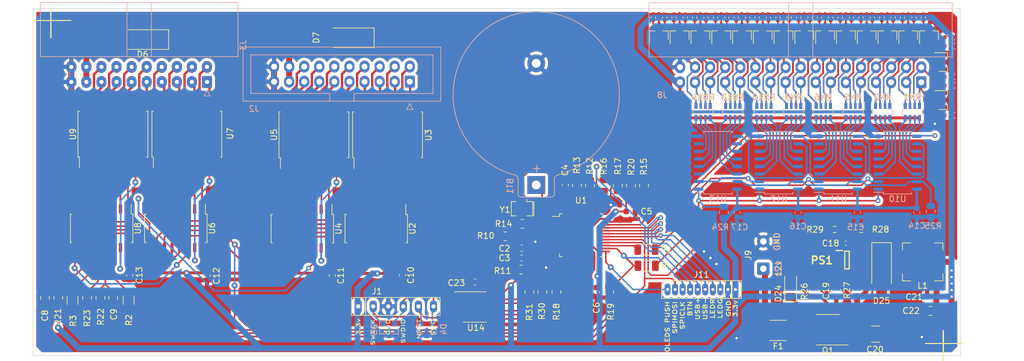
<source format=kicad_pcb>
(kicad_pcb (version 20171130) (host pcbnew 5.1.9-73d0e3b20d~88~ubuntu20.04.1)
  (layers (0 F.Cu signal) (31 B.Cu signal) (34 B.Paste user) (35 F.Paste user) (36 B.SilkS user) (37 F.SilkS user) (38 B.Mask user) (39 F.Mask user) (44 Edge.Cuts user))
  (net 0 "")
  (net 1 "Net-(BT1-Pad1)")
  (net 2 GND)
  (net 3 BTN)
  (net 4 "Net-(C2-Pad1)")
  (net 5 VCC)
  (net 6 /Outputs/Reset)
  (net 7 /Outputs/OEnable)
  (net 8 "Net-(C18-Pad2)")
  (net 9 "Net-(C18-Pad1)")
  (net 10 "Net-(C19-Pad1)")
  (net 11 "Net-(C20-Pad2)")
  (net 12 SWO)
  (net 13 NRST)
  (net 14 SWDIO)
  (net 15 SWCLK)
  (net 16 /Outputs/oaCOM)
  (net 17 /Inputs/Inputs8bit1/I2)
  (net 18 /Inputs/Inputs8bit1/I1)
  (net 19 /Inputs/Inputs8bit1/I4)
  (net 20 /Inputs/Inputs8bit1/I3)
  (net 21 /Inputs/Inputs8bit1/I6)
  (net 22 /Inputs/Inputs8bit1/I5)
  (net 23 /Inputs/Inputs8bit1/I8)
  (net 24 /Inputs/Inputs8bit1/I7)
  (net 25 /Inputs/Inputs8bit2/I2)
  (net 26 /Inputs/Inputs8bit2/I1)
  (net 27 /Inputs/Inputs8bit2/I4)
  (net 28 /Inputs/Inputs8bit2/I3)
  (net 29 /Inputs/Inputs8bit2/I6)
  (net 30 /Inputs/Inputs8bit2/I5)
  (net 31 /Inputs/Inputs8bit2/I8)
  (net 32 /Inputs/Inputs8bit2/I7)
  (net 33 /Inputs/Inputs8bit3/I2)
  (net 34 /Inputs/Inputs8bit3/I1)
  (net 35 /Inputs/Inputs8bit3/I4)
  (net 36 /Inputs/Inputs8bit3/I3)
  (net 37 /Inputs/Inputs8bit3/I6)
  (net 38 /Inputs/Inputs8bit3/I5)
  (net 39 /Inputs/Inputs8bit3/I8)
  (net 40 /Inputs/Inputs8bit3/I7)
  (net 41 /Inputs/Inputs8bit4/I2)
  (net 42 /Inputs/Inputs8bit4/I1)
  (net 43 /Inputs/Inputs8bit4/I4)
  (net 44 /Inputs/Inputs8bit4/I3)
  (net 45 /Inputs/Inputs8bit4/I6)
  (net 46 /Inputs/Inputs8bit4/I5)
  (net 47 /Inputs/Inputs8bit4/I8)
  (net 48 /Inputs/Inputs8bit4/I7)
  (net 49 "Net-(F1-Pad2)")
  (net 50 "Net-(F1-Pad1)")
  (net 51 /Outputs/oa32)
  (net 52 /Outputs/oa30)
  (net 53 /Outputs/oa28)
  (net 54 /Outputs/oa26)
  (net 55 /Outputs/oa24)
  (net 56 /Outputs/oa22)
  (net 57 /Outputs/oa20)
  (net 58 /Outputs/oa18)
  (net 59 /Outputs/oa16)
  (net 60 /Outputs/oa14)
  (net 61 /Outputs/oa12)
  (net 62 /Outputs/oa10)
  (net 63 /Outputs/oa8)
  (net 64 /Outputs/oa6)
  (net 65 /Outputs/oa4)
  (net 66 /Outputs/oa2)
  (net 67 /Outputs/oa31)
  (net 68 /Outputs/oa29)
  (net 69 /Outputs/oa27)
  (net 70 /Outputs/oa25)
  (net 71 /Outputs/oa23)
  (net 72 /Outputs/oa21)
  (net 73 /Outputs/oa19)
  (net 74 /Outputs/oa17)
  (net 75 /Outputs/oa15)
  (net 76 /Outputs/oa13)
  (net 77 /Outputs/oa11)
  (net 78 /Outputs/oa9)
  (net 79 /Outputs/oa7)
  (net 80 /Outputs/oa5)
  (net 81 /Outputs/oa3)
  (net 82 /Outputs/oa1)
  (net 83 "Net-(PS1-Pad3)")
  (net 84 SPI2_MISO)
  (net 85 IN_Serial)
  (net 86 SPI2_MOSI)
  (net 87 OUT_Serial)
  (net 88 SPI2_CLK)
  (net 89 OUT_CLK)
  (net 90 IN_CLK)
  (net 91 LED_GREEN)
  (net 92 LED_RED)
  (net 93 "Net-(R12-Pad1)")
  (net 94 /BOOT0)
  (net 95 "Net-(R14-Pad2)")
  (net 96 "Net-(R14-Pad1)")
  (net 97 "Net-(R15-Pad1)")
  (net 98 "Net-(R16-Pad1)")
  (net 99 SPI1_CLK)
  (net 100 OUT_Push_Data)
  (net 101 IN_Load)
  (net 102 /Inputs/in_CLK_Inhb)
  (net 103 EEPROM_SELECT)
  (net 104 "Net-(R31-Pad2)")
  (net 105 USB+)
  (net 106 USB-)
  (net 107 "Net-(RN1-Pad4)")
  (net 108 "Net-(RN1-Pad2)")
  (net 109 "Net-(RN1-Pad3)")
  (net 110 "Net-(RN1-Pad1)")
  (net 111 "Net-(RN2-Pad4)")
  (net 112 "Net-(RN2-Pad2)")
  (net 113 "Net-(RN2-Pad3)")
  (net 114 "Net-(RN2-Pad1)")
  (net 115 "Net-(RN5-Pad4)")
  (net 116 "Net-(RN5-Pad2)")
  (net 117 "Net-(RN5-Pad3)")
  (net 118 "Net-(RN5-Pad1)")
  (net 119 "Net-(RN6-Pad4)")
  (net 120 "Net-(RN6-Pad2)")
  (net 121 "Net-(RN6-Pad3)")
  (net 122 "Net-(RN6-Pad1)")
  (net 123 "Net-(RN9-Pad4)")
  (net 124 "Net-(RN9-Pad2)")
  (net 125 "Net-(RN9-Pad3)")
  (net 126 "Net-(RN9-Pad1)")
  (net 127 "Net-(RN10-Pad4)")
  (net 128 "Net-(RN10-Pad2)")
  (net 129 "Net-(RN10-Pad3)")
  (net 130 "Net-(RN10-Pad1)")
  (net 131 "Net-(RN13-Pad4)")
  (net 132 "Net-(RN13-Pad2)")
  (net 133 "Net-(RN13-Pad3)")
  (net 134 "Net-(RN13-Pad1)")
  (net 135 "Net-(RN14-Pad4)")
  (net 136 "Net-(RN14-Pad2)")
  (net 137 "Net-(RN14-Pad3)")
  (net 138 "Net-(RN14-Pad1)")
  (net 139 SPI1_MOSI)
  (net 140 SPI1_MISO)
  (net 141 "Net-(U1-Pad5)")
  (net 142 /Outputs/ONReg1)
  (net 143 /Outputs/ONReg2)
  (net 144 /Outputs/ONReg3)
  (net 145 /Inputs/Inputs8bit1/Cascade_Serial)
  (net 146 /Inputs/Inputs8bit2/Cascade_Serial)
  (net 147 /Inputs/Inputs8bit3/Cascade_Serial)
  (net 148 "Net-(U1-Pad2)")
  (net 149 "Net-(U1-Pad3)")
  (net 150 "Net-(U1-Pad4)")
  (net 151 "Net-(U1-Pad10)")
  (net 152 "Net-(U1-Pad13)")
  (net 153 "Net-(U1-Pad19)")
  (net 154 "Net-(U1-Pad20)")
  (net 155 "Net-(U1-Pad40)")
  (net 156 "Net-(U1-Pad41)")
  (net 157 "Net-(U1-Pad42)")
  (net 158 "Net-(U1-Pad43)")
  (net 159 "Net-(U1-Pad45)")
  (net 160 "Net-(U1-Pad46)")
  (net 161 "Net-(U10-Pad7)")
  (net 162 "Net-(U11-Pad7)")
  (net 163 "Net-(U12-Pad7)")
  (net 164 "Net-(U13-Pad7)")
  (net 165 /Inputs/Inputs8bit4/Cascade_Serial)
  (net 166 "Net-(U1-Pad21)")
  (net 167 "Net-(U1-Pad22)")
  (net 168 /Outputs/Outputs8bit/lo1)
  (net 169 /Outputs/Outputs8bit/NextSerial)
  (net 170 /Outputs/Outputs8bit/lo8)
  (net 171 /Outputs/Outputs8bit/lo7)
  (net 172 /Outputs/Outputs8bit/lo6)
  (net 173 /Outputs/Outputs8bit/lo5)
  (net 174 /Outputs/Outputs8bit/lo4)
  (net 175 /Outputs/Outputs8bit/lo3)
  (net 176 /Outputs/Outputs8bit/lo2)
  (net 177 /Outputs/sheet6038A325/lo1)
  (net 178 /Outputs/sheet6038A325/lo8)
  (net 179 /Outputs/sheet6038A325/lo7)
  (net 180 /Outputs/sheet6038A325/lo6)
  (net 181 /Outputs/sheet6038A325/lo5)
  (net 182 /Outputs/sheet6038A325/lo4)
  (net 183 /Outputs/sheet6038A325/lo3)
  (net 184 /Outputs/sheet6038A325/lo2)
  (net 185 /Outputs/sheet603D1D0F/lo1)
  (net 186 /Outputs/sheet603D1D0F/lo8)
  (net 187 /Outputs/sheet603D1D0F/lo7)
  (net 188 /Outputs/sheet603D1D0F/lo6)
  (net 189 /Outputs/sheet603D1D0F/lo5)
  (net 190 /Outputs/sheet603D1D0F/lo4)
  (net 191 /Outputs/sheet603D1D0F/lo3)
  (net 192 /Outputs/sheet603D1D0F/lo2)
  (net 193 /Outputs/sheet60400210/lo1)
  (net 194 /Outputs/sheet60400210/lo8)
  (net 195 /Outputs/sheet60400210/lo7)
  (net 196 /Outputs/sheet60400210/lo6)
  (net 197 /Outputs/sheet60400210/lo5)
  (net 198 /Outputs/sheet60400210/lo4)
  (net 199 /Outputs/sheet60400210/lo3)
  (net 200 /Outputs/sheet60400210/lo2)
  (net 201 "Net-(D6-Pad2)")
  (net 202 /Outputs/oaCOM2)
  (net 203 "Net-(D7-Pad2)")
  (net 204 "Net-(D24-Pad2)")
  (net 205 "Net-(U1-Pad11)")
  (net 206 "Net-(U1-Pad12)")
  (net 207 OUT_LED_ENABLE)
  (module holse:IDC-Header_2x10_P2.54mm_Vertical (layer B.Cu) (at 117.65 41.9 90)
    (fp_text reference J2 (at -4.55 -26.25) (layer B.SilkS) (effects (justify mirror)))
    (fp_text value Conn_01x20_Male hide)
    (pad 1 thru_hole roundrect (at 0 0 90) (size 2 1.7) (drill 1) (layers *.Cu *.Mask) (roundrect_rratio 0.147) (net 82 /Outputs/oa1))
    (pad 3 thru_hole oval (at 0 -2.54 90) (size 2 1.7) (drill 1) (layers *.Cu *.Mask) (net 81 /Outputs/oa3))
    (pad 5 thru_hole oval (at 0 -5.08 90) (size 2 1.7) (drill 1) (layers *.Cu *.Mask) (net 80 /Outputs/oa5))
    (pad 7 thru_hole oval (at 0 -7.62 90) (size 2 1.7) (drill 1) (layers *.Cu *.Mask) (net 79 /Outputs/oa7))
    (pad 9 thru_hole oval (at 0 -10.16 90) (size 2 1.7) (drill 1) (layers *.Cu *.Mask) (net 78 /Outputs/oa9))
    (pad 11 thru_hole oval (at 0 -12.7 90) (size 2 1.7) (drill 1) (layers *.Cu *.Mask) (net 77 /Outputs/oa11))
    (pad 13 thru_hole oval (at 0 -15.24 90) (size 2 1.7) (drill 1) (layers *.Cu *.Mask) (net 76 /Outputs/oa13))
    (pad 15 thru_hole oval (at 0 -17.78 90) (size 2 1.7) (drill 1) (layers *.Cu *.Mask) (net 75 /Outputs/oa15))
    (pad 17 thru_hole oval (at 0 -20.32 90) (size 2 1.7) (drill 1) (layers *.Cu *.Mask) (net 203 "Net-(D7-Pad2)"))
    (pad 19 thru_hole oval (at 0 -22.86 90) (size 2 1.7) (drill 1) (layers *.Cu *.Mask) (net 2 GND))
    (pad 2 thru_hole oval (at 2.54 0 90) (size 2 1.7) (drill 1) (layers *.Cu *.Mask) (net 66 /Outputs/oa2))
    (pad 4 thru_hole oval (at 2.54 -2.54 90) (size 2 1.7) (drill 1) (layers *.Cu *.Mask) (net 65 /Outputs/oa4))
    (pad 6 thru_hole oval (at 2.54 -5.08 90) (size 2 1.7) (drill 1) (layers *.Cu *.Mask) (net 64 /Outputs/oa6))
    (pad 8 thru_hole oval (at 2.54 -7.62 90) (size 2 1.7) (drill 1) (layers *.Cu *.Mask) (net 63 /Outputs/oa8))
    (pad 10 thru_hole oval (at 2.54 -10.16 90) (size 2 1.7) (drill 1) (layers *.Cu *.Mask) (net 62 /Outputs/oa10))
    (pad 12 thru_hole oval (at 2.54 -12.7 90) (size 2 1.7) (drill 1) (layers *.Cu *.Mask) (net 61 /Outputs/oa12))
    (pad 14 thru_hole oval (at 2.54 -15.24 90) (size 2 1.7) (drill 1) (layers *.Cu *.Mask) (net 60 /Outputs/oa14))
    (pad 16 thru_hole oval (at 2.54 -17.78 90) (size 2 1.7) (drill 1) (layers *.Cu *.Mask) (net 59 /Outputs/oa16))
    (pad 18 thru_hole oval (at 2.54 -20.32 90) (size 2 1.7) (drill 1) (layers *.Cu *.Mask) (net 203 "Net-(D7-Pad2)"))
    (pad 20 thru_hole oval (at 2.54 -22.86 90) (size 2 1.7) (drill 1) (layers *.Cu *.Mask) (net 2 GND))
  )
  (module holse:IDC-Header_2x17_P2.54mm_Horizontal (layer B.Cu) (at 203.8 42 90)
    (fp_text reference J8 (at -2.15 -43.65 180) (layer B.SilkS) (effects (justify mirror)))
    (fp_text value "Input Buttons")
    (pad 34 thru_hole oval (at 2.54 -40.64 90) (size 2 1.7) (drill 1) (layers *.Cu *.Mask) (net 2 GND))
    (pad 32 thru_hole oval (at 2.54 -38.1 90) (size 2 1.7) (drill 1) (layers *.Cu *.Mask) (net 47 /Inputs/Inputs8bit4/I8))
    (pad 30 thru_hole oval (at 2.54 -35.56 90) (size 2 1.7) (drill 1) (layers *.Cu *.Mask) (net 45 /Inputs/Inputs8bit4/I6))
    (pad 28 thru_hole oval (at 2.54 -33.02 90) (size 2 1.7) (drill 1) (layers *.Cu *.Mask) (net 43 /Inputs/Inputs8bit4/I4))
    (pad 26 thru_hole oval (at 2.54 -30.48 90) (size 2 1.7) (drill 1) (layers *.Cu *.Mask) (net 41 /Inputs/Inputs8bit4/I2))
    (pad 24 thru_hole oval (at 2.54 -27.94 90) (size 2 1.7) (drill 1) (layers *.Cu *.Mask) (net 39 /Inputs/Inputs8bit3/I8))
    (pad 22 thru_hole oval (at 2.54 -25.4 90) (size 2 1.7) (drill 1) (layers *.Cu *.Mask) (net 37 /Inputs/Inputs8bit3/I6))
    (pad 20 thru_hole oval (at 2.54 -22.86 90) (size 2 1.7) (drill 1) (layers *.Cu *.Mask) (net 35 /Inputs/Inputs8bit3/I4))
    (pad 18 thru_hole oval (at 2.54 -20.32 90) (size 2 1.7) (drill 1) (layers *.Cu *.Mask) (net 33 /Inputs/Inputs8bit3/I2))
    (pad 16 thru_hole oval (at 2.54 -17.78 90) (size 2 1.7) (drill 1) (layers *.Cu *.Mask) (net 31 /Inputs/Inputs8bit2/I8))
    (pad 14 thru_hole oval (at 2.54 -15.24 90) (size 2 1.7) (drill 1) (layers *.Cu *.Mask) (net 29 /Inputs/Inputs8bit2/I6))
    (pad 12 thru_hole oval (at 2.54 -12.7 90) (size 2 1.7) (drill 1) (layers *.Cu *.Mask) (net 27 /Inputs/Inputs8bit2/I4))
    (pad 10 thru_hole oval (at 2.54 -10.16 90) (size 2 1.7) (drill 1) (layers *.Cu *.Mask) (net 25 /Inputs/Inputs8bit2/I2))
    (pad 8 thru_hole oval (at 2.54 -7.62 90) (size 2 1.7) (drill 1) (layers *.Cu *.Mask) (net 23 /Inputs/Inputs8bit1/I8))
    (pad 6 thru_hole oval (at 2.54 -5.08 90) (size 2 1.7) (drill 1) (layers *.Cu *.Mask) (net 21 /Inputs/Inputs8bit1/I6))
    (pad 4 thru_hole oval (at 2.54 -2.54 90) (size 2 1.7) (drill 1) (layers *.Cu *.Mask) (net 19 /Inputs/Inputs8bit1/I4))
    (pad 2 thru_hole oval (at 2.54 0 90) (size 2 1.7) (drill 1) (layers *.Cu *.Mask) (net 17 /Inputs/Inputs8bit1/I2))
    (pad 33 thru_hole oval (at 0 -40.64 90) (size 2 1.7) (drill 1) (layers *.Cu *.Mask) (net 5 VCC))
    (pad 31 thru_hole oval (at 0 -38.1 90) (size 2 1.7) (drill 1) (layers *.Cu *.Mask) (net 48 /Inputs/Inputs8bit4/I7))
    (pad 29 thru_hole oval (at 0 -35.56 90) (size 2 1.7) (drill 1) (layers *.Cu *.Mask) (net 46 /Inputs/Inputs8bit4/I5))
    (pad 27 thru_hole oval (at 0 -33.02 90) (size 2 1.7) (drill 1) (layers *.Cu *.Mask) (net 44 /Inputs/Inputs8bit4/I3))
    (pad 25 thru_hole oval (at 0 -30.48 90) (size 2 1.7) (drill 1) (layers *.Cu *.Mask) (net 42 /Inputs/Inputs8bit4/I1))
    (pad 23 thru_hole oval (at 0 -27.94 90) (size 2 1.7) (drill 1) (layers *.Cu *.Mask) (net 40 /Inputs/Inputs8bit3/I7))
    (pad 21 thru_hole oval (at 0 -25.4 90) (size 2 1.7) (drill 1) (layers *.Cu *.Mask) (net 38 /Inputs/Inputs8bit3/I5))
    (pad 19 thru_hole oval (at 0 -22.86 90) (size 2 1.7) (drill 1) (layers *.Cu *.Mask) (net 36 /Inputs/Inputs8bit3/I3))
    (pad 17 thru_hole oval (at 0 -20.32 90) (size 2 1.7) (drill 1) (layers *.Cu *.Mask) (net 34 /Inputs/Inputs8bit3/I1))
    (pad 15 thru_hole oval (at 0 -17.78 90) (size 2 1.7) (drill 1) (layers *.Cu *.Mask) (net 32 /Inputs/Inputs8bit2/I7))
    (pad 13 thru_hole oval (at 0 -15.24 90) (size 2 1.7) (drill 1) (layers *.Cu *.Mask) (net 30 /Inputs/Inputs8bit2/I5))
    (pad 11 thru_hole oval (at 0 -12.7 90) (size 2 1.7) (drill 1) (layers *.Cu *.Mask) (net 28 /Inputs/Inputs8bit2/I3))
    (pad 9 thru_hole oval (at 0 -10.16 90) (size 2 1.7) (drill 1) (layers *.Cu *.Mask) (net 26 /Inputs/Inputs8bit2/I1))
    (pad 7 thru_hole oval (at 0 -7.62 90) (size 2 1.7) (drill 1) (layers *.Cu *.Mask) (net 24 /Inputs/Inputs8bit1/I7))
    (pad 5 thru_hole oval (at 0 -5.08 90) (size 2 1.7) (drill 1) (layers *.Cu *.Mask) (net 22 /Inputs/Inputs8bit1/I5))
    (pad 3 thru_hole oval (at 0 -2.54 90) (size 2 1.7) (drill 1) (layers *.Cu *.Mask) (net 20 /Inputs/Inputs8bit1/I3))
    (pad 1 thru_hole roundrect (at 0 0 90) (size 2 1.7) (drill 1) (layers *.Cu *.Mask) (roundrect_rratio 0.147) (net 18 /Inputs/Inputs8bit1/I1))
  )
  (module holse:Program_Crossboard (layer F.Cu) (at 115.3 79.75)
    (fp_text reference J1 (at -3.175 -2.54) (layer F.SilkS))
    (fp_text value Program hide)
    (fp_text user SWO (at 6.3 2.05 90) (layer F.SilkS) (effects (font (size 0.6 0.9) (thickness 0.125)) (justify right)))
    (fp_text user NRST (at 3.9 2.05 90) (layer F.SilkS) (effects (font (size 0.6 0.9) (thickness 0.125)) (justify right)))
    (fp_text user SWDIO (at 1.25 2 90) (layer F.SilkS) (effects (font (size 0.6 0.9) (thickness 0.125)) (justify right)))
    (fp_text user GND (at -1.3 2.05 90) (layer F.SilkS) (effects (font (size 0.6 0.9) (thickness 0.125)) (justify right)))
    (fp_text user SWCLK (at -3.85 2.05 90) (layer F.SilkS) (effects (font (size 0.6 0.9) (thickness 0.125)) (justify right)))
    (fp_text user 3.3v (at -6.3 1.95 90) (layer F.SilkS) (effects (font (size 0.6 0.9) (thickness 0.125)) (justify right)))
    (pad 6 thru_hole oval (at 6.35 0) (size 1.2 2) (drill 0.7) (layers *.Cu *.Mask) (net 12 SWO))
    (pad 5 thru_hole oval (at 3.81 0) (size 1.2 2) (drill 0.7) (layers *.Cu *.Mask) (net 13 NRST))
    (pad 4 thru_hole oval (at 1.27 0) (size 1.2 2) (drill 0.7) (layers *.Cu *.Mask) (net 14 SWDIO))
    (pad 3 thru_hole oval (at -1.27 0) (size 1.2 2) (drill 0.7) (layers *.Cu *.Mask) (net 2 GND))
    (pad 2 thru_hole oval (at -3.81 0) (size 1.2 2) (drill 0.7) (layers *.Cu *.Mask) (net 15 SWCLK))
    (pad 1 thru_hole roundrect (at -6.35 0) (size 1.2 2) (drill 0.7) (layers *.Cu *.Mask) (net 5 VCC))
  )
  (module holse:Crossboard (layer F.Cu) (at 172.5 76.9)
    (fp_text reference J11 (at -5.717 -2.5 180) (layer F.SilkS))
    (fp_text value cross)
    (fp_text user 3.3v (at -0.025 3.22 90) (layer F.SilkS) (effects (font (size 0.7 0.9))))
    (fp_text user GND (at -1.15 3.22 90) (layer F.SilkS) (effects (font (size 0.7 0.9))))
    (fp_text user LEDG (at -2.565 3.22 90) (layer F.SilkS) (effects (font (size 0.7 0.9))))
    (fp_text user LEDR (at -3.835 3.22 90) (layer F.SilkS) (effects (font (size 0.7 0.9))))
    (fp_text user USB- (at -5.105 3.22 90) (layer F.SilkS) (effects (font (size 0.7 0.9))))
    (fp_text user USB+ (at -6.375 3.22 90) (layer F.SilkS) (effects (font (size 0.7 0.9))))
    (fp_text user "OLEDS PUSH" (at -11.455 1.905 90) (layer F.SilkS) (effects (font (size 0.7 0.9)) (justify right)))
    (fp_text user SPIMOSI (at -10.185 1.905 90) (layer F.SilkS) (effects (font (size 0.7 0.9)) (justify right)))
    (fp_text user SPICLK (at -8.915 1.905 90) (layer F.SilkS) (effects (font (size 0.7 0.9)) (justify right)))
    (fp_text user BTN (at -7.645 3.22 90) (layer F.SilkS) (effects (font (size 0.7 0.9))))
    (pad 10 thru_hole oval (at -11.432 0 180) (size 1 2) (drill 0.5) (layers *.Cu *.Mask) (net 207 OUT_LED_ENABLE))
    (pad 9 thru_hole oval (at -10.162 0 180) (size 1 2) (drill 0.5) (layers *.Cu *.Mask) (net 86 SPI2_MOSI))
    (pad 8 thru_hole oval (at -8.892 0 180) (size 1 2) (drill 0.5) (layers *.Cu *.Mask) (net 88 SPI2_CLK))
    (pad 7 thru_hole oval (at -7.622 0 180) (size 1 2) (drill 0.5) (layers *.Cu *.Mask) (net 3 BTN))
    (pad 6 thru_hole oval (at -6.352 0 180) (size 1 2) (drill 0.5) (layers *.Cu *.Mask) (net 105 USB+))
    (pad 5 thru_hole oval (at -5.082 0 180) (size 1 2) (drill 0.5) (layers *.Cu *.Mask) (net 106 USB-))
    (pad 4 thru_hole oval (at -3.812 0 180) (size 1 2) (drill 0.5) (layers *.Cu *.Mask) (net 92 LED_RED))
    (pad 3 thru_hole oval (at -2.542 0 180) (size 1 2) (drill 0.5) (layers *.Cu *.Mask) (net 91 LED_GREEN))
    (pad 2 thru_hole oval (at -1.272 0 180) (size 1 2) (drill 0.5) (layers *.Cu *.Mask) (net 2 GND))
    (pad 1 thru_hole roundrect (at -0.002 0 180) (size 1 2) (drill 0.5) (layers *.Cu *.Mask) (net 5 VCC))
  )
  (module holse:SolderWire-0.5sqmm_1x02_P4.6mm_D0.9mm_OD2.1mm (layer B.Cu) (at 177.2 73.4 90)
    (fp_text reference J9 (at 2.286 -2.54 90 unlocked) (layer F.SilkS))
    (fp_text value Power_12V)
    (fp_text user 12v (at 0 2.54 90) (layer F.SilkS))
    (fp_text user GND (at 4.572 2.286 90) (layer F.SilkS))
    (fp_text user GND (at 4.572 2.286 90) (layer B.SilkS) (effects (justify mirror)))
    (fp_text user 12v (at 0 2.54 90) (layer B.SilkS) (effects (justify mirror)))
    (pad 1 thru_hole roundrect (at 0 0 90) (size 2.1 2.1) (drill 1.1) (layers *.Cu *.Mask) (roundrect_rratio 0.1190471428571429) (net 49 "Net-(F1-Pad2)"))
    (pad 2 thru_hole circle (at 4.6 0 90) (size 2.1 2.1) (drill 1.1) (layers *.Cu *.Mask) (net 2 GND))
  )
  (module Capacitor_SMD:C_0603_1608Metric (layer F.Cu) (at 70.5 74.5 270)
    (fp_text reference C13 (at 0 -1.6 90) (layer F.SilkS))
    (fp_text value 0,1uF hide)
    (pad 2 smd roundrect (at 0.775 0 270) (size 0.9 0.95) (layers F.Cu F.Paste F.Mask) (net 2 GND))
    (pad 1 smd roundrect (at -0.775 0 270) (size 0.9 0.95) (layers F.Cu F.Paste F.Mask) (net 5 VCC))
  )
  (module Crystal:Resonator_SMD_muRata_CSTxExxV-3Pin_3.0x1.1mm (layer F.Cu) (at 136.55 63.3 180)
    (fp_text reference Y1 (at 2.85 -0.15) (layer F.SilkS))
    (fp_text value 8mhz hide)
    (pad 1 smd rect (at -1.2 0 180) (size 0.4 1.9) (layers F.Cu F.Paste F.Mask) (net 141 "Net-(U1-Pad5)"))
    (pad 2 smd rect (at 0 0 180) (size 0.4 1.9) (layers F.Cu F.Paste F.Mask) (net 2 GND))
    (pad 3 smd rect (at 1.2 0 180) (size 0.4 1.9) (layers F.Cu F.Paste F.Mask) (net 96 "Net-(R14-Pad1)"))
  )
  (module Inductor_SMD:L_Bourns-SRN6028 (layer F.Cu) (at 204.03 72.25)
    (fp_text reference L1 (at 0 4) (layer F.SilkS))
    (fp_text value 10uH)
    (pad 1 smd rect (at -2.35 0) (size 1.6 5.7) (layers F.Cu F.Paste F.Mask) (net 9 "Net-(C18-Pad1)"))
    (pad 2 smd rect (at 2.35 0) (size 1.6 5.7) (layers F.Cu F.Paste F.Mask) (net 5 VCC))
  )
  (module Capacitor_SMD:C_0402_1005Metric (layer F.Cu) (at 199.05 31.1 90)
    (fp_text reference C32 hide)
    (fp_text value 0.1uf hide)
    (pad 2 smd roundrect (at 0.48 0 90) (size 0.56 0.62) (layers F.Cu F.Paste F.Mask) (net 2 GND))
    (pad 1 smd roundrect (at -0.48 0 90) (size 0.56 0.62) (layers F.Cu F.Paste F.Mask) (net 26 /Inputs/Inputs8bit2/I1))
  )
  (module Resistor_SMD:R_0805_2012Metric (layer F.Cu) (at 140 77.3 270)
    (fp_text reference R30 (at 3.2625 0.1 90) (layer F.SilkS))
    (fp_text value 100k hide)
    (pad 2 smd roundrect (at 0.9125 0 270) (size 1.025 1.4) (layers F.Cu F.Paste F.Mask) (roundrect_rratio 0.2439004878048781) (net 103 EEPROM_SELECT))
    (pad 1 smd roundrect (at -0.9125 0 270) (size 1.025 1.4) (layers F.Cu F.Paste F.Mask) (roundrect_rratio 0.2439004878048781) (net 5 VCC))
  )
  (module Package_TO_SOT_SMD:SOT-23 (layer F.Cu) (at 163.1 34.1 90)
    (fp_text reference D22 hide)
    (fp_text value PESD3v3S2UT hide)
    (pad 3 smd rect (at 1 0 90) (size 0.9 0.8) (layers F.Cu F.Paste F.Mask) (net 2 GND))
    (pad 2 smd rect (at -1 0.95 90) (size 0.9 0.8) (layers F.Cu F.Paste F.Mask) (net 46 /Inputs/Inputs8bit4/I5))
    (pad 1 smd rect (at -1 -0.95 90) (size 0.9 0.8) (layers F.Cu F.Paste F.Mask) (net 45 /Inputs/Inputs8bit4/I6))
  )
  (module Package_SO:SOIC-8_3.9x4.9mm_P1.27mm (layer F.Cu) (at 128.6 79.85)
    (fp_text reference U14 (at 0.2 3.5) (layer F.SilkS))
    (fp_text value M95256-WMN6P hide)
    (pad 8 smd roundrect (at 2.475 -1.905) (size 1.95 0.6) (layers F.Cu F.Paste F.Mask) (net 5 VCC))
    (pad 7 smd roundrect (at 2.475 -0.635) (size 1.95 0.6) (layers F.Cu F.Paste F.Mask) (net 104 "Net-(R31-Pad2)"))
    (pad 6 smd roundrect (at 2.475 0.635) (size 1.95 0.6) (layers F.Cu F.Paste F.Mask) (net 99 SPI1_CLK))
    (pad 5 smd roundrect (at 2.475 1.905) (size 1.95 0.6) (layers F.Cu F.Paste F.Mask) (net 139 SPI1_MOSI))
    (pad 4 smd roundrect (at -2.475 1.905) (size 1.95 0.6) (layers F.Cu F.Paste F.Mask) (net 2 GND))
    (pad 3 smd roundrect (at -2.475 0.635) (size 1.95 0.6) (layers F.Cu F.Paste F.Mask) (net 104 "Net-(R31-Pad2)"))
    (pad 2 smd roundrect (at -2.475 -0.635) (size 1.95 0.6) (layers F.Cu F.Paste F.Mask) (net 140 SPI1_MISO))
    (pad 1 smd roundrect (at -2.475 -1.905) (size 1.95 0.6) (layers F.Cu F.Paste F.Mask) (net 103 EEPROM_SELECT))
  )
  (module holse:R_Array_Convex_4x0603 (layer B.Cu) (at 177.3 47 90)
    (fp_text reference RN10 (at 2.5 0) (layer B.SilkS) (effects (justify mirror)))
    (fp_text value 1k hide)
    (pad 5 smd rect (at 1 -1.2 90) (size 1 0.5) (layers B.Cu B.Paste B.Mask) (net 39 /Inputs/Inputs8bit3/I8))
    (pad 6 smd rect (at 1 -0.4 90) (size 1 0.4) (layers B.Cu B.Paste B.Mask) (net 40 /Inputs/Inputs8bit3/I7))
    (pad 8 smd rect (at 1 1.2 90) (size 1 0.5) (layers B.Cu B.Paste B.Mask) (net 38 /Inputs/Inputs8bit3/I5))
    (pad 7 smd rect (at 1 0.4 90) (size 1 0.4) (layers B.Cu B.Paste B.Mask) (net 37 /Inputs/Inputs8bit3/I6))
    (pad 4 smd rect (at -1 -1.2 90) (size 1 0.5) (layers B.Cu B.Paste B.Mask) (net 127 "Net-(RN10-Pad4)"))
    (pad 2 smd rect (at -1 0.4 90) (size 1 0.4) (layers B.Cu B.Paste B.Mask) (net 128 "Net-(RN10-Pad2)"))
    (pad 3 smd rect (at -1 -0.4 90) (size 1 0.4) (layers B.Cu B.Paste B.Mask) (net 129 "Net-(RN10-Pad3)"))
    (pad 1 smd rect (at -1 1.2 90) (size 1 0.5) (layers B.Cu B.Paste B.Mask) (net 130 "Net-(RN10-Pad1)"))
  )
  (module holse:R_Array_Convex_4x0603 (layer F.Cu) (at 177.3 47 90)
    (fp_text reference RN12 (at 2.5 0 180) (layer F.SilkS))
    (fp_text value 10k hide)
    (pad 5 smd rect (at 1 1.2 90) (size 1 0.5) (layers F.Cu F.Paste F.Mask) (net 38 /Inputs/Inputs8bit3/I5))
    (pad 6 smd rect (at 1 0.4 90) (size 1 0.4) (layers F.Cu F.Paste F.Mask) (net 37 /Inputs/Inputs8bit3/I6))
    (pad 8 smd rect (at 1 -1.2 90) (size 1 0.5) (layers F.Cu F.Paste F.Mask) (net 39 /Inputs/Inputs8bit3/I8))
    (pad 7 smd rect (at 1 -0.4 90) (size 1 0.4) (layers F.Cu F.Paste F.Mask) (net 40 /Inputs/Inputs8bit3/I7))
    (pad 4 smd rect (at -1 1.2 90) (size 1 0.5) (layers F.Cu F.Paste F.Mask) (net 5 VCC))
    (pad 2 smd rect (at -1 -0.4 90) (size 1 0.4) (layers F.Cu F.Paste F.Mask) (net 5 VCC))
    (pad 3 smd rect (at -1 0.4 90) (size 1 0.4) (layers F.Cu F.Paste F.Mask) (net 5 VCC))
    (pad 1 smd rect (at -1 -1.2 90) (size 1 0.5) (layers F.Cu F.Paste F.Mask) (net 5 VCC))
  )
  (module Package_SO:SOIC-8_3.9x4.9mm_P1.27mm (layer F.Cu) (at 188.05 83.68 180)
    (fp_text reference Q1 (at -0.02 -3.52) (layer F.SilkS))
    (fp_text value FDS4435BZ hide)
    (pad 1 smd roundrect (at -2.475 -1.905 180) (size 1.95 0.6) (layers F.Cu F.Paste F.Mask) (net 11 "Net-(C20-Pad2)"))
    (pad 2 smd roundrect (at -2.475 -0.635 180) (size 1.95 0.6) (layers F.Cu F.Paste F.Mask) (net 11 "Net-(C20-Pad2)"))
    (pad 3 smd roundrect (at -2.475 0.635 180) (size 1.95 0.6) (layers F.Cu F.Paste F.Mask) (net 11 "Net-(C20-Pad2)"))
    (pad 4 smd roundrect (at -2.475 1.905 180) (size 1.95 0.6) (layers F.Cu F.Paste F.Mask) (net 204 "Net-(D24-Pad2)"))
    (pad 5 smd roundrect (at 2.475 1.905 180) (size 1.95 0.6) (layers F.Cu F.Paste F.Mask) (net 50 "Net-(F1-Pad1)"))
    (pad 6 smd roundrect (at 2.475 0.635 180) (size 1.95 0.6) (layers F.Cu F.Paste F.Mask) (net 50 "Net-(F1-Pad1)"))
    (pad 7 smd roundrect (at 2.475 -0.635 180) (size 1.95 0.6) (layers F.Cu F.Paste F.Mask) (net 50 "Net-(F1-Pad1)"))
    (pad 8 smd roundrect (at 2.475 -1.905 180) (size 1.95 0.6) (layers F.Cu F.Paste F.Mask) (net 50 "Net-(F1-Pad1)"))
  )
  (module Package_TO_SOT_SMD:SOT-23 (layer F.Cu) (at 166.6 34.1 90)
    (fp_text reference D21 hide)
    (fp_text value PESD3v3S2UT hide)
    (pad 3 smd rect (at 1 0 90) (size 0.9 0.8) (layers F.Cu F.Paste F.Mask) (net 2 GND))
    (pad 2 smd rect (at -1 0.95 90) (size 0.9 0.8) (layers F.Cu F.Paste F.Mask) (net 44 /Inputs/Inputs8bit4/I3))
    (pad 1 smd rect (at -1 -0.95 90) (size 0.9 0.8) (layers F.Cu F.Paste F.Mask) (net 43 /Inputs/Inputs8bit4/I4))
  )
  (module holse:R_Array_Convex_4x0603 (layer F.Cu) (at 202.3 47 90)
    (fp_text reference RN3 (at 2.5 0 180) (layer F.SilkS))
    (fp_text value 10k hide)
    (pad 5 smd rect (at 1 1.2 90) (size 1 0.5) (layers F.Cu F.Paste F.Mask) (net 18 /Inputs/Inputs8bit1/I1))
    (pad 6 smd rect (at 1 0.4 90) (size 1 0.4) (layers F.Cu F.Paste F.Mask) (net 17 /Inputs/Inputs8bit1/I2))
    (pad 8 smd rect (at 1 -1.2 90) (size 1 0.5) (layers F.Cu F.Paste F.Mask) (net 19 /Inputs/Inputs8bit1/I4))
    (pad 7 smd rect (at 1 -0.4 90) (size 1 0.4) (layers F.Cu F.Paste F.Mask) (net 20 /Inputs/Inputs8bit1/I3))
    (pad 4 smd rect (at -1 1.2 90) (size 1 0.5) (layers F.Cu F.Paste F.Mask) (net 5 VCC))
    (pad 2 smd rect (at -1 -0.4 90) (size 1 0.4) (layers F.Cu F.Paste F.Mask) (net 5 VCC))
    (pad 3 smd rect (at -1 0.4 90) (size 1 0.4) (layers F.Cu F.Paste F.Mask) (net 5 VCC))
    (pad 1 smd rect (at -1 -1.2 90) (size 1 0.5) (layers F.Cu F.Paste F.Mask) (net 5 VCC))
  )
  (module Package_TO_SOT_SMD:SOT-23 (layer F.Cu) (at 201.6 34.1 90)
    (fp_text reference D11 hide)
    (fp_text value PESD3v3S2UT hide)
    (pad 3 smd rect (at 1 0 90) (size 0.9 0.8) (layers F.Cu F.Paste F.Mask) (net 2 GND))
    (pad 2 smd rect (at -1 0.95 90) (size 0.9 0.8) (layers F.Cu F.Paste F.Mask) (net 24 /Inputs/Inputs8bit1/I7))
    (pad 1 smd rect (at -1 -0.95 90) (size 0.9 0.8) (layers F.Cu F.Paste F.Mask) (net 23 /Inputs/Inputs8bit1/I8))
  )
  (module Capacitor_SMD:C_0603_1608Metric (layer F.Cu) (at 116.4 74.5 270)
    (fp_text reference C10 (at 0 -1.43 90) (layer F.SilkS))
    (fp_text value 0,1uF hide)
    (pad 2 smd roundrect (at 0.775 0 270) (size 0.9 0.95) (layers F.Cu F.Paste F.Mask) (net 2 GND))
    (pad 1 smd roundrect (at -0.775 0 270) (size 0.9 0.95) (layers F.Cu F.Paste F.Mask) (net 5 VCC))
  )
  (module Package_TO_SOT_SMD:SOT-23 (layer F.Cu) (at 198.1 34.1 90)
    (fp_text reference D12 hide)
    (fp_text value PESD3v3S2UT hide)
    (pad 3 smd rect (at 1 0 90) (size 0.9 0.8) (layers F.Cu F.Paste F.Mask) (net 2 GND))
    (pad 2 smd rect (at -1 0.95 90) (size 0.9 0.8) (layers F.Cu F.Paste F.Mask) (net 26 /Inputs/Inputs8bit2/I1))
    (pad 1 smd rect (at -1 -0.95 90) (size 0.9 0.8) (layers F.Cu F.Paste F.Mask) (net 25 /Inputs/Inputs8bit2/I2))
  )
  (module Capacitor_SMD:C_0402_1005Metric (layer F.Cu) (at 171.05 31.1 90)
    (fp_text reference C48 hide)
    (fp_text value 0.1uf hide)
    (pad 2 smd roundrect (at 0.48 0 90) (size 0.56 0.62) (layers F.Cu F.Paste F.Mask) (net 2 GND))
    (pad 1 smd roundrect (at -0.48 0 90) (size 0.56 0.62) (layers F.Cu F.Paste F.Mask) (net 42 /Inputs/Inputs8bit4/I1))
  )
  (module holse:R_Array_Convex_4x0603 (layer F.Cu) (at 182.3 47 90)
    (fp_text reference RN11 (at 2.5 0 180) (layer F.SilkS))
    (fp_text value 10k hide)
    (pad 5 smd rect (at 1 1.2 90) (size 1 0.5) (layers F.Cu F.Paste F.Mask) (net 34 /Inputs/Inputs8bit3/I1))
    (pad 6 smd rect (at 1 0.4 90) (size 1 0.4) (layers F.Cu F.Paste F.Mask) (net 33 /Inputs/Inputs8bit3/I2))
    (pad 8 smd rect (at 1 -1.2 90) (size 1 0.5) (layers F.Cu F.Paste F.Mask) (net 35 /Inputs/Inputs8bit3/I4))
    (pad 7 smd rect (at 1 -0.4 90) (size 1 0.4) (layers F.Cu F.Paste F.Mask) (net 36 /Inputs/Inputs8bit3/I3))
    (pad 4 smd rect (at -1 1.2 90) (size 1 0.5) (layers F.Cu F.Paste F.Mask) (net 5 VCC))
    (pad 2 smd rect (at -1 -0.4 90) (size 1 0.4) (layers F.Cu F.Paste F.Mask) (net 5 VCC))
    (pad 3 smd rect (at -1 0.4 90) (size 1 0.4) (layers F.Cu F.Paste F.Mask) (net 5 VCC))
    (pad 1 smd rect (at -1 -1.2 90) (size 1 0.5) (layers F.Cu F.Paste F.Mask) (net 5 VCC))
  )
  (module Resistor_SMD:R_1206_3216Metric (layer F.Cu) (at 157.55 72.9 180)
    (fp_text reference R4 (at -3.35 0) (layer F.SilkS))
    (fp_text value 0 hide)
    (pad 1 smd roundrect (at -1.4625 0 180) (size 1.125 1.75) (layers F.Cu F.Paste F.Mask) (roundrect_rratio 0.2222204444444444) (net 90 IN_CLK))
    (pad 2 smd roundrect (at 1.4625 0 180) (size 1.125 1.75) (layers F.Cu F.Paste F.Mask) (roundrect_rratio 0.2222204444444444) (net 88 SPI2_CLK))
  )
  (module Capacitor_SMD:C_0603_1608Metric (layer F.Cu) (at 83.5 74.55 270)
    (fp_text reference C12 (at 0.05 -1.6 90) (layer F.SilkS))
    (fp_text value 0,1uF hide)
    (pad 2 smd roundrect (at 0.775 0 270) (size 0.9 0.95) (layers F.Cu F.Paste F.Mask) (net 2 GND))
    (pad 1 smd roundrect (at -0.775 0 270) (size 0.9 0.95) (layers F.Cu F.Paste F.Mask) (net 5 VCC))
  )
  (module Capacitor_SMD:C_0402_1005Metric (layer F.Cu) (at 172.625 31.1 90)
    (fp_text reference C47 hide)
    (fp_text value 0.1uf hide)
    (pad 2 smd roundrect (at 0.48 0 90) (size 0.56 0.62) (layers F.Cu F.Paste F.Mask) (net 2 GND))
    (pad 1 smd roundrect (at -0.48 0 90) (size 0.56 0.62) (layers F.Cu F.Paste F.Mask) (net 39 /Inputs/Inputs8bit3/I8))
  )
  (module Package_SO:SOIC-16_4.55x10.3mm_P1.27mm (layer F.Cu) (at 99.55 66.65 270)
    (fp_text reference U4 (at 0 -6.1 90) (layer F.SilkS))
    (fp_text value 74HC595)
    (pad 16 smd roundrect (at 3.25 -4.445 270) (size 1.6 0.55) (layers F.Cu F.Paste F.Mask) (net 5 VCC))
    (pad 15 smd roundrect (at 3.25 -3.175 270) (size 1.6 0.55) (layers F.Cu F.Paste F.Mask) (net 177 /Outputs/sheet6038A325/lo1))
    (pad 14 smd roundrect (at 3.25 -1.905 270) (size 1.6 0.55) (layers F.Cu F.Paste F.Mask) (net 143 /Outputs/ONReg2))
    (pad 13 smd roundrect (at 3.25 -0.635 270) (size 1.6 0.55) (layers F.Cu F.Paste F.Mask) (net 7 /Outputs/OEnable))
    (pad 12 smd roundrect (at 3.25 0.635 270) (size 1.6 0.55) (layers F.Cu F.Paste F.Mask) (net 100 OUT_Push_Data))
    (pad 11 smd roundrect (at 3.25 1.905 270) (size 1.6 0.55) (layers F.Cu F.Paste F.Mask) (net 89 OUT_CLK))
    (pad 10 smd roundrect (at 3.25 3.175 270) (size 1.6 0.55) (layers F.Cu F.Paste F.Mask) (net 6 /Outputs/Reset))
    (pad 9 smd roundrect (at 3.25 4.445 270) (size 1.6 0.55) (layers F.Cu F.Paste F.Mask) (net 142 /Outputs/ONReg1))
    (pad 8 smd roundrect (at -3.25 4.445 270) (size 1.6 0.55) (layers F.Cu F.Paste F.Mask) (net 2 GND))
    (pad 7 smd roundrect (at -3.25 3.175 270) (size 1.6 0.55) (layers F.Cu F.Paste F.Mask) (net 178 /Outputs/sheet6038A325/lo8))
    (pad 6 smd roundrect (at -3.25 1.905 270) (size 1.6 0.55) (layers F.Cu F.Paste F.Mask) (net 179 /Outputs/sheet6038A325/lo7))
    (pad 5 smd roundrect (at -3.25 0.635 270) (size 1.6 0.55) (layers F.Cu F.Paste F.Mask) (net 180 /Outputs/sheet6038A325/lo6))
    (pad 4 smd roundrect (at -3.25 -0.635 270) (size 1.6 0.55) (layers F.Cu F.Paste F.Mask) (net 181 /Outputs/sheet6038A325/lo5))
    (pad 3 smd roundrect (at -3.25 -1.905 270) (size 1.6 0.55) (layers F.Cu F.Paste F.Mask) (net 182 /Outputs/sheet6038A325/lo4))
    (pad 2 smd roundrect (at -3.25 -3.175 270) (size 1.6 0.55) (layers F.Cu F.Paste F.Mask) (net 183 /Outputs/sheet6038A325/lo3))
    (pad 1 smd roundrect (at -3.25 -4.445 270) (size 1.6 0.55) (layers F.Cu F.Paste F.Mask) (net 184 /Outputs/sheet6038A325/lo2))
  )
  (module Capacitor_SMD:C_0603_1608Metric (layer F.Cu) (at 149.1 77.35 270)
    (fp_text reference C6 (at 2.65 0 90) (layer F.SilkS))
    (fp_text value 0.1uf hide)
    (pad 2 smd roundrect (at 0.775 0 270) (size 0.9 0.95) (layers F.Cu F.Paste F.Mask) (net 2 GND))
    (pad 1 smd roundrect (at -0.775 0 270) (size 0.9 0.95) (layers F.Cu F.Paste F.Mask) (net 5 VCC))
  )
  (module Capacitor_SMD:C_0603_1608Metric (layer F.Cu) (at 205.56 78.07 180)
    (fp_text reference C21 (at 2.97 -0.1) (layer F.SilkS))
    (fp_text value 0,1uF hide)
    (pad 2 smd roundrect (at 0.775 0 180) (size 0.9 0.95) (layers F.Cu F.Paste F.Mask) (net 2 GND))
    (pad 1 smd roundrect (at -0.775 0 180) (size 0.9 0.95) (layers F.Cu F.Paste F.Mask) (net 5 VCC))
  )
  (module Package_TO_SOT_SMD:SOT-23 (layer F.Cu) (at 180.6 34.1 90)
    (fp_text reference D17 hide)
    (fp_text value PESD3v3S2UT hide)
    (pad 3 smd rect (at 1 0 90) (size 0.9 0.8) (layers F.Cu F.Paste F.Mask) (net 2 GND))
    (pad 2 smd rect (at -1 0.95 90) (size 0.9 0.8) (layers F.Cu F.Paste F.Mask) (net 36 /Inputs/Inputs8bit3/I3))
    (pad 1 smd rect (at -1 -0.95 90) (size 0.9 0.8) (layers F.Cu F.Paste F.Mask) (net 35 /Inputs/Inputs8bit3/I4))
  )
  (module Resistor_SMD:R_0805_2012Metric (layer F.Cu) (at 65.55 78.3 90)
    (fp_text reference R22 (at -3.2 0.05 90) (layer F.SilkS))
    (fp_text value 100k hide)
    (pad 2 smd roundrect (at 0.9125 0 90) (size 1.025 1.4) (layers F.Cu F.Paste F.Mask) (roundrect_rratio 0.2439004878048781) (net 7 /Outputs/OEnable))
    (pad 1 smd roundrect (at -0.9125 0 90) (size 1.025 1.4) (layers F.Cu F.Paste F.Mask) (roundrect_rratio 0.2439004878048781) (net 2 GND))
  )
  (module Capacitor_SMD:C_0805_2012Metric (layer F.Cu) (at 205.35 80.52 180)
    (fp_text reference C22 (at 3.26 0.03) (layer F.SilkS))
    (fp_text value 22uF hide)
    (pad 2 smd roundrect (at 0.95 0 180) (size 1 1.45) (layers F.Cu F.Paste F.Mask) (net 2 GND))
    (pad 1 smd roundrect (at -0.95 0 180) (size 1 1.45) (layers F.Cu F.Paste F.Mask) (net 5 VCC))
  )
  (module Resistor_SMD:R_0603_1608Metric_Pad0.98x0.95mm_HandSolder (layer F.Cu) (at 193.7025 66.77 180)
    (fp_text reference R28 (at -3.2375 -0.02) (layer F.SilkS))
    (fp_text value 3,74k hide)
    (pad 1 smd roundrect (at -0.9125 0 180) (size 0.975 0.95) (layers F.Cu F.Paste F.Mask) (net 5 VCC))
    (pad 2 smd roundrect (at 0.9125 0 180) (size 0.975 0.95) (layers F.Cu F.Paste F.Mask) (net 83 "Net-(PS1-Pad3)"))
  )
  (module Package_TO_SOT_SMD:SOT-23 (layer B.Cu) (at 120.5 83.65 270)
    (fp_text reference D4 (at -0.05 -2.85 90) (layer B.SilkS) (effects (justify mirror)))
    (fp_text value PESD3v3S2UT hide)
    (pad 3 smd rect (at 1 0 270) (size 0.9 0.8) (layers B.Cu B.Paste B.Mask) (net 2 GND))
    (pad 2 smd rect (at -1 -0.95 270) (size 0.9 0.8) (layers B.Cu B.Paste B.Mask) (net 12 SWO))
    (pad 1 smd rect (at -1 0.95 270) (size 0.9 0.8) (layers B.Cu B.Paste B.Mask) (net 13 NRST))
  )
  (module Resistor_SMD:R_0805_2012Metric (layer F.Cu) (at 154.9 59.4 90)
    (fp_text reference R20 (at 3.15 0.05 90) (layer F.SilkS))
    (fp_text value 100k hide)
    (pad 2 smd roundrect (at 0.9125 0 90) (size 1.025 1.4) (layers F.Cu F.Paste F.Mask) (roundrect_rratio 0.2439004878048781) (net 14 SWDIO))
    (pad 1 smd roundrect (at -0.9125 0 90) (size 1.025 1.4) (layers F.Cu F.Paste F.Mask) (roundrect_rratio 0.2439004878048781) (net 5 VCC))
  )
  (module Capacitor_SMD:C_0402_1005Metric (layer F.Cu) (at 208.25 34.4)
    (fp_text reference C28 hide)
    (fp_text value 0.1uf hide)
    (pad 2 smd roundrect (at 0.48 0) (size 0.56 0.62) (layers F.Cu F.Paste F.Mask) (net 2 GND))
    (pad 1 smd roundrect (at -0.48 0) (size 0.56 0.62) (layers F.Cu F.Paste F.Mask) (net 22 /Inputs/Inputs8bit1/I5))
  )
  (module Capacitor_SMD:C_0402_1005Metric (layer F.Cu) (at 181.55 31.1 90)
    (fp_text reference C42 hide)
    (fp_text value 0.1uf hide)
    (pad 2 smd roundrect (at 0.48 0 90) (size 0.56 0.62) (layers F.Cu F.Paste F.Mask) (net 2 GND))
    (pad 1 smd roundrect (at -0.48 0 90) (size 0.56 0.62) (layers F.Cu F.Paste F.Mask) (net 36 /Inputs/Inputs8bit3/I3))
  )
  (module Capacitor_SMD:C_0402_1005Metric (layer F.Cu) (at 183.15 31.1 90)
    (fp_text reference C41 hide)
    (fp_text value 0.1uf hide)
    (pad 2 smd roundrect (at 0.48 0 90) (size 0.56 0.62) (layers F.Cu F.Paste F.Mask) (net 2 GND))
    (pad 1 smd roundrect (at -0.48 0 90) (size 0.56 0.62) (layers F.Cu F.Paste F.Mask) (net 33 /Inputs/Inputs8bit3/I2))
  )
  (module Resistor_SMD:R_1206_3216Metric (layer F.Cu) (at 60.85 78.7 270)
    (fp_text reference R3 (at 3.4875 -0.1 90) (layer F.SilkS))
    (fp_text value 0 hide)
    (pad 2 smd roundrect (at 1.4625 0 270) (size 1.125 1.75) (layers F.Cu F.Paste F.Mask) (roundrect_rratio 0.2222204444444444) (net 88 SPI2_CLK))
    (pad 1 smd roundrect (at -1.4625 0 270) (size 1.125 1.75) (layers F.Cu F.Paste F.Mask) (roundrect_rratio 0.2222204444444444) (net 89 OUT_CLK))
  )
  (module Capacitor_SMD:C_0402_1005Metric (layer F.Cu) (at 195.55 31.1 90)
    (fp_text reference C34 hide)
    (fp_text value 0.1uf hide)
    (pad 2 smd roundrect (at 0.48 0 90) (size 0.56 0.62) (layers F.Cu F.Paste F.Mask) (net 2 GND))
    (pad 1 smd roundrect (at -0.48 0 90) (size 0.56 0.62) (layers F.Cu F.Paste F.Mask) (net 28 /Inputs/Inputs8bit2/I3))
  )
  (module Package_TO_SOT_SMD:SOT-23 (layer F.Cu) (at 187.6 34.1 90)
    (fp_text reference D15 hide)
    (fp_text value PESD3v3S2UT hide)
    (pad 1 smd rect (at -1 -0.95 90) (size 0.9 0.8) (layers F.Cu F.Paste F.Mask) (net 31 /Inputs/Inputs8bit2/I8))
    (pad 2 smd rect (at -1 0.95 90) (size 0.9 0.8) (layers F.Cu F.Paste F.Mask) (net 32 /Inputs/Inputs8bit2/I7))
    (pad 3 smd rect (at 1 0 90) (size 0.9 0.8) (layers F.Cu F.Paste F.Mask) (net 2 GND))
  )
  (module holse:R_Array_Convex_4x0603 (layer B.Cu) (at 197.3 47 90)
    (fp_text reference RN2 (at 2.5 0) (layer B.SilkS) (effects (justify mirror)))
    (fp_text value 1k hide)
    (pad 5 smd rect (at 1 -1.2 90) (size 1 0.5) (layers B.Cu B.Paste B.Mask) (net 23 /Inputs/Inputs8bit1/I8))
    (pad 6 smd rect (at 1 -0.4 90) (size 1 0.4) (layers B.Cu B.Paste B.Mask) (net 24 /Inputs/Inputs8bit1/I7))
    (pad 8 smd rect (at 1 1.2 90) (size 1 0.5) (layers B.Cu B.Paste B.Mask) (net 22 /Inputs/Inputs8bit1/I5))
    (pad 7 smd rect (at 1 0.4 90) (size 1 0.4) (layers B.Cu B.Paste B.Mask) (net 21 /Inputs/Inputs8bit1/I6))
    (pad 4 smd rect (at -1 -1.2 90) (size 1 0.5) (layers B.Cu B.Paste B.Mask) (net 111 "Net-(RN2-Pad4)"))
    (pad 2 smd rect (at -1 0.4 90) (size 1 0.4) (layers B.Cu B.Paste B.Mask) (net 112 "Net-(RN2-Pad2)"))
    (pad 3 smd rect (at -1 -0.4 90) (size 1 0.4) (layers B.Cu B.Paste B.Mask) (net 113 "Net-(RN2-Pad3)"))
    (pad 1 smd rect (at -1 1.2 90) (size 1 0.5) (layers B.Cu B.Paste B.Mask) (net 114 "Net-(RN2-Pad1)"))
  )
  (module Resistor_SMD:R_0805_2012Metric (layer F.Cu) (at 152.7 59.4 90)
    (fp_text reference R17 (at 3.25 0 90) (layer F.SilkS))
    (fp_text value 100k hide)
    (pad 2 smd roundrect (at 0.9125 0 90) (size 1.025 1.4) (layers F.Cu F.Paste F.Mask) (roundrect_rratio 0.2439004878048781) (net 15 SWCLK))
    (pad 1 smd roundrect (at -0.9125 0 90) (size 1.025 1.4) (layers F.Cu F.Paste F.Mask) (roundrect_rratio 0.2439004878048781) (net 5 VCC))
  )
  (module Diode_SMD:D_MiniMELF (layer F.Cu) (at 181.8 76.4 90)
    (fp_text reference D24 (at -1.2 -2.1 90) (layer F.SilkS))
    (fp_text value 10V/0.5W hide)
    (pad 1 smd rect (at -1.75 0 90) (size 1.3 1.7) (layers F.Cu F.Paste F.Mask) (net 11 "Net-(C20-Pad2)"))
    (pad 2 smd rect (at 1.75 0 90) (size 1.3 1.7) (layers F.Cu F.Paste F.Mask) (net 204 "Net-(D24-Pad2)"))
  )
  (module Resistor_SMD:R_0805_2012Metric (layer F.Cu) (at 150.3 59.4 90)
    (fp_text reference R16 (at 3.25 0 90) (layer F.SilkS))
    (fp_text value 22 hide)
    (pad 1 smd roundrect (at -0.9125 0 90) (size 1.025 1.4) (layers F.Cu F.Paste F.Mask) (roundrect_rratio 0.2439004878048781) (net 98 "Net-(R16-Pad1)"))
    (pad 2 smd roundrect (at 0.9125 0 90) (size 1.025 1.4) (layers F.Cu F.Paste F.Mask) (roundrect_rratio 0.2439004878048781) (net 15 SWCLK))
  )
  (module Package_SO:SOIC-16_4.55x10.3mm_P1.27mm (layer F.Cu) (at 78.25 66.6 270)
    (fp_text reference U6 (at 0 -6.1 90) (layer F.SilkS))
    (fp_text value 74HC595)
    (pad 16 smd roundrect (at 3.25 -4.445 270) (size 1.6 0.55) (layers F.Cu F.Paste F.Mask) (net 5 VCC))
    (pad 15 smd roundrect (at 3.25 -3.175 270) (size 1.6 0.55) (layers F.Cu F.Paste F.Mask) (net 185 /Outputs/sheet603D1D0F/lo1))
    (pad 14 smd roundrect (at 3.25 -1.905 270) (size 1.6 0.55) (layers F.Cu F.Paste F.Mask) (net 144 /Outputs/ONReg3))
    (pad 13 smd roundrect (at 3.25 -0.635 270) (size 1.6 0.55) (layers F.Cu F.Paste F.Mask) (net 7 /Outputs/OEnable))
    (pad 12 smd roundrect (at 3.25 0.635 270) (size 1.6 0.55) (layers F.Cu F.Paste F.Mask) (net 100 OUT_Push_Data))
    (pad 11 smd roundrect (at 3.25 1.905 270) (size 1.6 0.55) (layers F.Cu F.Paste F.Mask) (net 89 OUT_CLK))
    (pad 10 smd roundrect (at 3.25 3.175 270) (size 1.6 0.55) (layers F.Cu F.Paste F.Mask) (net 6 /Outputs/Reset))
    (pad 9 smd roundrect (at 3.25 4.445 270) (size 1.6 0.55) (layers F.Cu F.Paste F.Mask) (net 143 /Outputs/ONReg2))
    (pad 8 smd roundrect (at -3.25 4.445 270) (size 1.6 0.55) (layers F.Cu F.Paste F.Mask) (net 2 GND))
    (pad 7 smd roundrect (at -3.25 3.175 270) (size 1.6 0.55) (layers F.Cu F.Paste F.Mask) (net 186 /Outputs/sheet603D1D0F/lo8))
    (pad 6 smd roundrect (at -3.25 1.905 270) (size 1.6 0.55) (layers F.Cu F.Paste F.Mask) (net 187 /Outputs/sheet603D1D0F/lo7))
    (pad 5 smd roundrect (at -3.25 0.635 270) (size 1.6 0.55) (layers F.Cu F.Paste F.Mask) (net 188 /Outputs/sheet603D1D0F/lo6))
    (pad 4 smd roundrect (at -3.25 -0.635 270) (size 1.6 0.55) (layers F.Cu F.Paste F.Mask) (net 189 /Outputs/sheet603D1D0F/lo5))
    (pad 3 smd roundrect (at -3.25 -1.905 270) (size 1.6 0.55) (layers F.Cu F.Paste F.Mask) (net 190 /Outputs/sheet603D1D0F/lo4))
    (pad 2 smd roundrect (at -3.25 -3.175 270) (size 1.6 0.55) (layers F.Cu F.Paste F.Mask) (net 191 /Outputs/sheet603D1D0F/lo3))
    (pad 1 smd roundrect (at -3.25 -4.445 270) (size 1.6 0.55) (layers F.Cu F.Paste F.Mask) (net 192 /Outputs/sheet603D1D0F/lo2))
  )
  (module Package_TO_SOT_SMD:SOT-23 (layer F.Cu) (at 173.6 34.1 90)
    (fp_text reference D19 hide)
    (fp_text value PESD3v3S2UT hide)
    (pad 3 smd rect (at 1 0 90) (size 0.9 0.8) (layers F.Cu F.Paste F.Mask) (net 2 GND))
    (pad 2 smd rect (at -1 0.95 90) (size 0.9 0.8) (layers F.Cu F.Paste F.Mask) (net 40 /Inputs/Inputs8bit3/I7))
    (pad 1 smd rect (at -1 -0.95 90) (size 0.9 0.8) (layers F.Cu F.Paste F.Mask) (net 39 /Inputs/Inputs8bit3/I8))
  )
  (module Diode_SMD:D_SMA_Handsoldering (layer F.Cu) (at 72.65 34.8 180)
    (fp_text reference D6 (at 0 -2.5) (layer F.SilkS))
    (fp_text value SS14 hide)
    (pad 2 smd rect (at 2.5 0 180) (size 3.5 1.8) (layers F.Cu F.Paste F.Mask) (net 201 "Net-(D6-Pad2)"))
    (pad 1 smd rect (at -2.5 0 180) (size 3.5 1.8) (layers F.Cu F.Paste F.Mask) (net 202 /Outputs/oaCOM2))
  )
  (module Capacitor_SMD:C_0402_1005Metric (layer F.Cu) (at 208.25 41.1)
    (fp_text reference C26 hide)
    (fp_text value 0.1uf hide)
    (pad 2 smd roundrect (at 0.48 0) (size 0.56 0.62) (layers F.Cu F.Paste F.Mask) (net 2 GND))
    (pad 1 smd roundrect (at -0.48 0) (size 0.56 0.62) (layers F.Cu F.Paste F.Mask) (net 20 /Inputs/Inputs8bit1/I3))
  )
  (module Capacitor_SMD:C_0402_1005Metric (layer F.Cu) (at 167.55 31.1 90)
    (fp_text reference C50 hide)
    (fp_text value 0.1uf hide)
    (pad 2 smd roundrect (at 0.48 0 90) (size 0.56 0.62) (layers F.Cu F.Paste F.Mask) (net 2 GND))
    (pad 1 smd roundrect (at -0.48 0 90) (size 0.56 0.62) (layers F.Cu F.Paste F.Mask) (net 44 /Inputs/Inputs8bit4/I3))
  )
  (module Package_TO_SOT_SMD:SOT-23 (layer F.Cu) (at 207.45 38.6)
    (fp_text reference D9 hide)
    (fp_text value PESD3v3S2UT hide)
    (pad 3 smd rect (at 1 0) (size 0.9 0.8) (layers F.Cu F.Paste F.Mask) (net 2 GND))
    (pad 2 smd rect (at -1 0.95) (size 0.9 0.8) (layers F.Cu F.Paste F.Mask) (net 20 /Inputs/Inputs8bit1/I3))
    (pad 1 smd rect (at -1 -0.95) (size 0.9 0.8) (layers F.Cu F.Paste F.Mask) (net 19 /Inputs/Inputs8bit1/I4))
  )
  (module Capacitor_SMD:C_0603_1608Metric (layer F.Cu) (at 154.87 63.76)
    (fp_text reference C5 (at 2.65 0) (layer F.SilkS))
    (fp_text value 0.1uf hide)
    (pad 2 smd roundrect (at 0.775 0) (size 0.9 0.95) (layers F.Cu F.Paste F.Mask) (net 2 GND))
    (pad 1 smd roundrect (at -0.775 0) (size 0.9 0.95) (layers F.Cu F.Paste F.Mask) (net 5 VCC))
  )
  (module Capacitor_SMD:C_0402_1005Metric (layer F.Cu) (at 179.65 31.1 90)
    (fp_text reference C43 hide)
    (fp_text value 0.1uf hide)
    (pad 2 smd roundrect (at 0.48 0 90) (size 0.56 0.62) (layers F.Cu F.Paste F.Mask) (net 2 GND))
    (pad 1 smd roundrect (at -0.48 0 90) (size 0.56 0.62) (layers F.Cu F.Paste F.Mask) (net 35 /Inputs/Inputs8bit3/I4))
  )
  (module Battery:BatteryHolder_Keystone_106_1x20mm (layer B.Cu) (at 138.95 59.3 90)
    (fp_text reference BT1 (at -0.2 -4.4 90) (layer B.SilkS) (effects (justify mirror)))
    (fp_text value 3v)
    (fp_text user + (at 2.75 0 90) (layer B.SilkS) (effects (font (size 1.5 1.5)) (justify mirror)))
    (pad 2 thru_hole circle (at 20.49 0 90) (size 3 3) (drill 1.5) (layers *.Cu *.Mask) (net 2 GND))
    (pad 1 thru_hole rect (at 0 0 90) (size 3 3) (drill 1.5) (layers *.Cu *.Mask) (net 1 "Net-(BT1-Pad1)"))
  )
  (module Resistor_SMD:R_0805_2012Metric (layer F.Cu) (at 193 77.13 90)
    (fp_text reference R27 (at 0.1 -1.69 90) (layer F.SilkS))
    (fp_text value 100k hide)
    (pad 1 smd roundrect (at -0.9125 0 90) (size 1.025 1.4) (layers F.Cu F.Paste F.Mask) (roundrect_rratio 0.2439004878048781) (net 11 "Net-(C20-Pad2)"))
    (pad 2 smd roundrect (at 0.9125 0 90) (size 1.025 1.4) (layers F.Cu F.Paste F.Mask) (roundrect_rratio 0.2439004878048781) (net 10 "Net-(C19-Pad1)"))
  )
  (module Capacitor_SMD:C_0402_1005Metric (layer F.Cu) (at 186.65 31.1 90)
    (fp_text reference C39 hide)
    (fp_text value 0.1uf hide)
    (pad 2 smd roundrect (at 0.48 0 90) (size 0.56 0.62) (layers F.Cu F.Paste F.Mask) (net 2 GND))
    (pad 1 smd roundrect (at -0.48 0 90) (size 0.56 0.62) (layers F.Cu F.Paste F.Mask) (net 31 /Inputs/Inputs8bit2/I8))
  )
  (module Package_TO_SOT_SMD:SOT-23 (layer F.Cu) (at 184.1 34.1 90)
    (fp_text reference D16 hide)
    (fp_text value PESD3v3S2UT hide)
    (pad 3 smd rect (at 1 0 90) (size 0.9 0.8) (layers F.Cu F.Paste F.Mask) (net 2 GND))
    (pad 2 smd rect (at -1 0.95 90) (size 0.9 0.8) (layers F.Cu F.Paste F.Mask) (net 34 /Inputs/Inputs8bit3/I1))
    (pad 1 smd rect (at -1 -0.95 90) (size 0.9 0.8) (layers F.Cu F.Paste F.Mask) (net 33 /Inputs/Inputs8bit3/I2))
  )
  (module Resistor_SMD:R_0805_2012Metric (layer F.Cu) (at 136.4 73.55)
    (fp_text reference R11 (at -3.1 0.2) (layer F.SilkS))
    (fp_text value 100k hide)
    (pad 1 smd roundrect (at -0.9125 0) (size 1.025 1.4) (layers F.Cu F.Paste F.Mask) (roundrect_rratio 0.2439004878048781) (net 4 "Net-(C2-Pad1)"))
    (pad 2 smd roundrect (at 0.9125 0) (size 1.025 1.4) (layers F.Cu F.Paste F.Mask) (roundrect_rratio 0.2439004878048781) (net 5 VCC))
  )
  (module Resistor_SMD:R_0805_2012Metric (layer F.Cu) (at 133.75 67.95)
    (fp_text reference R10 (at -3.3 -0.1) (layer F.SilkS))
    (fp_text value 22 hide)
    (pad 2 smd roundrect (at 0.9125 0) (size 1.025 1.4) (layers F.Cu F.Paste F.Mask) (roundrect_rratio 0.2439004878048781) (net 4 "Net-(C2-Pad1)"))
    (pad 1 smd roundrect (at -0.9125 0) (size 1.025 1.4) (layers F.Cu F.Paste F.Mask) (roundrect_rratio 0.2439004878048781) (net 13 NRST))
  )
  (module Package_SO:SOIC-18W_7.5x11.6mm_P1.27mm (layer F.Cu) (at 101.5 50.85 90)
    (fp_text reference U5 (at 0 -6.72 90) (layer F.SilkS))
    (fp_text value ULN2803A hide)
    (pad 18 smd roundrect (at 4.65 -5.08 90) (size 2.05 0.6) (layers F.Cu F.Paste F.Mask) (net 59 /Outputs/oa16))
    (pad 17 smd roundrect (at 4.65 -3.81 90) (size 2.05 0.6) (layers F.Cu F.Paste F.Mask) (net 75 /Outputs/oa15))
    (pad 16 smd roundrect (at 4.65 -2.54 90) (size 2.05 0.6) (layers F.Cu F.Paste F.Mask) (net 60 /Outputs/oa14))
    (pad 15 smd roundrect (at 4.65 -1.27 90) (size 2.05 0.6) (layers F.Cu F.Paste F.Mask) (net 76 /Outputs/oa13))
    (pad 14 smd roundrect (at 4.65 0 90) (size 2.05 0.6) (layers F.Cu F.Paste F.Mask) (net 61 /Outputs/oa12))
    (pad 13 smd roundrect (at 4.65 1.27 90) (size 2.05 0.6) (layers F.Cu F.Paste F.Mask) (net 77 /Outputs/oa11))
    (pad 12 smd roundrect (at 4.65 2.54 90) (size 2.05 0.6) (layers F.Cu F.Paste F.Mask) (net 62 /Outputs/oa10))
    (pad 11 smd roundrect (at 4.65 3.81 90) (size 2.05 0.6) (layers F.Cu F.Paste F.Mask) (net 78 /Outputs/oa9))
    (pad 10 smd roundrect (at 4.65 5.08 90) (size 2.05 0.6) (layers F.Cu F.Paste F.Mask) (net 16 /Outputs/oaCOM))
    (pad 9 smd roundrect (at -4.65 5.08 90) (size 2.05 0.6) (layers F.Cu F.Paste F.Mask) (net 2 GND))
    (pad 8 smd roundrect (at -4.65 3.81 90) (size 2.05 0.6) (layers F.Cu F.Paste F.Mask) (net 177 /Outputs/sheet6038A325/lo1))
    (pad 7 smd roundrect (at -4.65 2.54 90) (size 2.05 0.6) (layers F.Cu F.Paste F.Mask) (net 184 /Outputs/sheet6038A325/lo2))
    (pad 6 smd roundrect (at -4.65 1.27 90) (size 2.05 0.6) (layers F.Cu F.Paste F.Mask) (net 183 /Outputs/sheet6038A325/lo3))
    (pad 5 smd roundrect (at -4.65 0 90) (size 2.05 0.6) (layers F.Cu F.Paste F.Mask) (net 182 /Outputs/sheet6038A325/lo4))
    (pad 4 smd roundrect (at -4.65 -1.27 90) (size 2.05 0.6) (layers F.Cu F.Paste F.Mask) (net 181 /Outputs/sheet6038A325/lo5))
    (pad 3 smd roundrect (at -4.65 -2.54 90) (size 2.05 0.6) (layers F.Cu F.Paste F.Mask) (net 180 /Outputs/sheet6038A325/lo6))
    (pad 2 smd roundrect (at -4.65 -3.81 90) (size 2.05 0.6) (layers F.Cu F.Paste F.Mask) (net 179 /Outputs/sheet6038A325/lo7))
    (pad 1 smd roundrect (at -4.65 -5.08 90) (size 2.05 0.6) (layers F.Cu F.Paste F.Mask) (net 178 /Outputs/sheet6038A325/lo8))
  )
  (module Capacitor_SMD:C_1210_3225Metric (layer F.Cu) (at 196.12 84.41 180)
    (fp_text reference C20 (at 0.11 -2.59) (layer F.SilkS))
    (fp_text value 10uF/50v hide)
    (pad 1 smd roundrect (at -1.475 0 180) (size 1.15 2.7) (layers F.Cu F.Paste F.Mask) (roundrect_rratio 0.2173904347826087) (net 2 GND))
    (pad 2 smd roundrect (at 1.475 0 180) (size 1.15 2.7) (layers F.Cu F.Paste F.Mask) (roundrect_rratio 0.2173904347826087) (net 11 "Net-(C20-Pad2)"))
  )
  (module holse:R_Array_Convex_4x0603 (layer B.Cu) (at 172.05 47 90)
    (fp_text reference RN13 (at 2.5 0) (layer B.SilkS) (effects (justify mirror)))
    (fp_text value 1k hide)
    (pad 5 smd rect (at 1 -1.2 90) (size 1 0.5) (layers B.Cu B.Paste B.Mask) (net 43 /Inputs/Inputs8bit4/I4))
    (pad 6 smd rect (at 1 -0.4 90) (size 1 0.4) (layers B.Cu B.Paste B.Mask) (net 44 /Inputs/Inputs8bit4/I3))
    (pad 8 smd rect (at 1 1.2 90) (size 1 0.5) (layers B.Cu B.Paste B.Mask) (net 42 /Inputs/Inputs8bit4/I1))
    (pad 7 smd rect (at 1 0.4 90) (size 1 0.4) (layers B.Cu B.Paste B.Mask) (net 41 /Inputs/Inputs8bit4/I2))
    (pad 4 smd rect (at -1 -1.2 90) (size 1 0.5) (layers B.Cu B.Paste B.Mask) (net 131 "Net-(RN13-Pad4)"))
    (pad 2 smd rect (at -1 0.4 90) (size 1 0.4) (layers B.Cu B.Paste B.Mask) (net 132 "Net-(RN13-Pad2)"))
    (pad 3 smd rect (at -1 -0.4 90) (size 1 0.4) (layers B.Cu B.Paste B.Mask) (net 133 "Net-(RN13-Pad3)"))
    (pad 1 smd rect (at -1 1.2 90) (size 1 0.5) (layers B.Cu B.Paste B.Mask) (net 134 "Net-(RN13-Pad1)"))
  )
  (module Capacitor_SMD:C_0603_1608Metric (layer F.Cu) (at 143.85 59.3 270)
    (fp_text reference C4 (at -2.5 0.05 90) (layer F.SilkS))
    (fp_text value 0.1uf hide)
    (pad 1 smd roundrect (at -0.775 0 270) (size 0.9 0.95) (layers F.Cu F.Paste F.Mask) (net 5 VCC))
    (pad 2 smd roundrect (at 0.775 0 270) (size 0.9 0.95) (layers F.Cu F.Paste F.Mask) (net 2 GND))
  )
  (module Capacitor_SMD:C_0603_1608Metric (layer B.Cu) (at 183.05 63.95 270)
    (fp_text reference C16 (at 2.3 0 180) (layer B.SilkS) (effects (justify mirror)))
    (fp_text value 0,1uF hide)
    (pad 1 smd roundrect (at -0.775 0 270) (size 0.9 0.95) (layers B.Cu B.Paste B.Mask) (net 5 VCC))
    (pad 2 smd roundrect (at 0.775 0 270) (size 0.9 0.95) (layers B.Cu B.Paste B.Mask) (net 2 GND))
  )
  (module Capacitor_SMD:C_0402_1005Metric (layer F.Cu) (at 162.14 31.11 90)
    (fp_text reference C53 hide)
    (fp_text value 0.1uf hide)
    (pad 2 smd roundrect (at 0.48 0 90) (size 0.56 0.62) (layers F.Cu F.Paste F.Mask) (net 2 GND))
    (pad 1 smd roundrect (at -0.48 0 90) (size 0.56 0.62) (layers F.Cu F.Paste F.Mask) (net 45 /Inputs/Inputs8bit4/I6))
  )
  (module holse:R_Array_Convex_4x0603 (layer F.Cu) (at 192.3 47 90)
    (fp_text reference RN7 (at 2.5 0 180) (layer F.SilkS))
    (fp_text value 10k hide)
    (pad 5 smd rect (at 1 1.2 90) (size 1 0.5) (layers F.Cu F.Paste F.Mask) (net 26 /Inputs/Inputs8bit2/I1))
    (pad 6 smd rect (at 1 0.4 90) (size 1 0.4) (layers F.Cu F.Paste F.Mask) (net 25 /Inputs/Inputs8bit2/I2))
    (pad 8 smd rect (at 1 -1.2 90) (size 1 0.5) (layers F.Cu F.Paste F.Mask) (net 27 /Inputs/Inputs8bit2/I4))
    (pad 7 smd rect (at 1 -0.4 90) (size 1 0.4) (layers F.Cu F.Paste F.Mask) (net 28 /Inputs/Inputs8bit2/I3))
    (pad 4 smd rect (at -1 1.2 90) (size 1 0.5) (layers F.Cu F.Paste F.Mask) (net 5 VCC))
    (pad 2 smd rect (at -1 -0.4 90) (size 1 0.4) (layers F.Cu F.Paste F.Mask) (net 5 VCC))
    (pad 3 smd rect (at -1 0.4 90) (size 1 0.4) (layers F.Cu F.Paste F.Mask) (net 5 VCC))
    (pad 1 smd rect (at -1 -1.2 90) (size 1 0.5) (layers F.Cu F.Paste F.Mask) (net 5 VCC))
  )
  (module holse:R_Array_Convex_4x0603 (layer F.Cu) (at 187.3 47 90)
    (fp_text reference RN8 (at 2.5 0 180) (layer F.SilkS))
    (fp_text value 10k hide)
    (pad 5 smd rect (at 1 1.2 90) (size 1 0.5) (layers F.Cu F.Paste F.Mask) (net 30 /Inputs/Inputs8bit2/I5))
    (pad 6 smd rect (at 1 0.4 90) (size 1 0.4) (layers F.Cu F.Paste F.Mask) (net 29 /Inputs/Inputs8bit2/I6))
    (pad 8 smd rect (at 1 -1.2 90) (size 1 0.5) (layers F.Cu F.Paste F.Mask) (net 31 /Inputs/Inputs8bit2/I8))
    (pad 7 smd rect (at 1 -0.4 90) (size 1 0.4) (layers F.Cu F.Paste F.Mask) (net 32 /Inputs/Inputs8bit2/I7))
    (pad 4 smd rect (at -1 1.2 90) (size 1 0.5) (layers F.Cu F.Paste F.Mask) (net 5 VCC))
    (pad 2 smd rect (at -1 -0.4 90) (size 1 0.4) (layers F.Cu F.Paste F.Mask) (net 5 VCC))
    (pad 3 smd rect (at -1 0.4 90) (size 1 0.4) (layers F.Cu F.Paste F.Mask) (net 5 VCC))
    (pad 1 smd rect (at -1 -1.2 90) (size 1 0.5) (layers F.Cu F.Paste F.Mask) (net 5 VCC))
  )
  (module Capacitor_SMD:C_0603_1608Metric (layer F.Cu) (at 128.65 75.65)
    (fp_text reference C23 (at -3.15 0.15) (layer F.SilkS))
    (fp_text value 0,1 hide)
    (pad 1 smd roundrect (at -0.775 0) (size 0.9 0.95) (layers F.Cu F.Paste F.Mask) (net 2 GND))
    (pad 2 smd roundrect (at 0.775 0) (size 0.9 0.95) (layers F.Cu F.Paste F.Mask) (net 5 VCC))
  )
  (module holse:R_Array_Convex_4x0603 (layer B.Cu) (at 192.3 47 90)
    (fp_text reference RN5 (at 2.5 0) (layer B.SilkS) (effects (justify mirror)))
    (fp_text value 1k hide)
    (pad 5 smd rect (at 1 -1.2 90) (size 1 0.5) (layers B.Cu B.Paste B.Mask) (net 27 /Inputs/Inputs8bit2/I4))
    (pad 6 smd rect (at 1 -0.4 90) (size 1 0.4) (layers B.Cu B.Paste B.Mask) (net 28 /Inputs/Inputs8bit2/I3))
    (pad 8 smd rect (at 1 1.2 90) (size 1 0.5) (layers B.Cu B.Paste B.Mask) (net 26 /Inputs/Inputs8bit2/I1))
    (pad 7 smd rect (at 1 0.4 90) (size 1 0.4) (layers B.Cu B.Paste B.Mask) (net 25 /Inputs/Inputs8bit2/I2))
    (pad 4 smd rect (at -1 -1.2 90) (size 1 0.5) (layers B.Cu B.Paste B.Mask) (net 115 "Net-(RN5-Pad4)"))
    (pad 2 smd rect (at -1 0.4 90) (size 1 0.4) (layers B.Cu B.Paste B.Mask) (net 116 "Net-(RN5-Pad2)"))
    (pad 3 smd rect (at -1 -0.4 90) (size 1 0.4) (layers B.Cu B.Paste B.Mask) (net 117 "Net-(RN5-Pad3)"))
    (pad 1 smd rect (at -1 1.2 90) (size 1 0.5) (layers B.Cu B.Paste B.Mask) (net 118 "Net-(RN5-Pad1)"))
  )
  (module holse:R_Array_Convex_4x0603 (layer B.Cu) (at 167.05 47 90)
    (fp_text reference RN14 (at 2.5 0) (layer B.SilkS) (effects (justify mirror)))
    (fp_text value 1k hide)
    (pad 5 smd rect (at 1 -1.2 90) (size 1 0.5) (layers B.Cu B.Paste B.Mask) (net 47 /Inputs/Inputs8bit4/I8))
    (pad 6 smd rect (at 1 -0.4 90) (size 1 0.4) (layers B.Cu B.Paste B.Mask) (net 48 /Inputs/Inputs8bit4/I7))
    (pad 8 smd rect (at 1 1.2 90) (size 1 0.5) (layers B.Cu B.Paste B.Mask) (net 46 /Inputs/Inputs8bit4/I5))
    (pad 7 smd rect (at 1 0.4 90) (size 1 0.4) (layers B.Cu B.Paste B.Mask) (net 45 /Inputs/Inputs8bit4/I6))
    (pad 4 smd rect (at -1 -1.2 90) (size 1 0.5) (layers B.Cu B.Paste B.Mask) (net 135 "Net-(RN14-Pad4)"))
    (pad 2 smd rect (at -1 0.4 90) (size 1 0.4) (layers B.Cu B.Paste B.Mask) (net 136 "Net-(RN14-Pad2)"))
    (pad 3 smd rect (at -1 -0.4 90) (size 1 0.4) (layers B.Cu B.Paste B.Mask) (net 137 "Net-(RN14-Pad3)"))
    (pad 1 smd rect (at -1 1.2 90) (size 1 0.5) (layers B.Cu B.Paste B.Mask) (net 138 "Net-(RN14-Pad1)"))
  )
  (module Capacitor_SMD:C_0402_1005Metric (layer F.Cu) (at 208.25 42.55)
    (fp_text reference C25 hide)
    (fp_text value 0.1uf hide)
    (pad 2 smd roundrect (at 0.48 0) (size 0.56 0.62) (layers F.Cu F.Paste F.Mask) (net 2 GND))
    (pad 1 smd roundrect (at -0.48 0) (size 0.56 0.62) (layers F.Cu F.Paste F.Mask) (net 17 /Inputs/Inputs8bit1/I2))
  )
  (module Diode_SMD:D_SMA_Handsoldering (layer F.Cu) (at 197.11 73.42 270)
    (fp_text reference D25 (at 5.38 0 180) (layer F.SilkS))
    (fp_text value SS14 hide)
    (pad 1 smd rect (at -2.5 0 270) (size 3.5 1.8) (layers F.Cu F.Paste F.Mask) (net 9 "Net-(C18-Pad1)"))
    (pad 2 smd rect (at 2.5 0 270) (size 3.5 1.8) (layers F.Cu F.Paste F.Mask) (net 2 GND))
  )
  (module Package_SO:SOIC-16_4.55x10.3mm_P1.27mm (layer B.Cu) (at 189.8 55.55)
    (fp_text reference U11 (at 0 6.1) (layer B.SilkS) (effects (justify mirror)))
    (fp_text value 74HC165)
    (pad 16 smd roundrect (at 3.25 4.445) (size 1.6 0.55) (layers B.Cu B.Paste B.Mask) (net 5 VCC))
    (pad 15 smd roundrect (at 3.25 3.175) (size 1.6 0.55) (layers B.Cu B.Paste B.Mask) (net 102 /Inputs/in_CLK_Inhb))
    (pad 14 smd roundrect (at 3.25 1.905) (size 1.6 0.55) (layers B.Cu B.Paste B.Mask) (net 115 "Net-(RN5-Pad4)"))
    (pad 13 smd roundrect (at 3.25 0.635) (size 1.6 0.55) (layers B.Cu B.Paste B.Mask) (net 117 "Net-(RN5-Pad3)"))
    (pad 12 smd roundrect (at 3.25 -0.635) (size 1.6 0.55) (layers B.Cu B.Paste B.Mask) (net 116 "Net-(RN5-Pad2)"))
    (pad 11 smd roundrect (at 3.25 -1.905) (size 1.6 0.55) (layers B.Cu B.Paste B.Mask) (net 118 "Net-(RN5-Pad1)"))
    (pad 10 smd roundrect (at 3.25 -3.175) (size 1.6 0.55) (layers B.Cu B.Paste B.Mask) (net 146 /Inputs/Inputs8bit2/Cascade_Serial))
    (pad 9 smd roundrect (at 3.25 -4.445) (size 1.6 0.55) (layers B.Cu B.Paste B.Mask) (net 145 /Inputs/Inputs8bit1/Cascade_Serial))
    (pad 8 smd roundrect (at -3.25 -4.445) (size 1.6 0.55) (layers B.Cu B.Paste B.Mask) (net 2 GND))
    (pad 7 smd roundrect (at -3.25 -3.175) (size 1.6 0.55) (layers B.Cu B.Paste B.Mask) (net 162 "Net-(U11-Pad7)"))
    (pad 6 smd roundrect (at -3.25 -1.905) (size 1.6 0.55) (layers B.Cu B.Paste B.Mask) (net 119 "Net-(RN6-Pad4)"))
    (pad 5 smd roundrect (at -3.25 -0.635) (size 1.6 0.55) (layers B.Cu B.Paste B.Mask) (net 121 "Net-(RN6-Pad3)"))
    (pad 4 smd roundrect (at -3.25 0.635) (size 1.6 0.55) (layers B.Cu B.Paste B.Mask) (net 120 "Net-(RN6-Pad2)"))
    (pad 3 smd roundrect (at -3.25 1.905) (size 1.6 0.55) (layers B.Cu B.Paste B.Mask) (net 122 "Net-(RN6-Pad1)"))
    (pad 2 smd roundrect (at -3.25 3.175) (size 1.6 0.55) (layers B.Cu B.Paste B.Mask) (net 90 IN_CLK))
    (pad 1 smd roundrect (at -3.25 4.445) (size 1.6 0.55) (layers B.Cu B.Paste B.Mask) (net 101 IN_Load))
  )
  (module Capacitor_SMD:C_0402_1005Metric (layer F.Cu) (at 169.15 31.1 90)
    (fp_text reference C49 hide)
    (fp_text value 0.1uf hide)
    (pad 2 smd roundrect (at 0.48 0 90) (size 0.56 0.62) (layers F.Cu F.Paste F.Mask) (net 2 GND))
    (pad 1 smd roundrect (at -0.48 0 90) (size 0.56 0.62) (layers F.Cu F.Paste F.Mask) (net 41 /Inputs/Inputs8bit4/I2))
  )
  (module Capacitor_SMD:C_0402_1005Metric (layer F.Cu) (at 208.25 47.55)
    (fp_text reference C24 hide)
    (fp_text value 0.1uf hide)
    (pad 2 smd roundrect (at 0.48 0) (size 0.56 0.62) (layers F.Cu F.Paste F.Mask) (net 2 GND))
    (pad 1 smd roundrect (at -0.48 0) (size 0.56 0.62) (layers F.Cu F.Paste F.Mask) (net 18 /Inputs/Inputs8bit1/I1))
  )
  (module Resistor_SMD:R_0805_2012Metric (layer B.Cu) (at 170.55 63.9 270)
    (fp_text reference R24 (at 2.5 0.6) (layer B.SilkS) (effects (justify mirror)))
    (fp_text value 100k hide)
    (pad 1 smd roundrect (at -0.9125 0 270) (size 1.025 1.4) (layers B.Cu B.Paste B.Mask) (roundrect_rratio 0.2439004878048781) (net 101 IN_Load))
    (pad 2 smd roundrect (at 0.9125 0 270) (size 1.025 1.4) (layers B.Cu B.Paste B.Mask) (roundrect_rratio 0.2439004878048781) (net 5 VCC))
  )
  (module holse:R_Array_Convex_4x0603 (layer B.Cu) (at 187.3 47 90)
    (fp_text reference RN6 (at 2.5 0) (layer B.SilkS) (effects (justify mirror)))
    (fp_text value 1k hide)
    (pad 5 smd rect (at 1 -1.2 90) (size 1 0.5) (layers B.Cu B.Paste B.Mask) (net 31 /Inputs/Inputs8bit2/I8))
    (pad 6 smd rect (at 1 -0.4 90) (size 1 0.4) (layers B.Cu B.Paste B.Mask) (net 32 /Inputs/Inputs8bit2/I7))
    (pad 8 smd rect (at 1 1.2 90) (size 1 0.5) (layers B.Cu B.Paste B.Mask) (net 30 /Inputs/Inputs8bit2/I5))
    (pad 7 smd rect (at 1 0.4 90) (size 1 0.4) (layers B.Cu B.Paste B.Mask) (net 29 /Inputs/Inputs8bit2/I6))
    (pad 4 smd rect (at -1 -1.2 90) (size 1 0.5) (layers B.Cu B.Paste B.Mask) (net 119 "Net-(RN6-Pad4)"))
    (pad 2 smd rect (at -1 0.4 90) (size 1 0.4) (layers B.Cu B.Paste B.Mask) (net 120 "Net-(RN6-Pad2)"))
    (pad 3 smd rect (at -1 -0.4 90) (size 1 0.4) (layers B.Cu B.Paste B.Mask) (net 121 "Net-(RN6-Pad3)"))
    (pad 1 smd rect (at -1 1.2 90) (size 1 0.5) (layers B.Cu B.Paste B.Mask) (net 122 "Net-(RN6-Pad1)"))
  )
  (module Capacitor_SMD:C_0603_1608Metric (layer B.Cu) (at 203.05 63.95 270)
    (fp_text reference C14 (at 2.2 0 180) (layer B.SilkS) (effects (justify mirror)))
    (fp_text value 0,1uF hide)
    (pad 2 smd roundrect (at 0.775 0 270) (size 0.9 0.95) (layers B.Cu B.Paste B.Mask) (net 2 GND))
    (pad 1 smd roundrect (at -0.775 0 270) (size 0.9 0.95) (layers B.Cu B.Paste B.Mask) (net 5 VCC))
  )
  (module Resistor_SMD:R_0805_2012Metric (layer F.Cu) (at 136.6 65.85)
    (fp_text reference R14 (at -3.15 0) (layer F.SilkS))
    (fp_text value 1k hide)
    (pad 1 smd roundrect (at -0.9125 0) (size 1.025 1.4) (layers F.Cu F.Paste F.Mask) (roundrect_rratio 0.2439004878048781) (net 96 "Net-(R14-Pad1)"))
    (pad 2 smd roundrect (at 0.9125 0) (size 1.025 1.4) (layers F.Cu F.Paste F.Mask) (roundrect_rratio 0.2439004878048781) (net 95 "Net-(R14-Pad2)"))
  )
  (module Capacitor_SMD:C_0603_1608Metric (layer F.Cu) (at 104.6 74.55 270)
    (fp_text reference C11 (at 0 -1.43 90) (layer F.SilkS))
    (fp_text value 0,1uF hide)
    (pad 2 smd roundrect (at 0.775 0 270) (size 0.9 0.95) (layers F.Cu F.Paste F.Mask) (net 2 GND))
    (pad 1 smd roundrect (at -0.775 0 270) (size 0.9 0.95) (layers F.Cu F.Paste F.Mask) (net 5 VCC))
  )
  (module Capacitor_SMD:C_0402_1005Metric (layer F.Cu) (at 185.05 31.1 90)
    (fp_text reference C40 hide)
    (fp_text value 0.1uf hide)
    (pad 2 smd roundrect (at 0.48 0 90) (size 0.56 0.62) (layers F.Cu F.Paste F.Mask) (net 2 GND))
    (pad 1 smd roundrect (at -0.48 0 90) (size 0.56 0.62) (layers F.Cu F.Paste F.Mask) (net 34 /Inputs/Inputs8bit3/I1))
  )
  (module Capacitor_SMD:C_0402_1005Metric (layer F.Cu) (at 174.55 31.1 90)
    (fp_text reference C46 hide)
    (fp_text value 0.1uf hide)
    (pad 2 smd roundrect (at 0.48 0 90) (size 0.56 0.62) (layers F.Cu F.Paste F.Mask) (net 2 GND))
    (pad 1 smd roundrect (at -0.48 0 90) (size 0.56 0.62) (layers F.Cu F.Paste F.Mask) (net 40 /Inputs/Inputs8bit3/I7))
  )
  (module Capacitor_SMD:C_0402_1005Metric (layer F.Cu) (at 202.55 31.1 90)
    (fp_text reference C30 hide)
    (fp_text value 0.1uf hide)
    (pad 2 smd roundrect (at 0.48 0 90) (size 0.56 0.62) (layers F.Cu F.Paste F.Mask) (net 2 GND))
    (pad 1 smd roundrect (at -0.48 0 90) (size 0.56 0.62) (layers F.Cu F.Paste F.Mask) (net 24 /Inputs/Inputs8bit1/I7))
  )
  (module Resistor_SMD:R_1206_3216Metric (layer F.Cu) (at 70.3 78.7 270)
    (fp_text reference R2 (at 3.35 -0.05 90) (layer F.SilkS))
    (fp_text value 0 hide)
    (pad 1 smd roundrect (at -1.4625 0 270) (size 1.125 1.75) (layers F.Cu F.Paste F.Mask) (roundrect_rratio 0.2222204444444444) (net 87 OUT_Serial))
    (pad 2 smd roundrect (at 1.4625 0 270) (size 1.125 1.75) (layers F.Cu F.Paste F.Mask) (roundrect_rratio 0.2222204444444444) (net 86 SPI2_MOSI))
  )
  (module Capacitor_SMD:C_0402_1005Metric (layer F.Cu) (at 178.05 31.1 90)
    (fp_text reference C44 hide)
    (fp_text value 0.1uf hide)
    (pad 2 smd roundrect (at 0.48 0 90) (size 0.56 0.62) (layers F.Cu F.Paste F.Mask) (net 2 GND))
    (pad 1 smd roundrect (at -0.48 0 90) (size 0.56 0.62) (layers F.Cu F.Paste F.Mask) (net 38 /Inputs/Inputs8bit3/I5))
  )
  (module Capacitor_SMD:C_0402_1005Metric (layer F.Cu) (at 191.07 69.12 180)
    (fp_text reference C18 (at 2.54 0) (layer F.SilkS))
    (fp_text value 22nf hide)
    (pad 1 smd roundrect (at -0.48 0 180) (size 0.56 0.62) (layers F.Cu F.Paste F.Mask) (net 9 "Net-(C18-Pad1)"))
    (pad 2 smd roundrect (at 0.48 0 180) (size 0.56 0.62) (layers F.Cu F.Paste F.Mask) (net 8 "Net-(C18-Pad2)"))
  )
  (module Capacitor_SMD:C_0603_1608Metric (layer F.Cu) (at 136.5 71.6)
    (fp_text reference C3 (at -2.9 0) (layer F.SilkS))
    (fp_text value 0.1uf hide)
    (pad 2 smd roundrect (at 0.775 0) (size 0.9 0.95) (layers F.Cu F.Paste F.Mask) (net 2 GND))
    (pad 1 smd roundrect (at -0.775 0) (size 0.9 0.95) (layers F.Cu F.Paste F.Mask) (net 5 VCC))
  )
  (module Package_SO:SOIC-16_4.55x10.3mm_P1.27mm (layer F.Cu) (at 65.75 66.6 270)
    (fp_text reference U8 (at 0 -6.1 90) (layer F.SilkS))
    (fp_text value 74HC595)
    (pad 16 smd roundrect (at 3.25 -4.445 270) (size 1.6 0.55) (layers F.Cu F.Paste F.Mask) (net 5 VCC))
    (pad 15 smd roundrect (at 3.25 -3.175 270) (size 1.6 0.55) (layers F.Cu F.Paste F.Mask) (net 193 /Outputs/sheet60400210/lo1))
    (pad 14 smd roundrect (at 3.25 -1.905 270) (size 1.6 0.55) (layers F.Cu F.Paste F.Mask) (net 87 OUT_Serial))
    (pad 13 smd roundrect (at 3.25 -0.635 270) (size 1.6 0.55) (layers F.Cu F.Paste F.Mask) (net 7 /Outputs/OEnable))
    (pad 12 smd roundrect (at 3.25 0.635 270) (size 1.6 0.55) (layers F.Cu F.Paste F.Mask) (net 100 OUT_Push_Data))
    (pad 11 smd roundrect (at 3.25 1.905 270) (size 1.6 0.55) (layers F.Cu F.Paste F.Mask) (net 89 OUT_CLK))
    (pad 10 smd roundrect (at 3.25 3.175 270) (size 1.6 0.55) (layers F.Cu F.Paste F.Mask) (net 6 /Outputs/Reset))
    (pad 9 smd roundrect (at 3.25 4.445 270) (size 1.6 0.55) (layers F.Cu F.Paste F.Mask) (net 144 /Outputs/ONReg3))
    (pad 8 smd roundrect (at -3.25 4.445 270) (size 1.6 0.55) (layers F.Cu F.Paste F.Mask) (net 2 GND))
    (pad 7 smd roundrect (at -3.25 3.175 270) (size 1.6 0.55) (layers F.Cu F.Paste F.Mask) (net 194 /Outputs/sheet60400210/lo8))
    (pad 6 smd roundrect (at -3.25 1.905 270) (size 1.6 0.55) (layers F.Cu F.Paste F.Mask) (net 195 /Outputs/sheet60400210/lo7))
    (pad 5 smd roundrect (at -3.25 0.635 270) (size 1.6 0.55) (layers F.Cu F.Paste F.Mask) (net 196 /Outputs/sheet60400210/lo6))
    (pad 4 smd roundrect (at -3.25 -0.635 270) (size 1.6 0.55) (layers F.Cu F.Paste F.Mask) (net 197 /Outputs/sheet60400210/lo5))
    (pad 3 smd roundrect (at -3.25 -1.905 270) (size 1.6 0.55) (layers F.Cu F.Paste F.Mask) (net 198 /Outputs/sheet60400210/lo4))
    (pad 2 smd roundrect (at -3.25 -3.175 270) (size 1.6 0.55) (layers F.Cu F.Paste F.Mask) (net 199 /Outputs/sheet60400210/lo3))
    (pad 1 smd roundrect (at -3.25 -4.445 270) (size 1.6 0.55) (layers F.Cu F.Paste F.Mask) (net 200 /Outputs/sheet60400210/lo2))
  )
  (module Package_SO:SOIC-16_4.55x10.3mm_P1.27mm (layer F.Cu) (at 112 66.65 270)
    (fp_text reference U2 (at 0 -6.1 90) (layer F.SilkS))
    (fp_text value 74HC595)
    (pad 16 smd roundrect (at 3.25 -4.445 270) (size 1.6 0.55) (layers F.Cu F.Paste F.Mask) (net 5 VCC))
    (pad 15 smd roundrect (at 3.25 -3.175 270) (size 1.6 0.55) (layers F.Cu F.Paste F.Mask) (net 168 /Outputs/Outputs8bit/lo1))
    (pad 14 smd roundrect (at 3.25 -1.905 270) (size 1.6 0.55) (layers F.Cu F.Paste F.Mask) (net 142 /Outputs/ONReg1))
    (pad 13 smd roundrect (at 3.25 -0.635 270) (size 1.6 0.55) (layers F.Cu F.Paste F.Mask) (net 7 /Outputs/OEnable))
    (pad 12 smd roundrect (at 3.25 0.635 270) (size 1.6 0.55) (layers F.Cu F.Paste F.Mask) (net 100 OUT_Push_Data))
    (pad 11 smd roundrect (at 3.25 1.905 270) (size 1.6 0.55) (layers F.Cu F.Paste F.Mask) (net 89 OUT_CLK))
    (pad 10 smd roundrect (at 3.25 3.175 270) (size 1.6 0.55) (layers F.Cu F.Paste F.Mask) (net 6 /Outputs/Reset))
    (pad 9 smd roundrect (at 3.25 4.445 270) (size 1.6 0.55) (layers F.Cu F.Paste F.Mask) (net 169 /Outputs/Outputs8bit/NextSerial))
    (pad 8 smd roundrect (at -3.25 4.445 270) (size 1.6 0.55) (layers F.Cu F.Paste F.Mask) (net 2 GND))
    (pad 7 smd roundrect (at -3.25 3.175 270) (size 1.6 0.55) (layers F.Cu F.Paste F.Mask) (net 170 /Outputs/Outputs8bit/lo8))
    (pad 6 smd roundrect (at -3.25 1.905 270) (size 1.6 0.55) (layers F.Cu F.Paste F.Mask) (net 171 /Outputs/Outputs8bit/lo7))
    (pad 5 smd roundrect (at -3.25 0.635 270) (size 1.6 0.55) (layers F.Cu F.Paste F.Mask) (net 172 /Outputs/Outputs8bit/lo6))
    (pad 4 smd roundrect (at -3.25 -0.635 270) (size 1.6 0.55) (layers F.Cu F.Paste F.Mask) (net 173 /Outputs/Outputs8bit/lo5))
    (pad 3 smd roundrect (at -3.25 -1.905 270) (size 1.6 0.55) (layers F.Cu F.Paste F.Mask) (net 174 /Outputs/Outputs8bit/lo4))
    (pad 2 smd roundrect (at -3.25 -3.175 270) (size 1.6 0.55) (layers F.Cu F.Paste F.Mask) (net 175 /Outputs/Outputs8bit/lo3))
    (pad 1 smd roundrect (at -3.25 -4.445 270) (size 1.6 0.55) (layers F.Cu F.Paste F.Mask) (net 176 /Outputs/Outputs8bit/lo2))
  )
  (module Resistor_SMD:R_0805_2012Metric (layer F.Cu) (at 157.1 59.4 90)
    (fp_text reference R15 (at 3.2 -0.05 90) (layer F.SilkS))
    (fp_text value 22 hide)
    (pad 1 smd roundrect (at -0.9125 0 90) (size 1.025 1.4) (layers F.Cu F.Paste F.Mask) (roundrect_rratio 0.2439004878048781) (net 97 "Net-(R15-Pad1)"))
    (pad 2 smd roundrect (at 0.9125 0 90) (size 1.025 1.4) (layers F.Cu F.Paste F.Mask) (roundrect_rratio 0.2439004878048781) (net 14 SWDIO))
  )
  (module Resistor_SMD:R_0805_2012Metric (layer F.Cu) (at 185.77 77.19 90)
    (fp_text reference R26 (at -0.03 -1.65 90) (layer F.SilkS))
    (fp_text value 100k hide)
    (pad 1 smd roundrect (at -0.9125 0 90) (size 1.025 1.4) (layers F.Cu F.Paste F.Mask) (roundrect_rratio 0.2439004878048781) (net 204 "Net-(D24-Pad2)"))
    (pad 2 smd roundrect (at 0.9125 0 90) (size 1.025 1.4) (layers F.Cu F.Paste F.Mask) (roundrect_rratio 0.2439004878048781) (net 2 GND))
  )
  (module Capacitor_SMD:C_0402_1005Metric (layer F.Cu) (at 193.65 31.1 90)
    (fp_text reference C35 hide)
    (fp_text value 0.1uf hide)
    (pad 2 smd roundrect (at 0.48 0 90) (size 0.56 0.62) (layers F.Cu F.Paste F.Mask) (net 2 GND))
    (pad 1 smd roundrect (at -0.48 0 90) (size 0.56 0.62) (layers F.Cu F.Paste F.Mask) (net 27 /Inputs/Inputs8bit2/I4))
  )
  (module Capacitor_SMD:C_0402_1005Metric (layer F.Cu) (at 208.25 35.9)
    (fp_text reference C27 hide)
    (fp_text value 0.1uf hide)
    (pad 2 smd roundrect (at 0.48 0) (size 0.56 0.62) (layers F.Cu F.Paste F.Mask) (net 2 GND))
    (pad 1 smd roundrect (at -0.48 0) (size 0.56 0.62) (layers F.Cu F.Paste F.Mask) (net 19 /Inputs/Inputs8bit1/I4))
  )
  (module Capacitor_SMD:C_0805_2012Metric (layer F.Cu) (at 67.7 78.3 90)
    (fp_text reference C9 (at -2.8 0.1 90) (layer F.SilkS))
    (fp_text value 1uF hide)
    (pad 1 smd roundrect (at -0.95 0 90) (size 1 1.45) (layers F.Cu F.Paste F.Mask) (net 5 VCC))
    (pad 2 smd roundrect (at 0.95 0 90) (size 1 1.45) (layers F.Cu F.Paste F.Mask) (net 7 /Outputs/OEnable))
  )
  (module Capacitor_SMD:C_0402_1005Metric (layer F.Cu) (at 190.15 31.1 90)
    (fp_text reference C37 hide)
    (fp_text value 0.1uf hide)
    (pad 2 smd roundrect (at 0.48 0 90) (size 0.56 0.62) (layers F.Cu F.Paste F.Mask) (net 2 GND))
    (pad 1 smd roundrect (at -0.48 0 90) (size 0.56 0.62) (layers F.Cu F.Paste F.Mask) (net 29 /Inputs/Inputs8bit2/I6))
  )
  (module Diode_SMD:D_SMA_Handsoldering (layer F.Cu) (at 107.25 34.5 180)
    (fp_text reference D7 (at 5.35 0 270) (layer F.SilkS))
    (fp_text value SS14 hide)
    (pad 2 smd rect (at 2.5 0 180) (size 3.5 1.8) (layers F.Cu F.Paste F.Mask) (net 203 "Net-(D7-Pad2)"))
    (pad 1 smd rect (at -2.5 0 180) (size 3.5 1.8) (layers F.Cu F.Paste F.Mask) (net 16 /Outputs/oaCOM))
  )
  (module holse:R_Array_Convex_4x0603 (layer F.Cu) (at 197.3 47 90)
    (fp_text reference RN4 (at 2.5 0 180) (layer F.SilkS))
    (fp_text value 10k hide)
    (pad 5 smd rect (at 1 1.2 90) (size 1 0.5) (layers F.Cu F.Paste F.Mask) (net 22 /Inputs/Inputs8bit1/I5))
    (pad 6 smd rect (at 1 0.4 90) (size 1 0.4) (layers F.Cu F.Paste F.Mask) (net 21 /Inputs/Inputs8bit1/I6))
    (pad 8 smd rect (at 1 -1.2 90) (size 1 0.5) (layers F.Cu F.Paste F.Mask) (net 23 /Inputs/Inputs8bit1/I8))
    (pad 7 smd rect (at 1 -0.4 90) (size 1 0.4) (layers F.Cu F.Paste F.Mask) (net 24 /Inputs/Inputs8bit1/I7))
    (pad 4 smd rect (at -1 1.2 90) (size 1 0.5) (layers F.Cu F.Paste F.Mask) (net 5 VCC))
    (pad 2 smd rect (at -1 -0.4 90) (size 1 0.4) (layers F.Cu F.Paste F.Mask) (net 5 VCC))
    (pad 3 smd rect (at -1 0.4 90) (size 1 0.4) (layers F.Cu F.Paste F.Mask) (net 5 VCC))
    (pad 1 smd rect (at -1 -1.2 90) (size 1 0.5) (layers F.Cu F.Paste F.Mask) (net 5 VCC))
  )
  (module Package_SO:SOIC-16_4.55x10.3mm_P1.27mm (layer B.Cu) (at 179.8 55.55)
    (fp_text reference U12 (at 0 6.1) (layer B.SilkS) (effects (justify mirror)))
    (fp_text value 74HC165)
    (pad 16 smd roundrect (at 3.25 4.445) (size 1.6 0.55) (layers B.Cu B.Paste B.Mask) (net 5 VCC))
    (pad 15 smd roundrect (at 3.25 3.175) (size 1.6 0.55) (layers B.Cu B.Paste B.Mask) (net 102 /Inputs/in_CLK_Inhb))
    (pad 14 smd roundrect (at 3.25 1.905) (size 1.6 0.55) (layers B.Cu B.Paste B.Mask) (net 123 "Net-(RN9-Pad4)"))
    (pad 13 smd roundrect (at 3.25 0.635) (size 1.6 0.55) (layers B.Cu B.Paste B.Mask) (net 125 "Net-(RN9-Pad3)"))
    (pad 12 smd roundrect (at 3.25 -0.635) (size 1.6 0.55) (layers B.Cu B.Paste B.Mask) (net 124 "Net-(RN9-Pad2)"))
    (pad 11 smd roundrect (at 3.25 -1.905) (size 1.6 0.55) (layers B.Cu B.Paste B.Mask) (net 126 "Net-(RN9-Pad1)"))
    (pad 10 smd roundrect (at 3.25 -3.175) (size 1.6 0.55) (layers B.Cu B.Paste B.Mask) (net 147 /Inputs/Inputs8bit3/Cascade_Serial))
    (pad 9 smd roundrect (at 3.25 -4.445) (size 1.6 0.55) (layers B.Cu B.Paste B.Mask) (net 146 /Inputs/Inputs8bit2/Cascade_Serial))
    (pad 8 smd roundrect (at -3.25 -4.445) (size 1.6 0.55) (layers B.Cu B.Paste B.Mask) (net 2 GND))
    (pad 7 smd roundrect (at -3.25 -3.175) (size 1.6 0.55) (layers B.Cu B.Paste B.Mask) (net 163 "Net-(U12-Pad7)"))
    (pad 6 smd roundrect (at -3.25 -1.905) (size 1.6 0.55) (layers B.Cu B.Paste B.Mask) (net 127 "Net-(RN10-Pad4)"))
    (pad 5 smd roundrect (at -3.25 -0.635) (size 1.6 0.55) (layers B.Cu B.Paste B.Mask) (net 129 "Net-(RN10-Pad3)"))
    (pad 4 smd roundrect (at -3.25 0.635) (size 1.6 0.55) (layers B.Cu B.Paste B.Mask) (net 128 "Net-(RN10-Pad2)"))
    (pad 3 smd roundrect (at -3.25 1.905) (size 1.6 0.55) (layers B.Cu B.Paste B.Mask) (net 130 "Net-(RN10-Pad1)"))
    (pad 2 smd roundrect (at -3.25 3.175) (size 1.6 0.55) (layers B.Cu B.Paste B.Mask) (net 90 IN_CLK))
    (pad 1 smd roundrect (at -3.25 4.445) (size 1.6 0.55) (layers B.Cu B.Paste B.Mask) (net 101 IN_Load))
  )
  (module holse:R_Array_Convex_4x0603 (layer F.Cu) (at 167.05 47 90)
    (fp_text reference RN16 (at 2.5 0 180) (layer F.SilkS))
    (fp_text value 10k hide)
    (pad 5 smd rect (at 1 1.2 90) (size 1 0.5) (layers F.Cu F.Paste F.Mask) (net 46 /Inputs/Inputs8bit4/I5))
    (pad 6 smd rect (at 1 0.4 90) (size 1 0.4) (layers F.Cu F.Paste F.Mask) (net 45 /Inputs/Inputs8bit4/I6))
    (pad 8 smd rect (at 1 -1.2 90) (size 1 0.5) (layers F.Cu F.Paste F.Mask) (net 47 /Inputs/Inputs8bit4/I8))
    (pad 7 smd rect (at 1 -0.4 90) (size 1 0.4) (layers F.Cu F.Paste F.Mask) (net 48 /Inputs/Inputs8bit4/I7))
    (pad 4 smd rect (at -1 1.2 90) (size 1 0.5) (layers F.Cu F.Paste F.Mask) (net 5 VCC))
    (pad 2 smd rect (at -1 -0.4 90) (size 1 0.4) (layers F.Cu F.Paste F.Mask) (net 5 VCC))
    (pad 3 smd rect (at -1 0.4 90) (size 1 0.4) (layers F.Cu F.Paste F.Mask) (net 5 VCC))
    (pad 1 smd rect (at -1 -1.2 90) (size 1 0.5) (layers F.Cu F.Paste F.Mask) (net 5 VCC))
  )
  (module Package_TO_SOT_SMD:SOT-23 (layer F.Cu) (at 159.6 34.1 90)
    (fp_text reference D23 hide)
    (fp_text value PESD3v3S2UT hide)
    (pad 1 smd rect (at -1 -0.95 90) (size 0.9 0.8) (layers F.Cu F.Paste F.Mask) (net 47 /Inputs/Inputs8bit4/I8))
    (pad 2 smd rect (at -1 0.95 90) (size 0.9 0.8) (layers F.Cu F.Paste F.Mask) (net 48 /Inputs/Inputs8bit4/I7))
    (pad 3 smd rect (at 1 0 90) (size 0.9 0.8) (layers F.Cu F.Paste F.Mask) (net 2 GND))
  )
  (module Capacitor_SMD:C_0402_1005Metric (layer F.Cu) (at 200.65 31.1 90)
    (fp_text reference C31 hide)
    (fp_text value 0.1uf hide)
    (pad 2 smd roundrect (at 0.48 0 90) (size 0.56 0.62) (layers F.Cu F.Paste F.Mask) (net 2 GND))
    (pad 1 smd roundrect (at -0.48 0 90) (size 0.56 0.62) (layers F.Cu F.Paste F.Mask) (net 23 /Inputs/Inputs8bit1/I8))
  )
  (module Capacitor_SMD:C_0402_1005Metric (layer F.Cu) (at 204.15 31.1 90)
    (fp_text reference C29 hide)
    (fp_text value 0.1uf hide)
    (pad 2 smd roundrect (at 0.48 0 90) (size 0.56 0.62) (layers F.Cu F.Paste F.Mask) (net 2 GND))
    (pad 1 smd roundrect (at -0.48 0 90) (size 0.56 0.62) (layers F.Cu F.Paste F.Mask) (net 21 /Inputs/Inputs8bit1/I6))
  )
  (module Package_TO_SOT_SMD:SOT-23 (layer F.Cu) (at 207.45 45)
    (fp_text reference D8 hide)
    (fp_text value PESD3v3S2UT hide)
    (pad 1 smd rect (at -1 -0.95) (size 0.9 0.8) (layers F.Cu F.Paste F.Mask) (net 17 /Inputs/Inputs8bit1/I2))
    (pad 2 smd rect (at -1 0.95) (size 0.9 0.8) (layers F.Cu F.Paste F.Mask) (net 18 /Inputs/Inputs8bit1/I1))
    (pad 3 smd rect (at 1 0) (size 0.9 0.8) (layers F.Cu F.Paste F.Mask) (net 2 GND))
  )
  (module Resistor_SMD:R_0805_2012Metric (layer F.Cu) (at 151.25 77.35 270)
    (fp_text reference R19 (at 3.3 -0.25 90) (layer F.SilkS))
    (fp_text value 100k hide)
    (pad 2 smd roundrect (at 0.9125 0 270) (size 1.025 1.4) (layers F.Cu F.Paste F.Mask) (roundrect_rratio 0.2439004878048781) (net 2 GND))
    (pad 1 smd roundrect (at -0.9125 0 270) (size 1.025 1.4) (layers F.Cu F.Paste F.Mask) (roundrect_rratio 0.2439004878048781) (net 88 SPI2_CLK))
  )
  (module Fuse:Fuse_1812_4532Metric_Pad1.30x3.40mm_HandSolder (layer F.Cu) (at 179.7 83.8 180)
    (fp_text reference F1 (at 0 -2.65) (layer F.SilkS))
    (fp_text value 0.1A hide)
    (pad 1 smd roundrect (at -2.225 0 180) (size 1.3 3.4) (layers F.Cu F.Paste F.Mask) (roundrect_rratio 0.1923069230769231) (net 50 "Net-(F1-Pad1)"))
    (pad 2 smd roundrect (at 2.225 0 180) (size 1.3 3.4) (layers F.Cu F.Paste F.Mask) (roundrect_rratio 0.1923069230769231) (net 49 "Net-(F1-Pad2)"))
  )
  (module Capacitor_SMD:C_0402_1005Metric (layer F.Cu) (at 192.05 31.1 90)
    (fp_text reference C36 hide)
    (fp_text value 0.1uf hide)
    (pad 2 smd roundrect (at 0.48 0 90) (size 0.56 0.62) (layers F.Cu F.Paste F.Mask) (net 2 GND))
    (pad 1 smd roundrect (at -0.48 0 90) (size 0.56 0.62) (layers F.Cu F.Paste F.Mask) (net 30 /Inputs/Inputs8bit2/I5))
  )
  (module Capacitor_SMD:C_0805_2012Metric (layer F.Cu) (at 189.48 77.17 270)
    (fp_text reference C19 (at -0.05 1.71 90) (layer F.SilkS))
    (fp_text value 10uF hide)
    (pad 1 smd roundrect (at -0.95 0 270) (size 1 1.45) (layers F.Cu F.Paste F.Mask) (net 10 "Net-(C19-Pad1)"))
    (pad 2 smd roundrect (at 0.95 0 270) (size 1 1.45) (layers F.Cu F.Paste F.Mask) (net 2 GND))
  )
  (module Package_TO_SOT_SMD:SOT-23 (layer F.Cu) (at 191.1 34.1 90)
    (fp_text reference D14 hide)
    (fp_text value PESD3v3S2UT hide)
    (pad 3 smd rect (at 1 0 90) (size 0.9 0.8) (layers F.Cu F.Paste F.Mask) (net 2 GND))
    (pad 2 smd rect (at -1 0.95 90) (size 0.9 0.8) (layers F.Cu F.Paste F.Mask) (net 30 /Inputs/Inputs8bit2/I5))
    (pad 1 smd rect (at -1 -0.95 90) (size 0.9 0.8) (layers F.Cu F.Paste F.Mask) (net 29 /Inputs/Inputs8bit2/I6))
  )
  (module Package_SO:SOIC-18W_7.5x11.6mm_P1.27mm (layer F.Cu) (at 113.9 50.85 90)
    (fp_text reference U3 (at -0.05 6.9 90) (layer F.SilkS))
    (fp_text value ULN2803A hide)
    (pad 18 smd roundrect (at 4.65 -5.08 90) (size 2.05 0.6) (layers F.Cu F.Paste F.Mask) (net 63 /Outputs/oa8))
    (pad 17 smd roundrect (at 4.65 -3.81 90) (size 2.05 0.6) (layers F.Cu F.Paste F.Mask) (net 79 /Outputs/oa7))
    (pad 16 smd roundrect (at 4.65 -2.54 90) (size 2.05 0.6) (layers F.Cu F.Paste F.Mask) (net 64 /Outputs/oa6))
    (pad 15 smd roundrect (at 4.65 -1.27 90) (size 2.05 0.6) (layers F.Cu F.Paste F.Mask) (net 80 /Outputs/oa5))
    (pad 14 smd roundrect (at 4.65 0 90) (size 2.05 0.6) (layers F.Cu F.Paste F.Mask) (net 65 /Outputs/oa4))
    (pad 13 smd roundrect (at 4.65 1.27 90) (size 2.05 0.6) (layers F.Cu F.Paste F.Mask) (net 81 /Outputs/oa3))
    (pad 12 smd roundrect (at 4.65 2.54 90) (size 2.05 0.6) (layers F.Cu F.Paste F.Mask) (net 66 /Outputs/oa2))
    (pad 11 smd roundrect (at 4.65 3.81 90) (size 2.05 0.6) (layers F.Cu F.Paste F.Mask) (net 82 /Outputs/oa1))
    (pad 10 smd roundrect (at 4.65 5.08 90) (size 2.05 0.6) (layers F.Cu F.Paste F.Mask) (net 16 /Outputs/oaCOM))
    (pad 9 smd roundrect (at -4.65 5.08 90) (size 2.05 0.6) (layers F.Cu F.Paste F.Mask) (net 2 GND))
    (pad 8 smd roundrect (at -4.65 3.81 90) (size 2.05 0.6) (layers F.Cu F.Paste F.Mask) (net 168 /Outputs/Outputs8bit/lo1))
    (pad 7 smd roundrect (at -4.65 2.54 90) (size 2.05 0.6) (layers F.Cu F.Paste F.Mask) (net 176 /Outputs/Outputs8bit/lo2))
    (pad 6 smd roundrect (at -4.65 1.27 90) (size 2.05 0.6) (layers F.Cu F.Paste F.Mask) (net 175 /Outputs/Outputs8bit/lo3))
    (pad 5 smd roundrect (at -4.65 0 90) (size 2.05 0.6) (layers F.Cu F.Paste F.Mask) (net 174 /Outputs/Outputs8bit/lo4))
    (pad 4 smd roundrect (at -4.65 -1.27 90) (size 2.05 0.6) (layers F.Cu F.Paste F.Mask) (net 173 /Outputs/Outputs8bit/lo5))
    (pad 3 smd roundrect (at -4.65 -2.54 90) (size 2.05 0.6) (layers F.Cu F.Paste F.Mask) (net 172 /Outputs/Outputs8bit/lo6))
    (pad 2 smd roundrect (at -4.65 -3.81 90) (size 2.05 0.6) (layers F.Cu F.Paste F.Mask) (net 171 /Outputs/Outputs8bit/lo7))
    (pad 1 smd roundrect (at -4.65 -5.08 90) (size 2.05 0.6) (layers F.Cu F.Paste F.Mask) (net 170 /Outputs/Outputs8bit/lo8))
  )
  (module Package_SO:SOIC-18W_7.5x11.6mm_P1.27mm (layer F.Cu) (at 80.1 50.75 90)
    (fp_text reference U7 (at 0.1 7.3 90) (layer F.SilkS))
    (fp_text value ULN2803A hide)
    (pad 18 smd roundrect (at 4.65 -5.08 90) (size 2.05 0.6) (layers F.Cu F.Paste F.Mask) (net 55 /Outputs/oa24))
    (pad 17 smd roundrect (at 4.65 -3.81 90) (size 2.05 0.6) (layers F.Cu F.Paste F.Mask) (net 71 /Outputs/oa23))
    (pad 16 smd roundrect (at 4.65 -2.54 90) (size 2.05 0.6) (layers F.Cu F.Paste F.Mask) (net 56 /Outputs/oa22))
    (pad 15 smd roundrect (at 4.65 -1.27 90) (size 2.05 0.6) (layers F.Cu F.Paste F.Mask) (net 72 /Outputs/oa21))
    (pad 14 smd roundrect (at 4.65 0 90) (size 2.05 0.6) (layers F.Cu F.Paste F.Mask) (net 57 /Outputs/oa20))
    (pad 13 smd roundrect (at 4.65 1.27 90) (size 2.05 0.6) (layers F.Cu F.Paste F.Mask) (net 73 /Outputs/oa19))
    (pad 12 smd roundrect (at 4.65 2.54 90) (size 2.05 0.6) (layers F.Cu F.Paste F.Mask) (net 58 /Outputs/oa18))
    (pad 11 smd roundrect (at 4.65 3.81 90) (size 2.05 0.6) (layers F.Cu F.Paste F.Mask) (net 74 /Outputs/oa17))
    (pad 10 smd roundrect (at 4.65 5.08 90) (size 2.05 0.6) (layers F.Cu F.Paste F.Mask) (net 202 /Outputs/oaCOM2))
    (pad 9 smd roundrect (at -4.65 5.08 90) (size 2.05 0.6) (layers F.Cu F.Paste F.Mask) (net 2 GND))
    (pad 8 smd roundrect (at -4.65 3.81 90) (size 2.05 0.6) (layers F.Cu F.Paste F.Mask) (net 185 /Outputs/sheet603D1D0F/lo1))
    (pad 7 smd roundrect (at -4.65 2.54 90) (size 2.05 0.6) (layers F.Cu F.Paste F.Mask) (net 192 /Outputs/sheet603D1D0F/lo2))
    (pad 6 smd roundrect (at -4.65 1.27 90) (size 2.05 0.6) (layers F.Cu F.Paste F.Mask) (net 191 /Outputs/sheet603D1D0F/lo3))
    (pad 5 smd roundrect (at -4.65 0 90) (size 2.05 0.6) (layers F.Cu F.Paste F.Mask) (net 190 /Outputs/sheet603D1D0F/lo4))
    (pad 4 smd roundrect (at -4.65 -1.27 90) (size 2.05 0.6) (layers F.Cu F.Paste F.Mask) (net 189 /Outputs/sheet603D1D0F/lo5))
    (pad 3 smd roundrect (at -4.65 -2.54 90) (size 2.05 0.6) (layers F.Cu F.Paste F.Mask) (net 188 /Outputs/sheet603D1D0F/lo6))
    (pad 2 smd roundrect (at -4.65 -3.81 90) (size 2.05 0.6) (layers F.Cu F.Paste F.Mask) (net 187 /Outputs/sheet603D1D0F/lo7))
    (pad 1 smd roundrect (at -4.65 -5.08 90) (size 2.05 0.6) (layers F.Cu F.Paste F.Mask) (net 186 /Outputs/sheet603D1D0F/lo8))
  )
  (module Package_TO_SOT_SMD:SOT-23 (layer B.Cu) (at 114.15 83.65 270)
    (fp_text reference D5 (at 0 2.5 270) (layer B.SilkS) (effects (justify mirror)))
    (fp_text value PESD3v3S2UT hide)
    (pad 3 smd rect (at 1 0 270) (size 0.9 0.8) (layers B.Cu B.Paste B.Mask) (net 2 GND))
    (pad 2 smd rect (at -1 -0.95 270) (size 0.9 0.8) (layers B.Cu B.Paste B.Mask) (net 14 SWDIO))
    (pad 1 smd rect (at -1 0.95 270) (size 0.9 0.8) (layers B.Cu B.Paste B.Mask) (net 15 SWCLK))
  )
  (module holse:SOT95P285X140-6N (layer F.Cu) (at 191.29 71.94)
    (fp_text reference PS1 (at -4.25 0.05) (layer F.SilkS) (effects (font (size 1.27 1.27) (thickness 0.254))))
    (fp_text value AP5100WG-7 hide)
    (pad 1 smd rect (at -1.3 -0.95 90) (size 0.6 1.15) (layers F.Cu F.Paste F.Mask) (net 8 "Net-(C18-Pad2)"))
    (pad 2 smd rect (at -1.3 0 90) (size 0.6 1.15) (layers F.Cu F.Paste F.Mask) (net 2 GND))
    (pad 3 smd rect (at -1.3 0.95 90) (size 0.6 1.15) (layers F.Cu F.Paste F.Mask) (net 83 "Net-(PS1-Pad3)"))
    (pad 4 smd rect (at 1.3 0.95 90) (size 0.6 1.15) (layers F.Cu F.Paste F.Mask) (net 10 "Net-(C19-Pad1)"))
    (pad 5 smd rect (at 1.3 0 90) (size 0.6 1.15) (layers F.Cu F.Paste F.Mask) (net 11 "Net-(C20-Pad2)"))
    (pad 6 smd rect (at 1.3 -0.95 90) (size 0.6 1.15) (layers F.Cu F.Paste F.Mask) (net 9 "Net-(C18-Pad1)"))
  )
  (module Package_SO:SOIC-18W_7.5x11.6mm_P1.27mm (layer F.Cu) (at 67.65 50.75 90)
    (fp_text reference U9 (at 0 -6.72 90) (layer F.SilkS))
    (fp_text value ULN2803A hide)
    (pad 18 smd roundrect (at 4.65 -5.08 90) (size 2.05 0.6) (layers F.Cu F.Paste F.Mask) (net 51 /Outputs/oa32))
    (pad 17 smd roundrect (at 4.65 -3.81 90) (size 2.05 0.6) (layers F.Cu F.Paste F.Mask) (net 67 /Outputs/oa31))
    (pad 16 smd roundrect (at 4.65 -2.54 90) (size 2.05 0.6) (layers F.Cu F.Paste F.Mask) (net 52 /Outputs/oa30))
    (pad 15 smd roundrect (at 4.65 -1.27 90) (size 2.05 0.6) (layers F.Cu F.Paste F.Mask) (net 68 /Outputs/oa29))
    (pad 14 smd roundrect (at 4.65 0 90) (size 2.05 0.6) (layers F.Cu F.Paste F.Mask) (net 53 /Outputs/oa28))
    (pad 13 smd roundrect (at 4.65 1.27 90) (size 2.05 0.6) (layers F.Cu F.Paste F.Mask) (net 69 /Outputs/oa27))
    (pad 12 smd roundrect (at 4.65 2.54 90) (size 2.05 0.6) (layers F.Cu F.Paste F.Mask) (net 54 /Outputs/oa26))
    (pad 11 smd roundrect (at 4.65 3.81 90) (size 2.05 0.6) (layers F.Cu F.Paste F.Mask) (net 70 /Outputs/oa25))
    (pad 10 smd roundrect (at 4.65 5.08 90) (size 2.05 0.6) (layers F.Cu F.Paste F.Mask) (net 202 /Outputs/oaCOM2))
    (pad 9 smd roundrect (at -4.65 5.08 90) (size 2.05 0.6) (layers F.Cu F.Paste F.Mask) (net 2 GND))
    (pad 8 smd roundrect (at -4.65 3.81 90) (size 2.05 0.6) (layers F.Cu F.Paste F.Mask) (net 193 /Outputs/sheet60400210/lo1))
    (pad 7 smd roundrect (at -4.65 2.54 90) (size 2.05 0.6) (layers F.Cu F.Paste F.Mask) (net 200 /Outputs/sheet60400210/lo2))
    (pad 6 smd roundrect (at -4.65 1.27 90) (size 2.05 0.6) (layers F.Cu F.Paste F.Mask) (net 199 /Outputs/sheet60400210/lo3))
    (pad 5 smd roundrect (at -4.65 0 90) (size 2.05 0.6) (layers F.Cu F.Paste F.Mask) (net 198 /Outputs/sheet60400210/lo4))
    (pad 4 smd roundrect (at -4.65 -1.27 90) (size 2.05 0.6) (layers F.Cu F.Paste F.Mask) (net 197 /Outputs/sheet60400210/lo5))
    (pad 3 smd roundrect (at -4.65 -2.54 90) (size 2.05 0.6) (layers F.Cu F.Paste F.Mask) (net 196 /Outputs/sheet60400210/lo6))
    (pad 2 smd roundrect (at -4.65 -3.81 90) (size 2.05 0.6) (layers F.Cu F.Paste F.Mask) (net 195 /Outputs/sheet60400210/lo7))
    (pad 1 smd roundrect (at -4.65 -5.08 90) (size 2.05 0.6) (layers F.Cu F.Paste F.Mask) (net 194 /Outputs/sheet60400210/lo8))
  )
  (module Package_SO:SOIC-16_4.55x10.3mm_P1.27mm (layer B.Cu) (at 169.55 55.55)
    (fp_text reference U13 (at 0 6.1) (layer B.SilkS) (effects (justify mirror)))
    (fp_text value 74HC165)
    (pad 16 smd roundrect (at 3.25 4.445) (size 1.6 0.55) (layers B.Cu B.Paste B.Mask) (net 5 VCC))
    (pad 15 smd roundrect (at 3.25 3.175) (size 1.6 0.55) (layers B.Cu B.Paste B.Mask) (net 102 /Inputs/in_CLK_Inhb))
    (pad 14 smd roundrect (at 3.25 1.905) (size 1.6 0.55) (layers B.Cu B.Paste B.Mask) (net 131 "Net-(RN13-Pad4)"))
    (pad 13 smd roundrect (at 3.25 0.635) (size 1.6 0.55) (layers B.Cu B.Paste B.Mask) (net 133 "Net-(RN13-Pad3)"))
    (pad 12 smd roundrect (at 3.25 -0.635) (size 1.6 0.55) (layers B.Cu B.Paste B.Mask) (net 132 "Net-(RN13-Pad2)"))
    (pad 11 smd roundrect (at 3.25 -1.905) (size 1.6 0.55) (layers B.Cu B.Paste B.Mask) (net 134 "Net-(RN13-Pad1)"))
    (pad 10 smd roundrect (at 3.25 -3.175) (size 1.6 0.55) (layers B.Cu B.Paste B.Mask) (net 165 /Inputs/Inputs8bit4/Cascade_Serial))
    (pad 9 smd roundrect (at 3.25 -4.445) (size 1.6 0.55) (layers B.Cu B.Paste B.Mask) (net 147 /Inputs/Inputs8bit3/Cascade_Serial))
    (pad 8 smd roundrect (at -3.25 -4.445) (size 1.6 0.55) (layers B.Cu B.Paste B.Mask) (net 2 GND))
    (pad 7 smd roundrect (at -3.25 -3.175) (size 1.6 0.55) (layers B.Cu B.Paste B.Mask) (net 164 "Net-(U13-Pad7)"))
    (pad 6 smd roundrect (at -3.25 -1.905) (size 1.6 0.55) (layers B.Cu B.Paste B.Mask) (net 135 "Net-(RN14-Pad4)"))
    (pad 5 smd roundrect (at -3.25 -0.635) (size 1.6 0.55) (layers B.Cu B.Paste B.Mask) (net 137 "Net-(RN14-Pad3)"))
    (pad 4 smd roundrect (at -3.25 0.635) (size 1.6 0.55) (layers B.Cu B.Paste B.Mask) (net 136 "Net-(RN14-Pad2)"))
    (pad 3 smd roundrect (at -3.25 1.905) (size 1.6 0.55) (layers B.Cu B.Paste B.Mask) (net 138 "Net-(RN14-Pad1)"))
    (pad 2 smd roundrect (at -3.25 3.175) (size 1.6 0.55) (layers B.Cu B.Paste B.Mask) (net 90 IN_CLK))
    (pad 1 smd roundrect (at -3.25 4.445) (size 1.6 0.55) (layers B.Cu B.Paste B.Mask) (net 101 IN_Load))
  )
  (module Resistor_SMD:R_0805_2012Metric (layer F.Cu) (at 148 59.4 90)
    (fp_text reference R12 (at 3.3 -0.05 90) (layer F.SilkS))
    (fp_text value 22 hide)
    (pad 1 smd roundrect (at -0.9125 0 90) (size 1.025 1.4) (layers F.Cu F.Paste F.Mask) (roundrect_rratio 0.2439004878048781) (net 93 "Net-(R12-Pad1)"))
    (pad 2 smd roundrect (at 0.9125 0 90) (size 1.025 1.4) (layers F.Cu F.Paste F.Mask) (roundrect_rratio 0.2439004878048781) (net 12 SWO))
  )
  (module Capacitor_SMD:C_0603_1608Metric (layer B.Cu) (at 193.05 63.95 270)
    (fp_text reference C15 (at 2.45 0.3) (layer B.SilkS) (effects (justify mirror)))
    (fp_text value 0,1uF hide)
    (pad 1 smd roundrect (at -0.775 0 270) (size 0.9 0.95) (layers B.Cu B.Paste B.Mask) (net 5 VCC))
    (pad 2 smd roundrect (at 0.775 0 270) (size 0.9 0.95) (layers B.Cu B.Paste B.Mask) (net 2 GND))
  )
  (module Resistor_SMD:R_0805_2012Metric (layer B.Cu) (at 205.4 63.75 270)
    (fp_text reference R25 (at 2.45 -0.4 180) (layer B.SilkS) (effects (justify mirror)))
    (fp_text value 100k hide)
    (pad 1 smd roundrect (at -0.9125 0 270) (size 1.025 1.4) (layers B.Cu B.Paste B.Mask) (roundrect_rratio 0.2439004878048781) (net 102 /Inputs/in_CLK_Inhb))
    (pad 2 smd roundrect (at 0.9125 0 270) (size 1.025 1.4) (layers B.Cu B.Paste B.Mask) (roundrect_rratio 0.2439004878048781) (net 2 GND))
  )
  (module Package_TO_SOT_SMD:SOT-23 (layer F.Cu) (at 205.1 34.1 90)
    (fp_text reference D10 hide)
    (fp_text value PESD3v3S2UT hide)
    (pad 1 smd rect (at -1 -0.95 90) (size 0.9 0.8) (layers F.Cu F.Paste F.Mask) (net 21 /Inputs/Inputs8bit1/I6))
    (pad 2 smd rect (at -1 0.95 90) (size 0.9 0.8) (layers F.Cu F.Paste F.Mask) (net 22 /Inputs/Inputs8bit1/I5))
    (pad 3 smd rect (at 1 0 90) (size 0.9 0.8) (layers F.Cu F.Paste F.Mask) (net 2 GND))
  )
  (module Package_QFP:LQFP-48_7x7mm_P0.5mm (layer F.Cu) (at 146.5 67.75)
    (fp_text reference U1 (at 0 -5.85) (layer F.SilkS))
    (fp_text value STM32F103C8Tx hide)
    (pad 1 smd roundrect (at -4.1625 -2.75) (size 1.475 0.3) (layers F.Cu F.Paste F.Mask) (net 1 "Net-(BT1-Pad1)"))
    (pad 2 smd roundrect (at -4.1625 -2.25) (size 1.475 0.3) (layers F.Cu F.Paste F.Mask) (net 148 "Net-(U1-Pad2)"))
    (pad 3 smd roundrect (at -4.1625 -1.75) (size 1.475 0.3) (layers F.Cu F.Paste F.Mask) (net 149 "Net-(U1-Pad3)"))
    (pad 4 smd roundrect (at -4.1625 -1.25) (size 1.475 0.3) (layers F.Cu F.Paste F.Mask) (net 150 "Net-(U1-Pad4)"))
    (pad 5 smd roundrect (at -4.1625 -0.75) (size 1.475 0.3) (layers F.Cu F.Paste F.Mask) (net 141 "Net-(U1-Pad5)"))
    (pad 6 smd roundrect (at -4.1625 -0.25) (size 1.475 0.3) (layers F.Cu F.Paste F.Mask) (net 95 "Net-(R14-Pad2)"))
    (pad 7 smd roundrect (at -4.1625 0.25) (size 1.475 0.3) (layers F.Cu F.Paste F.Mask) (net 4 "Net-(C2-Pad1)"))
    (pad 8 smd roundrect (at -4.1625 0.75) (size 1.475 0.3) (layers F.Cu F.Paste F.Mask) (net 2 GND))
    (pad 9 smd roundrect (at -4.1625 1.25) (size 1.475 0.3) (layers F.Cu F.Paste F.Mask) (net 5 VCC))
    (pad 10 smd roundrect (at -4.1625 1.75) (size 1.475 0.3) (layers F.Cu F.Paste F.Mask) (net 151 "Net-(U1-Pad10)"))
    (pad 11 smd roundrect (at -4.1625 2.25) (size 1.475 0.3) (layers F.Cu F.Paste F.Mask) (net 205 "Net-(U1-Pad11)"))
    (pad 12 smd roundrect (at -4.1625 2.75) (size 1.475 0.3) (layers F.Cu F.Paste F.Mask) (net 206 "Net-(U1-Pad12)"))
    (pad 13 smd roundrect (at -2.75 4.1625) (size 0.3 1.475) (layers F.Cu F.Paste F.Mask) (net 152 "Net-(U1-Pad13)"))
    (pad 14 smd roundrect (at -2.25 4.1625) (size 0.3 1.475) (layers F.Cu F.Paste F.Mask) (net 103 EEPROM_SELECT))
    (pad 15 smd roundrect (at -1.75 4.1625) (size 0.3 1.475) (layers F.Cu F.Paste F.Mask) (net 99 SPI1_CLK))
    (pad 16 smd roundrect (at -1.25 4.1625) (size 0.3 1.475) (layers F.Cu F.Paste F.Mask) (net 140 SPI1_MISO))
    (pad 17 smd roundrect (at -0.75 4.1625) (size 0.3 1.475) (layers F.Cu F.Paste F.Mask) (net 139 SPI1_MOSI))
    (pad 18 smd roundrect (at -0.25 4.1625) (size 0.3 1.475) (layers F.Cu F.Paste F.Mask) (net 100 OUT_Push_Data))
    (pad 19 smd roundrect (at 0.25 4.1625) (size 0.3 1.475) (layers F.Cu F.Paste F.Mask) (net 153 "Net-(U1-Pad19)"))
    (pad 20 smd roundrect (at 0.75 4.1625) (size 0.3 1.475) (layers F.Cu F.Paste F.Mask) (net 154 "Net-(U1-Pad20)"))
    (pad 21 smd roundrect (at 1.25 4.1625) (size 0.3 1.475) (layers F.Cu F.Paste F.Mask) (net 166 "Net-(U1-Pad21)"))
    (pad 22 smd roundrect (at 1.75 4.1625) (size 0.3 1.475) (layers F.Cu F.Paste F.Mask) (net 167 "Net-(U1-Pad22)"))
    (pad 23 smd roundrect (at 2.25 4.1625) (size 0.3 1.475) (layers F.Cu F.Paste F.Mask) (net 2 GND))
    (pad 24 smd roundrect (at 2.75 4.1625) (size 0.3 1.475) (layers F.Cu F.Paste F.Mask) (net 5 VCC))
    (pad 25 smd roundrect (at 4.1625 2.75) (size 1.475 0.3) (layers F.Cu F.Paste F.Mask) (net 207 OUT_LED_ENABLE))
    (pad 26 smd roundrect (at 4.1625 2.25) (size 1.475 0.3) (layers F.Cu F.Paste F.Mask) (net 88 SPI2_CLK))
    (pad 27 smd roundrect (at 4.1625 1.75) (size 1.475 0.3) (layers F.Cu F.Paste F.Mask) (net 84 SPI2_MISO))
    (pad 28 smd roundrect (at 4.1625 1.25) (size 1.475 0.3) (layers F.Cu F.Paste F.Mask) (net 86 SPI2_MOSI))
    (pad 29 smd roundrect (at 4.1625 0.75) (size 1.475 0.3) (layers F.Cu F.Paste F.Mask) (net 101 IN_Load))
    (pad 30 smd roundrect (at 4.1625 0.25) (size 1.475 0.3) (layers F.Cu F.Paste F.Mask) (net 91 LED_GREEN))
    (pad 31 smd roundrect (at 4.1625 -0.25) (size 1.475 0.3) (layers F.Cu F.Paste F.Mask) (net 92 LED_RED))
    (pad 32 smd roundrect (at 4.1625 -0.75) (size 1.475 0.3) (layers F.Cu F.Paste F.Mask) (net 106 USB-))
    (pad 33 smd roundrect (at 4.1625 -1.25) (size 1.475 0.3) (layers F.Cu F.Paste F.Mask) (net 105 USB+))
    (pad 34 smd roundrect (at 4.1625 -1.75) (size 1.475 0.3) (layers F.Cu F.Paste F.Mask) (net 97 "Net-(R15-Pad1)"))
    (pad 35 smd roundrect (at 4.1625 -2.25) (size 1.475 0.3) (layers F.Cu F.Paste F.Mask) (net 2 GND))
    (pad 36 smd roundrect (at 4.1625 -2.75) (size 1.475 0.3) (layers F.Cu F.Paste F.Mask) (net 5 VCC))
    (pad 37 smd roundrect (at 2.75 -4.1625) (size 0.3 1.475) (layers F.Cu F.Paste F.Mask) (net 98 "Net-(R16-Pad1)"))
    (pad 38 smd roundrect (at 2.25 -4.1625) (size 0.3 1.475) (layers F.Cu F.Paste F.Mask) (net 3 BTN))
    (pad 39 smd roundrect (at 1.75 -4.1625) (size 0.3 1.475) (layers F.Cu F.Paste F.Mask) (net 93 "Net-(R12-Pad1)"))
    (pad 40 smd roundrect (at 1.25 -4.1625) (size 0.3 1.475) (layers F.Cu F.Paste F.Mask) (net 155 "Net-(U1-Pad40)"))
    (pad 41 smd roundrect (at 0.75 -4.1625) (size 0.3 1.475) (layers F.Cu F.Paste F.Mask) (net 156 "Net-(U1-Pad41)"))
    (pad 42 smd roundrect (at 0.25 -4.1625) (size 0.3 1.475) (layers F.Cu F.Paste F.Mask) (net 157 "Net-(U1-Pad42)"))
    (pad 43 smd roundrect (at -0.25 -4.1625) (size 0.3 1.475) (layers F.Cu F.Paste F.Mask) (net 158 "Net-(U1-Pad43)"))
    (pad 44 smd roundrect (at -0.75 -4.1625) (size 0.3 1.475) (layers F.Cu F.Paste F.Mask) (net 94 /BOOT0))
    (pad 45 smd roundrect (at -1.25 -4.1625) (size 0.3 1.475) (layers F.Cu F.Paste F.Mask) (net 159 "Net-(U1-Pad45)"))
    (pad 46 smd roundrect (at -1.75 -4.1625) (size 0.3 1.475) (layers F.Cu F.Paste F.Mask) (net 160 "Net-(U1-Pad46)"))
    (pad 47 smd roundrect (at -2.25 -4.1625) (size 0.3 1.475) (layers F.Cu F.Paste F.Mask) (net 2 GND))
    (pad 48 smd roundrect (at -2.75 -4.1625) (size 0.3 1.475) (layers F.Cu F.Paste F.Mask) (net 5 VCC))
  )
  (module Resistor_SMD:R_1206_3216Metric (layer F.Cu) (at 157.5125 70.2 180)
    (fp_text reference R1 (at -3.4 -0.05) (layer F.SilkS))
    (fp_text value 0 hide)
    (pad 2 smd roundrect (at 1.4625 0 180) (size 1.125 1.75) (layers F.Cu F.Paste F.Mask) (roundrect_rratio 0.2222204444444444) (net 84 SPI2_MISO))
    (pad 1 smd roundrect (at -1.4625 0 180) (size 1.125 1.75) (layers F.Cu F.Paste F.Mask) (roundrect_rratio 0.2222204444444444) (net 85 IN_Serial))
  )
  (module holse:R_Array_Convex_4x0603 (layer B.Cu) (at 202.3 47 90)
    (fp_text reference RN1 (at 2.5 0) (layer B.SilkS) (effects (justify mirror)))
    (fp_text value 1k hide)
    (pad 5 smd rect (at 1 -1.2 90) (size 1 0.5) (layers B.Cu B.Paste B.Mask) (net 19 /Inputs/Inputs8bit1/I4))
    (pad 6 smd rect (at 1 -0.4 90) (size 1 0.4) (layers B.Cu B.Paste B.Mask) (net 20 /Inputs/Inputs8bit1/I3))
    (pad 8 smd rect (at 1 1.2 90) (size 1 0.5) (layers B.Cu B.Paste B.Mask) (net 18 /Inputs/Inputs8bit1/I1))
    (pad 7 smd rect (at 1 0.4 90) (size 1 0.4) (layers B.Cu B.Paste B.Mask) (net 17 /Inputs/Inputs8bit1/I2))
    (pad 4 smd rect (at -1 -1.2 90) (size 1 0.5) (layers B.Cu B.Paste B.Mask) (net 107 "Net-(RN1-Pad4)"))
    (pad 2 smd rect (at -1 0.4 90) (size 1 0.4) (layers B.Cu B.Paste B.Mask) (net 108 "Net-(RN1-Pad2)"))
    (pad 3 smd rect (at -1 -0.4 90) (size 1 0.4) (layers B.Cu B.Paste B.Mask) (net 109 "Net-(RN1-Pad3)"))
    (pad 1 smd rect (at -1 1.2 90) (size 1 0.5) (layers B.Cu B.Paste B.Mask) (net 110 "Net-(RN1-Pad1)"))
  )
  (module holse:R_Array_Convex_4x0603 (layer B.Cu) (at 182.3 47 90)
    (fp_text reference RN9 (at 2.5 0) (layer B.SilkS) (effects (justify mirror)))
    (fp_text value 1k hide)
    (pad 5 smd rect (at 1 -1.2 90) (size 1 0.5) (layers B.Cu B.Paste B.Mask) (net 35 /Inputs/Inputs8bit3/I4))
    (pad 6 smd rect (at 1 -0.4 90) (size 1 0.4) (layers B.Cu B.Paste B.Mask) (net 36 /Inputs/Inputs8bit3/I3))
    (pad 8 smd rect (at 1 1.2 90) (size 1 0.5) (layers B.Cu B.Paste B.Mask) (net 34 /Inputs/Inputs8bit3/I1))
    (pad 7 smd rect (at 1 0.4 90) (size 1 0.4) (layers B.Cu B.Paste B.Mask) (net 33 /Inputs/Inputs8bit3/I2))
    (pad 4 smd rect (at -1 -1.2 90) (size 1 0.5) (layers B.Cu B.Paste B.Mask) (net 123 "Net-(RN9-Pad4)"))
    (pad 2 smd rect (at -1 0.4 90) (size 1 0.4) (layers B.Cu B.Paste B.Mask) (net 124 "Net-(RN9-Pad2)"))
    (pad 3 smd rect (at -1 -0.4 90) (size 1 0.4) (layers B.Cu B.Paste B.Mask) (net 125 "Net-(RN9-Pad3)"))
    (pad 1 smd rect (at -1 1.2 90) (size 1 0.5) (layers B.Cu B.Paste B.Mask) (net 126 "Net-(RN9-Pad1)"))
  )
  (module Capacitor_SMD:C_0402_1005Metric (layer F.Cu) (at 158.65 31.08 90)
    (fp_text reference C55 hide)
    (fp_text value 0.1uf hide)
    (pad 2 smd roundrect (at 0.48 0 90) (size 0.56 0.62) (layers F.Cu F.Paste F.Mask) (net 2 GND))
    (pad 1 smd roundrect (at -0.48 0 90) (size 0.56 0.62) (layers F.Cu F.Paste F.Mask) (net 47 /Inputs/Inputs8bit4/I8))
  )
  (module Capacitor_SMD:C_0603_1608Metric (layer F.Cu) (at 136.5 69.95)
    (fp_text reference C2 (at -2.9 0.05) (layer F.SilkS))
    (fp_text value 0.1uf hide)
    (pad 2 smd roundrect (at 0.775 0) (size 0.9 0.95) (layers F.Cu F.Paste F.Mask) (net 2 GND))
    (pad 1 smd roundrect (at -0.775 0) (size 0.9 0.95) (layers F.Cu F.Paste F.Mask) (net 4 "Net-(C2-Pad1)"))
  )
  (module Resistor_SMD:R_0805_2012Metric (layer F.Cu) (at 58.45 78.3 270)
    (fp_text reference R21 (at 3.2 0.05 90) (layer F.SilkS))
    (fp_text value 100k hide)
    (pad 2 smd roundrect (at 0.9125 0 270) (size 1.025 1.4) (layers F.Cu F.Paste F.Mask) (roundrect_rratio 0.2439004878048781) (net 5 VCC))
    (pad 1 smd roundrect (at -0.9125 0 270) (size 1.025 1.4) (layers F.Cu F.Paste F.Mask) (roundrect_rratio 0.2439004878048781) (net 6 /Outputs/Reset))
  )
  (module Package_SO:SOIC-16_4.55x10.3mm_P1.27mm (layer B.Cu) (at 199.8 55.55)
    (fp_text reference U10 (at 0 6.1) (layer B.SilkS) (effects (justify mirror)))
    (fp_text value 74HC165)
    (pad 16 smd roundrect (at 3.25 4.445) (size 1.6 0.55) (layers B.Cu B.Paste B.Mask) (net 5 VCC))
    (pad 15 smd roundrect (at 3.25 3.175) (size 1.6 0.55) (layers B.Cu B.Paste B.Mask) (net 102 /Inputs/in_CLK_Inhb))
    (pad 14 smd roundrect (at 3.25 1.905) (size 1.6 0.55) (layers B.Cu B.Paste B.Mask) (net 107 "Net-(RN1-Pad4)"))
    (pad 13 smd roundrect (at 3.25 0.635) (size 1.6 0.55) (layers B.Cu B.Paste B.Mask) (net 109 "Net-(RN1-Pad3)"))
    (pad 12 smd roundrect (at 3.25 -0.635) (size 1.6 0.55) (layers B.Cu B.Paste B.Mask) (net 108 "Net-(RN1-Pad2)"))
    (pad 11 smd roundrect (at 3.25 -1.905) (size 1.6 0.55) (layers B.Cu B.Paste B.Mask) (net 110 "Net-(RN1-Pad1)"))
    (pad 10 smd roundrect (at 3.25 -3.175) (size 1.6 0.55) (layers B.Cu B.Paste B.Mask) (net 145 /Inputs/Inputs8bit1/Cascade_Serial))
    (pad 9 smd roundrect (at 3.25 -4.445) (size 1.6 0.55) (layers B.Cu B.Paste B.Mask) (net 85 IN_Serial))
    (pad 8 smd roundrect (at -3.25 -4.445) (size 1.6 0.55) (layers B.Cu B.Paste B.Mask) (net 2 GND))
    (pad 7 smd roundrect (at -3.25 -3.175) (size 1.6 0.55) (layers B.Cu B.Paste B.Mask) (net 161 "Net-(U10-Pad7)"))
    (pad 6 smd roundrect (at -3.25 -1.905) (size 1.6 0.55) (layers B.Cu B.Paste B.Mask) (net 111 "Net-(RN2-Pad4)"))
    (pad 5 smd roundrect (at -3.25 -0.635) (size 1.6 0.55) (layers B.Cu B.Paste B.Mask) (net 113 "Net-(RN2-Pad3)"))
    (pad 4 smd roundrect (at -3.25 0.635) (size 1.6 0.55) (layers B.Cu B.Paste B.Mask) (net 112 "Net-(RN2-Pad2)"))
    (pad 3 smd roundrect (at -3.25 1.905) (size 1.6 0.55) (layers B.Cu B.Paste B.Mask) (net 114 "Net-(RN2-Pad1)"))
    (pad 2 smd roundrect (at -3.25 3.175) (size 1.6 0.55) (layers B.Cu B.Paste B.Mask) (net 90 IN_CLK))
    (pad 1 smd roundrect (at -3.25 4.445) (size 1.6 0.55) (layers B.Cu B.Paste B.Mask) (net 101 IN_Load))
  )
  (module Resistor_SMD:R_0603_1608Metric_Pad0.98x0.95mm_HandSolder (layer F.Cu) (at 189.2 66.79 180)
    (fp_text reference R29 (at 3.29 -0.02) (layer F.SilkS))
    (fp_text value 1,21k hide)
    (pad 2 smd roundrect (at 0.9125 0 180) (size 0.975 0.95) (layers F.Cu F.Paste F.Mask) (net 2 GND))
    (pad 1 smd roundrect (at -0.9125 0 180) (size 0.975 0.95) (layers F.Cu F.Paste F.Mask) (net 83 "Net-(PS1-Pad3)"))
  )
  (module holse:IDC-Header_2x10_P2.54mm_Horizontal (layer B.Cu) (at 83.5 41.95 90)
    (fp_text reference J3 (at 6.215 6.1 90) (layer B.SilkS) (effects (justify mirror)))
    (fp_text value Conn_01x20_Male)
    (pad 20 thru_hole oval (at 2.54 -22.86 90) (size 2 1.7) (drill 0.7) (layers *.Cu *.Mask) (net 2 GND))
    (pad 18 thru_hole oval (at 2.54 -20.32 90) (size 2 1.7) (drill 0.7) (layers *.Cu *.Mask) (net 201 "Net-(D6-Pad2)"))
    (pad 16 thru_hole oval (at 2.54 -17.78 90) (size 2 1.7) (drill 0.7) (layers *.Cu *.Mask) (net 51 /Outputs/oa32))
    (pad 14 thru_hole oval (at 2.54 -15.24 90) (size 2 1.7) (drill 0.7) (layers *.Cu *.Mask) (net 52 /Outputs/oa30))
    (pad 12 thru_hole oval (at 2.54 -12.7 90) (size 2 1.7) (drill 0.7) (layers *.Cu *.Mask) (net 53 /Outputs/oa28))
    (pad 10 thru_hole oval (at 2.54 -10.16 90) (size 2 1.7) (drill 0.7) (layers *.Cu *.Mask) (net 54 /Outputs/oa26))
    (pad 8 thru_hole oval (at 2.54 -7.62 90) (size 2 1.7) (drill 0.7) (layers *.Cu *.Mask) (net 55 /Outputs/oa24))
    (pad 6 thru_hole oval (at 2.54 -5.08 90) (size 2 1.7) (drill 0.7) (layers *.Cu *.Mask) (net 56 /Outputs/oa22))
    (pad 4 thru_hole oval (at 2.54 -2.54 90) (size 2 1.7) (drill 0.7) (layers *.Cu *.Mask) (net 57 /Outputs/oa20))
    (pad 2 thru_hole oval (at 2.54 0 90) (size 2 1.7) (drill 0.7) (layers *.Cu *.Mask) (net 58 /Outputs/oa18))
    (pad 19 thru_hole oval (at 0 -22.86 90) (size 2 1.7) (drill 0.7) (layers *.Cu *.Mask) (net 2 GND))
    (pad 17 thru_hole oval (at 0 -20.32 90) (size 2 1.7) (drill 0.7) (layers *.Cu *.Mask) (net 201 "Net-(D6-Pad2)"))
    (pad 15 thru_hole oval (at 0 -17.78 90) (size 2 1.7) (drill 0.7) (layers *.Cu *.Mask) (net 67 /Outputs/oa31))
    (pad 13 thru_hole oval (at 0 -15.24 90) (size 2 1.7) (drill 0.7) (layers *.Cu *.Mask) (net 68 /Outputs/oa29))
    (pad 11 thru_hole oval (at 0 -12.7 90) (size 2 1.7) (drill 0.7) (layers *.Cu *.Mask) (net 69 /Outputs/oa27))
    (pad 9 thru_hole oval (at 0 -10.16 90) (size 2 1.7) (drill 0.7) (layers *.Cu *.Mask) (net 70 /Outputs/oa25))
    (pad 7 thru_hole oval (at 0 -7.62 90) (size 2 1.7) (drill 0.7) (layers *.Cu *.Mask) (net 71 /Outputs/oa23))
    (pad 5 thru_hole oval (at 0 -5.08 90) (size 2 1.7) (drill 0.7) (layers *.Cu *.Mask) (net 72 /Outputs/oa21))
    (pad 3 thru_hole oval (at 0 -2.54 90) (size 2 1.7) (drill 0.7) (layers *.Cu *.Mask) (net 73 /Outputs/oa19))
    (pad 1 thru_hole roundrect (at 0 0 90) (size 2 1.7) (drill 0.7) (layers *.Cu *.Mask) (roundrect_rratio 0.147) (net 74 /Outputs/oa17))
  )
  (module Capacitor_SMD:C_0402_1005Metric (layer F.Cu) (at 197.15 31.1 90)
    (fp_text reference C33 hide)
    (fp_text value 0.1uf hide)
    (pad 2 smd roundrect (at 0.48 0 90) (size 0.56 0.62) (layers F.Cu F.Paste F.Mask) (net 2 GND))
    (pad 1 smd roundrect (at -0.48 0 90) (size 0.56 0.62) (layers F.Cu F.Paste F.Mask) (net 25 /Inputs/Inputs8bit2/I2))
  )
  (module Capacitor_SMD:C_0402_1005Metric (layer F.Cu) (at 164.06 31.1 90)
    (fp_text reference C52 hide)
    (fp_text value 0.1uf hide)
    (pad 2 smd roundrect (at 0.48 0 90) (size 0.56 0.62) (layers F.Cu F.Paste F.Mask) (net 2 GND))
    (pad 1 smd roundrect (at -0.48 0 90) (size 0.56 0.62) (layers F.Cu F.Paste F.Mask) (net 46 /Inputs/Inputs8bit4/I5))
  )
  (module Package_TO_SOT_SMD:SOT-23 (layer F.Cu) (at 170.1 34.1 90)
    (fp_text reference D20 hide)
    (fp_text value PESD3v3S2UT hide)
    (pad 1 smd rect (at -1 -0.95 90) (size 0.9 0.8) (layers F.Cu F.Paste F.Mask) (net 41 /Inputs/Inputs8bit4/I2))
    (pad 2 smd rect (at -1 0.95 90) (size 0.9 0.8) (layers F.Cu F.Paste F.Mask) (net 42 /Inputs/Inputs8bit4/I1))
    (pad 3 smd rect (at 1 0 90) (size 0.9 0.8) (layers F.Cu F.Paste F.Mask) (net 2 GND))
  )
  (module Resistor_SMD:R_0805_2012Metric (layer F.Cu) (at 137.8 77.35 270)
    (fp_text reference R31 (at 3.35 0 90) (layer F.SilkS))
    (fp_text value 100k hide)
    (pad 1 smd roundrect (at -0.9125 0 270) (size 1.025 1.4) (layers F.Cu F.Paste F.Mask) (roundrect_rratio 0.2439004878048781) (net 5 VCC))
    (pad 2 smd roundrect (at 0.9125 0 270) (size 1.025 1.4) (layers F.Cu F.Paste F.Mask) (roundrect_rratio 0.2439004878048781) (net 104 "Net-(R31-Pad2)"))
  )
  (module Capacitor_SMD:C_0402_1005Metric (layer F.Cu) (at 188.55 31.1 90)
    (fp_text reference C38 hide)
    (fp_text value 0.1uf hide)
    (pad 2 smd roundrect (at 0.48 0 90) (size 0.56 0.62) (layers F.Cu F.Paste F.Mask) (net 2 GND))
    (pad 1 smd roundrect (at -0.48 0 90) (size 0.56 0.62) (layers F.Cu F.Paste F.Mask) (net 32 /Inputs/Inputs8bit2/I7))
  )
  (module Capacitor_SMD:C_0402_1005Metric (layer F.Cu) (at 160.59 31.1 90)
    (fp_text reference C54 hide)
    (fp_text value 0.1uf hide)
    (pad 2 smd roundrect (at 0.48 0 90) (size 0.56 0.62) (layers F.Cu F.Paste F.Mask) (net 2 GND))
    (pad 1 smd roundrect (at -0.48 0 90) (size 0.56 0.62) (layers F.Cu F.Paste F.Mask) (net 48 /Inputs/Inputs8bit4/I7))
  )
  (module Capacitor_SMD:C_0805_2012Metric (layer F.Cu) (at 56.2 78.3 270)
    (fp_text reference C8 (at 3 0 90) (layer F.SilkS))
    (fp_text value 1uF hide)
    (pad 1 smd roundrect (at -0.95 0 270) (size 1 1.45) (layers F.Cu F.Paste F.Mask) (net 6 /Outputs/Reset))
    (pad 2 smd roundrect (at 0.95 0 270) (size 1 1.45) (layers F.Cu F.Paste F.Mask) (net 2 GND))
  )
  (module Capacitor_SMD:C_0603_1608Metric (layer B.Cu) (at 172.8 63.95 270)
    (fp_text reference C17 (at 2.45 -0.4 180) (layer B.SilkS) (effects (justify mirror)))
    (fp_text value 0,1uF hide)
    (pad 1 smd roundrect (at -0.775 0 270) (size 0.9 0.95) (layers B.Cu B.Paste B.Mask) (net 5 VCC))
    (pad 2 smd roundrect (at 0.775 0 270) (size 0.9 0.95) (layers B.Cu B.Paste B.Mask) (net 2 GND))
  )
  (module Resistor_SMD:R_0805_2012Metric (layer F.Cu) (at 142.35 77.3 90)
    (fp_text reference R18 (at -3.35 0 90) (layer F.SilkS))
    (fp_text value 100k hide)
    (pad 1 smd roundrect (at -0.9125 0 90) (size 1.025 1.4) (layers F.Cu F.Paste F.Mask) (roundrect_rratio 0.2439004878048781) (net 99 SPI1_CLK))
    (pad 2 smd roundrect (at 0.9125 0 90) (size 1.025 1.4) (layers F.Cu F.Paste F.Mask) (roundrect_rratio 0.2439004878048781) (net 2 GND))
  )
  (module holse:R_Array_Convex_4x0603 (layer F.Cu) (at 172.05 47 90)
    (fp_text reference RN15 (at 2.5 0 180) (layer F.SilkS))
    (fp_text value 10k hide)
    (pad 5 smd rect (at 1 1.2 90) (size 1 0.5) (layers F.Cu F.Paste F.Mask) (net 42 /Inputs/Inputs8bit4/I1))
    (pad 6 smd rect (at 1 0.4 90) (size 1 0.4) (layers F.Cu F.Paste F.Mask) (net 41 /Inputs/Inputs8bit4/I2))
    (pad 8 smd rect (at 1 -1.2 90) (size 1 0.5) (layers F.Cu F.Paste F.Mask) (net 43 /Inputs/Inputs8bit4/I4))
    (pad 7 smd rect (at 1 -0.4 90) (size 1 0.4) (layers F.Cu F.Paste F.Mask) (net 44 /Inputs/Inputs8bit4/I3))
    (pad 4 smd rect (at -1 1.2 90) (size 1 0.5) (layers F.Cu F.Paste F.Mask) (net 5 VCC))
    (pad 2 smd rect (at -1 -0.4 90) (size 1 0.4) (layers F.Cu F.Paste F.Mask) (net 5 VCC))
    (pad 3 smd rect (at -1 0.4 90) (size 1 0.4) (layers F.Cu F.Paste F.Mask) (net 5 VCC))
    (pad 1 smd rect (at -1 -1.2 90) (size 1 0.5) (layers F.Cu F.Paste F.Mask) (net 5 VCC))
  )
  (module Package_TO_SOT_SMD:SOT-23 (layer F.Cu) (at 177.1 34.1 90)
    (fp_text reference D18 hide)
    (fp_text value PESD3v3S2UT hide)
    (pad 1 smd rect (at -1 -0.95 90) (size 0.9 0.8) (layers F.Cu F.Paste F.Mask) (net 37 /Inputs/Inputs8bit3/I6))
    (pad 2 smd rect (at -1 0.95 90) (size 0.9 0.8) (layers F.Cu F.Paste F.Mask) (net 38 /Inputs/Inputs8bit3/I5))
    (pad 3 smd rect (at 1 0 90) (size 0.9 0.8) (layers F.Cu F.Paste F.Mask) (net 2 GND))
  )
  (module Capacitor_SMD:C_0402_1005Metric (layer F.Cu) (at 165.65 31.1 90)
    (fp_text reference C51 hide)
    (fp_text value 0.1uf hide)
    (pad 2 smd roundrect (at 0.48 0 90) (size 0.56 0.62) (layers F.Cu F.Paste F.Mask) (net 2 GND))
    (pad 1 smd roundrect (at -0.48 0 90) (size 0.56 0.62) (layers F.Cu F.Paste F.Mask) (net 43 /Inputs/Inputs8bit4/I4))
  )
  (module Capacitor_SMD:C_0402_1005Metric (layer F.Cu) (at 176.15 31.1 90)
    (fp_text reference C45 hide)
    (fp_text value 0.1uf hide)
    (pad 2 smd roundrect (at 0.48 0 90) (size 0.56 0.62) (layers F.Cu F.Paste F.Mask) (net 2 GND))
    (pad 1 smd roundrect (at -0.48 0 90) (size 0.56 0.62) (layers F.Cu F.Paste F.Mask) (net 37 /Inputs/Inputs8bit3/I6))
  )
  (module Resistor_SMD:R_0805_2012Metric (layer F.Cu) (at 63.3 78.3 90)
    (fp_text reference R23 (at -3.45 0 90) (layer F.SilkS))
    (fp_text value 100k hide)
    (pad 1 smd roundrect (at -0.9125 0 90) (size 1.025 1.4) (layers F.Cu F.Paste F.Mask) (roundrect_rratio 0.2439004878048781) (net 2 GND))
    (pad 2 smd roundrect (at 0.9125 0 90) (size 1.025 1.4) (layers F.Cu F.Paste F.Mask) (roundrect_rratio 0.2439004878048781) (net 100 OUT_Push_Data))
  )
  (module Resistor_SMD:R_0805_2012Metric (layer F.Cu) (at 145.8 59.35 270)
    (fp_text reference R13 (at -3.35 0 90) (layer F.SilkS))
    (fp_text value 100k hide)
    (pad 2 smd roundrect (at 0.9125 0 270) (size 1.025 1.4) (layers F.Cu F.Paste F.Mask) (roundrect_rratio 0.2439004878048781) (net 94 /BOOT0))
    (pad 1 smd roundrect (at -0.9125 0 270) (size 1.025 1.4) (layers F.Cu F.Paste F.Mask) (roundrect_rratio 0.2439004878048781) (net 2 GND))
  )
  (module Package_TO_SOT_SMD:SOT-23 (layer F.Cu) (at 194.6 34.1 90)
    (fp_text reference D13 hide)
    (fp_text value PESD3v3S2UT hide)
    (pad 1 smd rect (at -1 -0.95 90) (size 0.9 0.8) (layers F.Cu F.Paste F.Mask) (net 27 /Inputs/Inputs8bit2/I4))
    (pad 2 smd rect (at -1 0.95 90) (size 0.9 0.8) (layers F.Cu F.Paste F.Mask) (net 28 /Inputs/Inputs8bit2/I3))
    (pad 3 smd rect (at 1 0 90) (size 0.9 0.8) (layers F.Cu F.Paste F.Mask) (net 2 GND))
  )
  (gr_line (start 204.5 86) (end 210.84 86) (layer F.SilkS) (width 0.15))
  (gr_line (start 207.5 83.79) (end 207.5 88.91) (layer F.SilkS) (width 0.15))
  (gr_line (start 204.51 86) (end 210.85 86) (layer F.SilkS) (width 0.15))
  (gr_line (start 207.51 83.79) (end 207.51 88.91) (layer F.SilkS) (width 0.15))
  (gr_line (start 54.21 31.59) (end 60.55 31.59) (layer F.SilkS) (width 0.15))
  (gr_line (start 57.21 29.38) (end 57.21 34.5) (layer F.SilkS) (width 0.15))
  (gr_line (start 54.2 31.59) (end 60.54 31.59) (layer F.SilkS) (width 0.15))
  (gr_line (start 57.2 29.38) (end 57.2 34.5) (layer F.SilkS) (width 0.15))
  (gr_line (start 54.2 31.59) (end 60.54 31.59) (layer F.SilkS) (width 0.15))
  (gr_line (start 57.2 29.38) (end 57.2 34.5) (layer F.SilkS) (width 0.15))
  (gr_line (start 204.51 86.01) (end 210.85 86.01) (layer F.SilkS) (width 0.15))
  (gr_line (start 207.51 83.8) (end 207.51 88.92) (layer F.SilkS) (width 0.15))
  (gr_line (start 204.51 86.01) (end 210.85 86.01) (layer F.SilkS) (width 0.15))
  (gr_line (start 207.51 83.8) (end 207.51 88.92) (layer F.SilkS) (width 0.15))
  (gr_line (start 57.2 29.38) (end 57.2 34.5) (layer F.SilkS) (width 0.15))
  (gr_line (start 54.2 31.59) (end 60.54 31.59) (layer F.SilkS) (width 0.15))
  (gr_text "Home Light Controller\nMain Board\nv0.3\n09.02.2021" (at 138.96 45.37) (layer F.Cu) (effects (font (size 1 1) (thickness 0.2))))
  (gr_line (start 210.4 29.6) (end 54.2 29.6) (layer Edge.Cuts) (width 0.1))
  (gr_line (start 210.4 29.6) (end 210.4 88) (layer Edge.Cuts) (width 0.1))
  (gr_line (start 210.4 88) (end 54.2 88) (layer Edge.Cuts) (width 0.1))
  (gr_line (start 54.2 29.6) (end 54.2 88) (layer Edge.Cuts) (width 0.1))
  (segment (start 139.95 60.3) (end 139.95 63.4) (width 0.3) (layer F.Cu) (net 1))
  (segment (start 139.95 63.4) (end 141.55 65) (width 0.3) (layer F.Cu) (net 1))
  (segment (start 138.95 59.3) (end 139.95 60.3) (width 0.3) (layer F.Cu) (net 1))
  (segment (start 141.55 65) (end 142.3375 65) (width 0.3) (layer F.Cu) (net 1))
  (segment (start 141.85 62.4) (end 141.85 58.85) (width 0.25) (layer F.Cu) (net 2))
  (segment (start 143.374968 64.734266) (end 143.374968 64.65208) (width 0.25) (layer F.Cu) (net 2))
  (segment (start 143.140702 68.5) (end 143.45 68.190702) (width 0.25) (layer F.Cu) (net 2))
  (segment (start 142.3375 68.5) (end 143.140702 68.5) (width 0.25) (layer F.Cu) (net 2))
  (segment (start 141.85 58.85) (end 143.2 57.5) (width 0.25) (layer F.Cu) (net 2))
  (segment (start 144.8625 57.5) (end 145.8 58.4375) (width 0.25) (layer F.Cu) (net 2))
  (segment (start 143.45 68.190702) (end 143.45 64.863524) (width 0.25) (layer F.Cu) (net 2))
  (segment (start 143.374968 64.65208) (end 142.875 64.152112) (width 0.25) (layer F.Cu) (net 2))
  (segment (start 142.875 63.425) (end 141.85 62.4) (width 0.25) (layer F.Cu) (net 2))
  (segment (start 143.45 64.863524) (end 143.40001 64.813534) (width 0.25) (layer F.Cu) (net 2))
  (segment (start 142.875 64.152112) (end 142.875 63.425) (width 0.25) (layer F.Cu) (net 2))
  (segment (start 143.40001 64.813534) (end 143.40001 64.759308) (width 0.25) (layer F.Cu) (net 2))
  (segment (start 143.2 57.5) (end 144.8625 57.5) (width 0.25) (layer F.Cu) (net 2))
  (segment (start 143.40001 64.759308) (end 143.374968 64.734266) (width 0.25) (layer F.Cu) (net 2))
  (segment (start 116.4 75.275) (end 104.65 75.275) (width 0.4) (layer F.Cu) (net 2))
  (segment (start 140.65 68.5) (end 139.2 69.95) (width 0.3) (layer F.Cu) (net 2))
  (segment (start 142.3375 68.5) (end 140.65 68.5) (width 0.3) (layer F.Cu) (net 2))
  (segment (start 63.3 79.2125) (end 65.55 79.2125) (width 0.4) (layer F.Cu) (net 2))
  (segment (start 71.325 75.275) (end 72.05 76) (width 0.4) (layer F.Cu) (net 2))
  (segment (start 123.8 77.95) (end 123.8 81.25) (width 0.3) (layer F.Cu) (net 2))
  (segment (start 148.2 75.6) (end 148.2 75.95) (width 0.3) (layer F.Cu) (net 2))
  (segment (start 118.98 54.08) (end 118.98 55.5) (width 0.75) (layer F.Cu) (net 2))
  (segment (start 154.908 65.5) (end 155.645 64.763) (width 0.3) (layer F.Cu) (net 2))
  (segment (start 155.645 64.763) (end 155.645 63.76) (width 0.3) (layer F.Cu) (net 2))
  (segment (start 150.6625 65.5) (end 154.908 65.5) (width 0.3) (layer F.Cu) (net 2))
  (segment (start 151.5 62.65) (end 151.5 59.9) (width 0.25) (layer F.Cu) (net 2))
  (segment (start 155.51319 59.4) (end 155.92501 59.81182) (width 0.25) (layer F.Cu) (net 2))
  (segment (start 155.95001 59.83682) (end 155.92501 59.81182) (width 0.3) (layer F.Cu) (net 2))
  (segment (start 152 59.4) (end 155.51319 59.4) (width 0.25) (layer F.Cu) (net 2))
  (segment (start 155.95001 63.45499) (end 155.95001 59.83682) (width 0.3) (layer F.Cu) (net 2))
  (segment (start 151.5 59.9) (end 152 59.4) (width 0.25) (layer F.Cu) (net 2))
  (segment (start 155.645 63.76) (end 155.95001 63.45499) (width 0.3) (layer F.Cu) (net 2))
  (via (at 151.5 62.65) (size 0.8) (drill 0.4) (layers F.Cu B.Cu) (net 2))
  (segment (start 151.5 62.65) (end 151.5 62.65) (width 0.25) (layer F.Cu) (net 2))
  (segment (start 151.5 62.65) (end 151.5 62.65) (width 0.25) (layer F.Cu) (net 2))
  (segment (start 72.05 78) (end 71.75 78.3) (width 0.4) (layer F.Cu) (net 2))
  (segment (start 139.2 69.95) (end 137.275 69.95) (width 0.3) (layer F.Cu) (net 2))
  (segment (start 186.55 51.105) (end 185.155 51.105) (width 0.5) (layer B.Cu) (net 2))
  (segment (start 142.3 72.023942) (end 143.723942 70.6) (width 0.3) (layer F.Cu) (net 2))
  (segment (start 143.723942 70.6) (end 148.6 70.6) (width 0.3) (layer F.Cu) (net 2))
  (segment (start 55.02499 78.07499) (end 55.02499 75.67501) (width 0.5) (layer F.Cu) (net 2))
  (segment (start 184.730002 50.680002) (end 184.730002 46.990001) (width 0.5) (layer B.Cu) (net 2))
  (segment (start 56.2 79.25) (end 55.9 79.25) (width 0.4) (layer F.Cu) (net 2))
  (segment (start 70.5 75.275) (end 71.325 75.275) (width 0.4) (layer F.Cu) (net 2))
  (segment (start 174.590001 46.990001) (end 184.730002 46.990001) (width 0.5) (layer B.Cu) (net 2))
  (segment (start 56.2 79.25) (end 55.02499 78.07499) (width 0.5) (layer F.Cu) (net 2))
  (segment (start 144.25 60.475) (end 143.85 60.075) (width 0.3) (layer F.Cu) (net 2))
  (segment (start 144.25 63.5875) (end 144.25 60.475) (width 0.3) (layer F.Cu) (net 2))
  (segment (start 104.65 75.275) (end 104.6 75.325) (width 0.4) (layer F.Cu) (net 2))
  (segment (start 203.05 64.725) (end 193.05 64.725) (width 0.4) (layer B.Cu) (net 2))
  (segment (start 205.4 64.6625) (end 203.1125 64.6625) (width 0.4) (layer B.Cu) (net 2))
  (segment (start 203.1125 64.6625) (end 203.05 64.725) (width 0.4) (layer B.Cu) (net 2))
  (segment (start 194.95 50.3) (end 195.755 51.105) (width 0.5) (layer B.Cu) (net 2))
  (segment (start 149.1 78.125) (end 151.1125 78.125) (width 0.25) (layer F.Cu) (net 2))
  (segment (start 151.1125 78.125) (end 151.25 78.2625) (width 0.25) (layer F.Cu) (net 2))
  (segment (start 107.555 63.425) (end 107.555 53.205) (width 0.4) (layer F.Cu) (net 2))
  (segment (start 117.3 52.9) (end 117.8 52.9) (width 0.75) (layer F.Cu) (net 2))
  (segment (start 117.8 52.9) (end 118.98 54.08) (width 0.75) (layer F.Cu) (net 2))
  (segment (start 60.64 51.09) (end 62.45 52.9) (width 1) (layer F.Cu) (net 2))
  (segment (start 60.64 41.95) (end 60.64 51.09) (width 1) (layer F.Cu) (net 2))
  (segment (start 56.2 79.25) (end 57.15 78.3) (width 0.4) (layer F.Cu) (net 2))
  (segment (start 57.15 78.3) (end 62.3875 78.3) (width 0.4) (layer F.Cu) (net 2))
  (segment (start 62.3875 78.3) (end 63.3 79.2125) (width 0.4) (layer F.Cu) (net 2))
  (segment (start 123.8 77.95) (end 123.8 81.65) (width 0.4) (layer F.Cu) (net 2))
  (segment (start 142.3 76.3375) (end 142.35 76.3875) (width 0.3) (layer F.Cu) (net 2))
  (segment (start 59.6 71.1) (end 59.6 61.23) (width 0.5) (layer F.Cu) (net 2))
  (segment (start 60.64 39.41) (end 60.64 41.95) (width 1) (layer F.Cu) (net 2))
  (segment (start 183.05 64.725) (end 172.8 64.725) (width 0.4) (layer B.Cu) (net 2))
  (segment (start 193.05 64.725) (end 183.05 64.725) (width 0.4) (layer B.Cu) (net 2))
  (segment (start 104.125 75.325) (end 104.6 75.325) (width 0.4) (layer F.Cu) (net 2))
  (segment (start 83.505001 75.319999) (end 104.119999 75.319999) (width 0.4) (layer F.Cu) (net 2))
  (segment (start 175.345 51.105) (end 174.590001 50.350001) (width 0.5) (layer B.Cu) (net 2))
  (segment (start 174.590001 50.350001) (end 174.590001 46.990001) (width 0.5) (layer B.Cu) (net 2))
  (segment (start 72.05 76) (end 72.05 78) (width 0.4) (layer F.Cu) (net 2))
  (segment (start 66.4625 78.3) (end 65.55 79.2125) (width 0.4) (layer F.Cu) (net 2))
  (segment (start 123.8 81.65) (end 126.02 81.65) (width 0.4) (layer F.Cu) (net 2))
  (segment (start 94.85 52.9) (end 106.75 52.9) (width 1) (layer F.Cu) (net 2))
  (segment (start 126.02 81.65) (end 126.125 81.755) (width 0.4) (layer F.Cu) (net 2))
  (segment (start 129.575 73.275) (end 129.925 72.925) (width 0.4) (layer F.Cu) (net 2))
  (segment (start 127.875 75.65) (end 127.875 74.975) (width 0.4) (layer F.Cu) (net 2))
  (segment (start 137.275 71.6) (end 137.55 71.6) (width 0.3) (layer F.Cu) (net 2))
  (segment (start 137.55 71.6) (end 139.2 69.95) (width 0.3) (layer F.Cu) (net 2))
  (segment (start 71.75 78.3) (end 66.4625 78.3) (width 0.4) (layer F.Cu) (net 2))
  (segment (start 61.3 60.83) (end 61.3 63.35) (width 0.4) (layer F.Cu) (net 2))
  (segment (start 85 52.9) (end 94.85 52.9) (width 1) (layer F.Cu) (net 2))
  (segment (start 127.875 75.65) (end 126.1 75.65) (width 0.4) (layer F.Cu) (net 2))
  (segment (start 126.1 75.65) (end 123.8 77.95) (width 0.4) (layer F.Cu) (net 2))
  (segment (start 106.75 52.9) (end 107.25 52.9) (width 1) (layer F.Cu) (net 2))
  (segment (start 148.75 71.9125) (end 148.75 73.55) (width 0.3) (layer F.Cu) (net 2))
  (segment (start 85.18 53.08) (end 85 52.9) (width 0.75) (layer F.Cu) (net 2))
  (segment (start 148.2 74.1) (end 148.2 75.95) (width 0.3) (layer F.Cu) (net 2))
  (segment (start 142.3 72.023942) (end 142.3 76.3375) (width 0.3) (layer F.Cu) (net 2))
  (segment (start 107.25 52.9) (end 117.3 52.9) (width 1) (layer F.Cu) (net 2))
  (segment (start 94.79 39.36) (end 94.79 41.9) (width 1) (layer F.Cu) (net 2))
  (segment (start 62.45 52.9) (end 72.8 52.9) (width 1) (layer F.Cu) (net 2))
  (segment (start 95.105 53.155) (end 94.85 52.9) (width 0.4) (layer F.Cu) (net 2))
  (segment (start 70.5 75.275) (end 83.45 75.275) (width 0.4) (layer F.Cu) (net 2))
  (segment (start 83.45 75.275) (end 83.5 75.325) (width 0.4) (layer F.Cu) (net 2))
  (segment (start 107.555 53.205) (end 107.25 52.9) (width 0.4) (layer F.Cu) (net 2))
  (segment (start 95.105 63.425) (end 95.105 53.155) (width 0.4) (layer F.Cu) (net 2))
  (segment (start 148.6 70.6) (end 148.75 70.75) (width 0.3) (layer F.Cu) (net 2))
  (segment (start 148.75 70.75) (end 148.75 71.9125) (width 0.3) (layer F.Cu) (net 2))
  (segment (start 104.119999 75.319999) (end 104.125 75.325) (width 0.4) (layer F.Cu) (net 2))
  (segment (start 73.805 53.045) (end 73.95 52.9) (width 0.4) (layer F.Cu) (net 2))
  (segment (start 148.75 73.55) (end 148.2 74.1) (width 0.3) (layer F.Cu) (net 2))
  (segment (start 148.2 77.225) (end 149.1 78.125) (width 0.3) (layer F.Cu) (net 2))
  (segment (start 72.73 52.97) (end 72.8 52.9) (width 0.75) (layer F.Cu) (net 2))
  (segment (start 85.18 55.4) (end 85.18 53.08) (width 0.75) (layer F.Cu) (net 2))
  (segment (start 72.8 52.9) (end 73.95 52.9) (width 1) (layer F.Cu) (net 2))
  (segment (start 145.8 58.4375) (end 145.4875 58.4375) (width 0.4) (layer F.Cu) (net 2))
  (segment (start 145.4875 58.4375) (end 143.85 60.075) (width 0.4) (layer F.Cu) (net 2))
  (segment (start 195.755 51.105) (end 196.55 51.105) (width 0.5) (layer B.Cu) (net 2))
  (segment (start 185.155 51.105) (end 184.730002 50.680002) (width 0.5) (layer B.Cu) (net 2))
  (segment (start 72.73 55.4) (end 72.73 52.97) (width 0.75) (layer F.Cu) (net 2))
  (segment (start 106.58 55.5) (end 106.58 53.07) (width 0.75) (layer F.Cu) (net 2))
  (segment (start 106.58 53.07) (end 106.75 52.9) (width 0.75) (layer F.Cu) (net 2))
  (segment (start 73.95 52.9) (end 85 52.9) (width 1) (layer F.Cu) (net 2))
  (segment (start 73.805 63.375) (end 73.805 53.045) (width 0.4) (layer F.Cu) (net 2))
  (segment (start 184.730002 46.990001) (end 194.95 46.990001) (width 0.5) (layer B.Cu) (net 2))
  (segment (start 194.95 46.990001) (end 194.95 50.3) (width 0.5) (layer B.Cu) (net 2))
  (segment (start 176.55 51.105) (end 175.345 51.105) (width 0.5) (layer B.Cu) (net 2))
  (segment (start 83.5 75.325) (end 83.505001 75.319999) (width 0.4) (layer F.Cu) (net 2))
  (segment (start 60.64 60.19) (end 61.305 60.855) (width 0.5) (layer F.Cu) (net 2))
  (segment (start 94.79 41.9) (end 94.79 52.84) (width 1) (layer F.Cu) (net 2))
  (segment (start 94.79 52.84) (end 94.85 52.9) (width 1) (layer F.Cu) (net 2))
  (segment (start 148.2 75.95) (end 148.2 77.225) (width 0.3) (layer F.Cu) (net 2))
  (segment (start 61.305 60.855) (end 61.305 63.35) (width 0.5) (layer F.Cu) (net 2))
  (segment (start 60.64 51.09) (end 60.64 60.19) (width 0.5) (layer F.Cu) (net 2))
  (segment (start 55.02499 75.67501) (end 59.6 71.1) (width 0.5) (layer F.Cu) (net 2))
  (segment (start 59.6 61.23) (end 60.64 60.19) (width 0.5) (layer F.Cu) (net 2))
  (segment (start 127.875 74.975) (end 129.925 72.925) (width 0.4) (layer F.Cu) (net 2))
  (via (at 140.6 73.2) (size 0.8) (drill 0.4) (layers F.Cu B.Cu) (net 2))
  (via (at 203.9 84.9) (size 0.8) (drill 0.4) (layers F.Cu B.Cu) (net 2))
  (segment (start 165.109999 46.990001) (end 174.590001 46.990001) (width 0.5) (layer B.Cu) (net 2))
  (segment (start 164.7 47.4) (end 165.109999 46.990001) (width 0.5) (layer B.Cu) (net 2))
  (segment (start 165.155 51.105) (end 164.7 50.65) (width 0.5) (layer B.Cu) (net 2))
  (segment (start 164.7 50.65) (end 164.7 47.4) (width 0.5) (layer B.Cu) (net 2))
  (segment (start 166.3 51.105) (end 165.155 51.105) (width 0.5) (layer B.Cu) (net 2))
  (via (at 206.1 49) (size 0.8) (drill 0.4) (layers F.Cu B.Cu) (net 2))
  (via (at 167.2 70.5) (size 0.8) (drill 0.4) (layers F.Cu B.Cu) (net 2))
  (via (at 168.3 71.6) (size 0.8) (drill 0.4) (layers F.Cu B.Cu) (net 2))
  (via (at 169.3 72.6) (size 0.8) (drill 0.4) (layers F.Cu B.Cu) (net 2))
  (via (at 172.7 85.1) (size 0.8) (drill 0.4) (layers F.Cu B.Cu) (net 2))
  (segment (start 134.6 61.55) (end 136.15 61.55) (width 0.4) (layer F.Cu) (net 2))
  (segment (start 133.75 62.4) (end 134.6 61.55) (width 0.4) (layer F.Cu) (net 2))
  (segment (start 136.55 61.95) (end 136.55 63.3) (width 0.4) (layer F.Cu) (net 2))
  (segment (start 136.15 61.55) (end 136.55 61.95) (width 0.4) (layer F.Cu) (net 2))
  (segment (start 133.75 69.1) (end 133.75 62.4) (width 0.4) (layer F.Cu) (net 2))
  (segment (start 129.925 72.925) (end 133.75 69.1) (width 0.4) (layer F.Cu) (net 2))
  (segment (start 149.4 64.75) (end 151.5 62.65) (width 0.25) (layer F.Cu) (net 2))
  (segment (start 144.609298 64.75) (end 149.4 64.75) (width 0.25) (layer F.Cu) (net 2))
  (segment (start 144.27499 63.61249) (end 144.27499 64.415692) (width 0.25) (layer F.Cu) (net 2))
  (segment (start 144.27499 64.415692) (end 144.609298 64.75) (width 0.25) (layer F.Cu) (net 2))
  (segment (start 144.25 63.5875) (end 144.27499 63.61249) (width 0.25) (layer F.Cu) (net 2))
  (via (at 140.62 73.23) (size 1) (drill 0.4) (layers F.Cu B.Cu) (net 2))
  (via (at 138.79 68.86) (size 1) (drill 0.4) (layers F.Cu B.Cu) (net 2))
  (segment (start 151.5 62.65) (end 151.5 62.65) (width 0.25) (layer F.Cu) (net 2))
  (via (at 151.5 62.65) (size 1) (drill 0.4) (layers F.Cu B.Cu) (net 2))
  (segment (start 148.75 63.5875) (end 148.75 61.08819) (width 0.25) (layer F.Cu) (net 3))
  (segment (start 148.75 61.08819) (end 149.1 60.73819) (width 0.25) (layer F.Cu) (net 3))
  (segment (start 149.1 60.73819) (end 149.1 56.22) (width 0.25) (layer F.Cu) (net 3))
  (via (at 149.1 56.2) (size 0.8) (drill 0.4) (layers F.Cu B.Cu) (net 3))
  (segment (start 149.1 58.1) (end 149.1 56.2) (width 0.25) (layer B.Cu) (net 3))
  (segment (start 157.26 66.26) (end 149.1 58.1) (width 0.25) (layer B.Cu) (net 3))
  (segment (start 157.26 69.66) (end 157.26 66.26) (width 0.25) (layer B.Cu) (net 3))
  (segment (start 158.05 70.45) (end 157.26 69.66) (width 0.25) (layer B.Cu) (net 3))
  (segment (start 159.678 70.45) (end 158.05 70.45) (width 0.25) (layer B.Cu) (net 3))
  (segment (start 164.878 75.65) (end 159.678 70.45) (width 0.25) (layer B.Cu) (net 3))
  (segment (start 164.878 76.9) (end 164.878 75.65) (width 0.25) (layer B.Cu) (net 3))
  (segment (start 149.1 56.22) (end 149.1 56.2) (width 0.25) (layer F.Cu) (net 3))
  (via (at 149.1 56.22) (size 1) (drill 0.4) (layers F.Cu B.Cu) (net 3))
  (segment (start 134.7125 68) (end 134.6625 67.95) (width 0.25) (layer F.Cu) (net 4))
  (segment (start 137.25 68) (end 135.725 69.525) (width 0.25) (layer F.Cu) (net 4))
  (segment (start 135.4875 73.55) (end 134.7 72.7625) (width 0.2) (layer F.Cu) (net 4))
  (segment (start 134.7 72.7625) (end 134.7 70.975) (width 0.2) (layer F.Cu) (net 4))
  (segment (start 142.3375 68) (end 137.25 68) (width 0.25) (layer F.Cu) (net 4))
  (segment (start 135.725 69.525) (end 135.725 69.95) (width 0.25) (layer F.Cu) (net 4))
  (segment (start 142.3375 68) (end 134.7125 68) (width 0.25) (layer F.Cu) (net 4))
  (segment (start 134.7 70.975) (end 135.725 69.95) (width 0.2) (layer F.Cu) (net 4))
  (segment (start 154.095 61.7075) (end 154.095 61.1175) (width 0.3) (layer F.Cu) (net 5))
  (segment (start 206.38 78.025) (end 206.335 78.07) (width 1) (layer F.Cu) (net 5))
  (segment (start 200.9 66.77) (end 206.38 72.25) (width 0.3) (layer F.Cu) (net 5))
  (segment (start 70.195 73.42) (end 70.5 73.725) (width 0.4) (layer F.Cu) (net 5))
  (segment (start 154.095 61.7075) (end 152.7 60.3125) (width 0.3) (layer F.Cu) (net 5))
  (segment (start 203.05 59.995) (end 203.05 63.075) (width 0.4) (layer B.Cu) (net 5))
  (segment (start 193.05 59.995) (end 193.05 62.975) (width 0.4) (layer B.Cu) (net 5))
  (segment (start 82.695 69.075) (end 82.695 72.97) (width 0.4) (layer F.Cu) (net 5))
  (segment (start 150.6625 65) (end 149.78641 65) (width 0.25) (layer F.Cu) (net 5))
  (segment (start 206.335 80.485) (end 206.3 80.52) (width 1) (layer F.Cu) (net 5))
  (segment (start 142.3375 69) (end 141.3 69) (width 0.3) (layer F.Cu) (net 5))
  (segment (start 154.095 61.1175) (end 154.9 60.3125) (width 0.3) (layer F.Cu) (net 5))
  (segment (start 165.85 48) (end 169.55 48) (width 0.5) (layer F.Cu) (net 5))
  (segment (start 137.85 76.3875) (end 137.8 76.4375) (width 0.3) (layer F.Cu) (net 5))
  (segment (start 143.02499 59.35001) (end 143.85 58.525) (width 0.3) (layer F.Cu) (net 5))
  (segment (start 149.25 76.425) (end 149.1 76.575) (width 0.3) (layer F.Cu) (net 5))
  (segment (start 149.25 70.4) (end 149.25 71.9125) (width 0.3) (layer F.Cu) (net 5))
  (segment (start 143.75 63.5875) (end 143.75 64.390701) (width 0.25) (layer F.Cu) (net 5))
  (segment (start 147.176058 69) (end 147.85 69) (width 0.3) (layer F.Cu) (net 5))
  (segment (start 137.8 74.0375) (end 137.3125 73.55) (width 0.3) (layer F.Cu) (net 5))
  (segment (start 140 76.3875) (end 137.85 76.3875) (width 0.3) (layer F.Cu) (net 5))
  (segment (start 143.824979 64.602092) (end 145.5 66.277112) (width 0.25) (layer F.Cu) (net 5))
  (segment (start 145.5 66.277112) (end 145.5 69) (width 0.25) (layer F.Cu) (net 5))
  (segment (start 143.75 63.5875) (end 143.75 62.85) (width 0.3) (layer F.Cu) (net 5))
  (segment (start 137.8 76.4375) (end 137.8 74.0375) (width 0.3) (layer F.Cu) (net 5))
  (segment (start 66.6 80.35) (end 62.876454 80.35) (width 0.3) (layer F.Cu) (net 5))
  (segment (start 58.5625 79.1) (end 58.45 79.2125) (width 0.3) (layer F.Cu) (net 5))
  (segment (start 62.876454 80.35) (end 62.363227 79.836773) (width 0.3) (layer F.Cu) (net 5))
  (segment (start 129.425 75.725) (end 131.075 77.375) (width 0.3) (layer F.Cu) (net 5))
  (segment (start 131.075 77.375) (end 131.075 77.945) (width 0.3) (layer F.Cu) (net 5))
  (segment (start 62.363227 79.833115) (end 61.630112 79.1) (width 0.3) (layer F.Cu) (net 5))
  (segment (start 62.363227 79.836773) (end 62.363227 79.833115) (width 0.3) (layer F.Cu) (net 5))
  (segment (start 170.55 64.8125) (end 170.8375 64.8125) (width 0.4) (layer B.Cu) (net 5))
  (segment (start 194.615 66.77) (end 200.9 66.77) (width 0.3) (layer F.Cu) (net 5))
  (segment (start 103.995 69.9) (end 103.995 73.17) (width 0.4) (layer F.Cu) (net 5))
  (segment (start 103.995 73.17) (end 104.6 73.775) (width 0.4) (layer F.Cu) (net 5))
  (segment (start 143.75 63.95) (end 143.77499 63.97499) (width 0.25) (layer F.Cu) (net 5))
  (segment (start 143.75 63.5875) (end 143.75 63.9) (width 0.27) (layer F.Cu) (net 5))
  (segment (start 143.65 69) (end 145.5 69) (width 0.3) (layer F.Cu) (net 5))
  (segment (start 143.75 62.85) (end 143.02499 62.12499) (width 0.3) (layer F.Cu) (net 5))
  (segment (start 143.02499 62.12499) (end 143.02499 59.35001) (width 0.3) (layer F.Cu) (net 5))
  (segment (start 163.16 42) (end 163.16 47.66) (width 0.5) (layer F.Cu) (net 5))
  (segment (start 142.3375 69) (end 143.65 69) (width 0.3) (layer F.Cu) (net 5))
  (segment (start 135.725 71.6) (end 135.725 71.725) (width 0.3) (layer F.Cu) (net 5))
  (segment (start 154.095 63.76) (end 154.095 61.7075) (width 0.3) (layer F.Cu) (net 5))
  (segment (start 183.5 48) (end 188.5 48) (width 0.5) (layer F.Cu) (net 5))
  (segment (start 178.5 48) (end 183.5 48) (width 0.5) (layer F.Cu) (net 5))
  (segment (start 172.8 59.995) (end 172.8 63.125) (width 0.4) (layer B.Cu) (net 5))
  (segment (start 183.05 59.995) (end 183.05 63.125) (width 0.4) (layer B.Cu) (net 5))
  (segment (start 198.5 48) (end 203.5 48) (width 0.5) (layer F.Cu) (net 5))
  (segment (start 170.8375 64.8125) (end 172.525 63.125) (width 0.4) (layer B.Cu) (net 5))
  (segment (start 172.525 63.125) (end 172.8 63.125) (width 0.4) (layer B.Cu) (net 5))
  (segment (start 143.75 64.390701) (end 143.824979 64.46568) (width 0.25) (layer F.Cu) (net 5))
  (segment (start 192.95 63.125) (end 193.05 63.025) (width 0.4) (layer B.Cu) (net 5))
  (segment (start 172.8 63.125) (end 183.05 63.125) (width 0.4) (layer B.Cu) (net 5))
  (segment (start 82.695 72.97) (end 83.5 73.775) (width 0.4) (layer F.Cu) (net 5))
  (segment (start 70.195 69.075) (end 70.195 73.42) (width 0.4) (layer F.Cu) (net 5))
  (segment (start 206.38 72.25) (end 206.38 78.025) (width 1) (layer F.Cu) (net 5))
  (segment (start 135.725 71.725) (end 137.3125 73.3125) (width 0.3) (layer F.Cu) (net 5))
  (segment (start 137.3125 73.3125) (end 137.3125 73.55) (width 0.3) (layer F.Cu) (net 5))
  (segment (start 147.176058 67.610352) (end 147.176058 69) (width 0.25) (layer F.Cu) (net 5))
  (segment (start 143.75 63.5875) (end 143.75 63.95) (width 0.25) (layer F.Cu) (net 5))
  (segment (start 173.25 48) (end 178.5 48) (width 0.5) (layer F.Cu) (net 5))
  (segment (start 163.16 47.66) (end 163.5 48) (width 0.5) (layer F.Cu) (net 5))
  (segment (start 145.5 69) (end 147.176058 69) (width 0.3) (layer F.Cu) (net 5))
  (segment (start 206.335 78.07) (end 206.335 80.485) (width 1) (layer F.Cu) (net 5))
  (segment (start 188.5 48) (end 193.5 48) (width 0.5) (layer F.Cu) (net 5))
  (segment (start 143.824979 64.46568) (end 143.824979 64.602092) (width 0.25) (layer F.Cu) (net 5))
  (segment (start 193.5 48) (end 198.5 48) (width 0.5) (layer F.Cu) (net 5))
  (segment (start 132.9175 77.945) (end 131.075 77.945) (width 0.3) (layer F.Cu) (net 5))
  (segment (start 169.55 48) (end 173.25 48) (width 0.5) (layer F.Cu) (net 5))
  (segment (start 67.975 78.975) (end 67.7 79.25) (width 0.3) (layer F.Cu) (net 5))
  (segment (start 129.425 75.65) (end 129.425 75.725) (width 0.3) (layer F.Cu) (net 5))
  (segment (start 67.7 79.25) (end 66.6 80.35) (width 0.3) (layer F.Cu) (net 5))
  (segment (start 61.630112 79.1) (end 58.5625 79.1) (width 0.3) (layer F.Cu) (net 5))
  (segment (start 147.85 69) (end 149.25 70.4) (width 0.3) (layer F.Cu) (net 5))
  (segment (start 116.395 73.72) (end 116.4 73.725) (width 0.4) (layer F.Cu) (net 5))
  (segment (start 149.78641 65) (end 147.176058 67.610352) (width 0.25) (layer F.Cu) (net 5))
  (segment (start 163.5 48) (end 165.85 48) (width 0.5) (layer F.Cu) (net 5))
  (segment (start 183.05 63.125) (end 192.95 63.125) (width 0.4) (layer B.Cu) (net 5))
  (segment (start 141.3 69) (end 137.3125 72.9875) (width 0.3) (layer F.Cu) (net 5))
  (segment (start 137.3125 72.9875) (end 137.3125 73.55) (width 0.3) (layer F.Cu) (net 5))
  (segment (start 172.5 71.8) (end 172.5 79.8) (width 1) (layer B.Cu) (net 5))
  (segment (start 170.55 69.85) (end 172.5 71.8) (width 1) (layer B.Cu) (net 5))
  (segment (start 170.55 64.8125) (end 170.55 69.85) (width 1) (layer B.Cu) (net 5))
  (segment (start 206.38 72.25) (end 208.55 72.25) (width 1) (layer F.Cu) (net 5))
  (segment (start 208.55 72.25) (end 208.9 72.6) (width 1) (layer F.Cu) (net 5))
  (segment (start 208.9 72.6) (end 208.9 73.7) (width 1) (layer F.Cu) (net 5))
  (segment (start 208.78 80.52) (end 206.3 80.52) (width 1) (layer F.Cu) (net 5))
  (segment (start 208.9 80.4) (end 208.78 80.52) (width 1) (layer F.Cu) (net 5))
  (segment (start 208.9 73.7) (end 208.9 74.8) (width 1) (layer F.Cu) (net 5))
  (via (at 208.9 73.7) (size 0.8) (drill 0.4) (layers F.Cu B.Cu) (net 5))
  (segment (start 208.9 74.8) (end 208.9 75.9) (width 1) (layer F.Cu) (net 5))
  (via (at 208.9 74.8) (size 0.8) (drill 0.4) (layers F.Cu B.Cu) (net 5))
  (segment (start 208.9 75.9) (end 208.9 77) (width 1) (layer F.Cu) (net 5))
  (via (at 208.9 75.9) (size 0.8) (drill 0.4) (layers F.Cu B.Cu) (net 5))
  (segment (start 208.9 77) (end 208.9 78.1) (width 1) (layer F.Cu) (net 5))
  (via (at 208.9 77) (size 0.8) (drill 0.4) (layers F.Cu B.Cu) (net 5))
  (segment (start 208.9 78.1) (end 208.9 80.4) (width 1) (layer F.Cu) (net 5))
  (via (at 208.9 78.1) (size 0.8) (drill 0.4) (layers F.Cu B.Cu) (net 5))
  (segment (start 208.9 73.7) (end 208.9 78.1) (width 1) (layer B.Cu) (net 5))
  (segment (start 174.2 78.1) (end 172.5 79.8) (width 1) (layer B.Cu) (net 5))
  (segment (start 208.9 78.1) (end 174.2 78.1) (width 1) (layer B.Cu) (net 5))
  (segment (start 134.7 86.8) (end 134.7 76.2) (width 1) (layer B.Cu) (net 5))
  (segment (start 134.68125 76.18125) (end 134.65625 76.20625) (width 0.3) (layer F.Cu) (net 5))
  (via (at 134.68125 76.18125) (size 0.8) (drill 0.4) (layers F.Cu B.Cu) (net 5))
  (segment (start 137.3125 73.55) (end 134.68125 76.18125) (width 0.3) (layer F.Cu) (net 5))
  (segment (start 134.7 76.2) (end 134.68125 76.18125) (width 1) (layer B.Cu) (net 5))
  (segment (start 149.6 75) (end 149.25 74.65) (width 1) (layer B.Cu) (net 5))
  (segment (start 149.25 74.65) (end 149.25 74.65) (width 0.3) (layer F.Cu) (net 5))
  (segment (start 149.25 71.9125) (end 149.25 74.65) (width 0.3) (layer F.Cu) (net 5))
  (via (at 149.25 74.65) (size 0.8) (drill 0.4) (layers F.Cu B.Cu) (net 5))
  (segment (start 149.6 86.8) (end 134.7 86.8) (width 1) (layer B.Cu) (net 5))
  (via (at 152.3 63.8) (size 0.8) (drill 0.4) (layers F.Cu B.Cu) (net 5))
  (segment (start 149.6 66.5) (end 152.3 63.8) (width 1) (layer B.Cu) (net 5))
  (segment (start 149.6 75.9) (end 149.6 66.5) (width 1) (layer B.Cu) (net 5))
  (segment (start 149.6 86.8) (end 149.6 75.9) (width 1) (layer B.Cu) (net 5))
  (segment (start 149.6 75.9) (end 149.6 75) (width 1) (layer B.Cu) (net 5))
  (segment (start 152.34 63.76) (end 152.34 63.76) (width 0.3) (layer F.Cu) (net 5))
  (segment (start 151.1 65) (end 152.34 63.76) (width 0.3) (layer F.Cu) (net 5))
  (segment (start 150.6625 65) (end 151.1 65) (width 0.3) (layer F.Cu) (net 5))
  (segment (start 171.1625 64.8125) (end 172.8 63.175) (width 0.5) (layer B.Cu) (net 5))
  (segment (start 170.55 64.8125) (end 171.1625 64.8125) (width 0.5) (layer B.Cu) (net 5))
  (segment (start 172.8 63.175) (end 183.05 63.175) (width 0.5) (layer B.Cu) (net 5))
  (segment (start 183.05 63.175) (end 193.05 63.175) (width 0.5) (layer B.Cu) (net 5))
  (segment (start 193.05 63.175) (end 203.05 63.175) (width 0.5) (layer B.Cu) (net 5))
  (segment (start 208.9 73.7) (end 208.9 34.3) (width 1) (layer B.Cu) (net 5))
  (segment (start 208.9 34.3) (end 205.7 31.1) (width 1) (layer B.Cu) (net 5))
  (segment (start 205.7 31.1) (end 158.3 31.1) (width 1) (layer B.Cu) (net 5))
  (segment (start 158.3 31.1) (end 156.5 32.9) (width 1) (layer B.Cu) (net 5))
  (segment (start 162.5 42) (end 163.16 42) (width 1) (layer B.Cu) (net 5))
  (segment (start 156.5 36) (end 162.5 42) (width 1) (layer B.Cu) (net 5))
  (segment (start 156.5 32.9) (end 156.5 36) (width 1) (layer B.Cu) (net 5))
  (segment (start 109.6 86.8) (end 92.5 86.8) (width 1) (layer B.Cu) (net 5))
  (segment (start 134.7 86.8) (end 109.6 86.8) (width 1) (layer B.Cu) (net 5))
  (via (at 58.4 83.3) (size 0.8) (drill 0.4) (layers F.Cu B.Cu) (net 5))
  (segment (start 61.9 86.8) (end 58.415 83.315) (width 1) (layer B.Cu) (net 5))
  (segment (start 92.5 86.8) (end 61.9 86.8) (width 1) (layer B.Cu) (net 5))
  (segment (start 58.45 83.25) (end 58.4 83.3) (width 0.5) (layer F.Cu) (net 5))
  (segment (start 58.45 79.2125) (end 58.45 83.25) (width 0.5) (layer F.Cu) (net 5))
  (segment (start 104.224999 74.150001) (end 104.6 73.775) (width 0.5) (layer F.Cu) (net 5))
  (segment (start 83.875001 74.150001) (end 104.224999 74.150001) (width 0.5) (layer F.Cu) (net 5))
  (segment (start 83.5 73.775) (end 83.875001 74.150001) (width 0.5) (layer F.Cu) (net 5))
  (via (at 112.199999 74.200001) (size 0.8) (drill 0.4) (layers F.Cu B.Cu) (net 5))
  (segment (start 105.025001 74.200001) (end 104.6 73.775) (width 0.5) (layer F.Cu) (net 5))
  (segment (start 112.199999 74.200001) (end 105.025001 74.200001) (width 0.5) (layer F.Cu) (net 5))
  (segment (start 80.1 74.4) (end 80.1 74.100002) (width 1) (layer B.Cu) (net 5))
  (segment (start 92.5 86.8) (end 80.1 74.4) (width 1) (layer B.Cu) (net 5))
  (segment (start 70.5 73.725) (end 70.875002 74.100002) (width 0.5) (layer F.Cu) (net 5))
  (via (at 80.1 74.100002) (size 0.8) (drill 0.4) (layers F.Cu B.Cu) (net 5))
  (segment (start 70.875002 74.100002) (end 80.039998 74.100002) (width 0.5) (layer F.Cu) (net 5))
  (segment (start 80.100002 74.1) (end 80.1 74.100002) (width 0.5) (layer F.Cu) (net 5))
  (segment (start 83 74.1) (end 80.100002 74.1) (width 0.5) (layer F.Cu) (net 5))
  (segment (start 83.325 73.775) (end 83 74.1) (width 0.5) (layer F.Cu) (net 5))
  (segment (start 83.5 73.775) (end 83.325 73.775) (width 0.5) (layer F.Cu) (net 5))
  (segment (start 112.2 74.2) (end 112.199999 74.200001) (width 0.5) (layer F.Cu) (net 5))
  (segment (start 116 74.2) (end 112.2 74.2) (width 0.5) (layer F.Cu) (net 5))
  (segment (start 116.4 73.8) (end 116 74.2) (width 0.5) (layer F.Cu) (net 5))
  (segment (start 116.4 73.725) (end 116.4 73.8) (width 0.5) (layer F.Cu) (net 5))
  (segment (start 168.1 86.8) (end 149.6 86.8) (width 1) (layer B.Cu) (net 5))
  (segment (start 172.5 82.4) (end 168.1 86.8) (width 1) (layer B.Cu) (net 5))
  (segment (start 172.5 79.8) (end 172.5 82.4) (width 1) (layer B.Cu) (net 5))
  (segment (start 111.349999 74.200001) (end 112.199999 74.200001) (width 1) (layer B.Cu) (net 5))
  (segment (start 108.85 76.7) (end 111.349999 74.200001) (width 1) (layer B.Cu) (net 5))
  (segment (start 108.85 86.75) (end 108.85 76.7) (width 1) (layer B.Cu) (net 5))
  (segment (start 108.8 86.8) (end 108.85 86.75) (width 1) (layer B.Cu) (net 5))
  (segment (start 109.6 86.8) (end 108.8 86.8) (width 1) (layer B.Cu) (net 5))
  (segment (start 116.445 73.68) (end 116.4 73.725) (width 0.4) (layer F.Cu) (net 5))
  (segment (start 116.445 69.9) (end 116.445 73.68) (width 0.4) (layer F.Cu) (net 5))
  (segment (start 80.039998 74.100002) (end 80.1 74.100002) (width 0.5) (layer F.Cu) (net 5))
  (via (at 80.039998 74.100002) (size 1) (drill 0.4) (layers F.Cu B.Cu) (net 5))
  (segment (start 58.415 83.315) (end 58.4 83.3) (width 1) (layer B.Cu) (net 5))
  (via (at 58.415 83.315) (size 1) (drill 0.4) (layers F.Cu B.Cu) (net 5))
  (segment (start 112.199999 74.200001) (end 112.199999 74.200001) (width 0.5) (layer F.Cu) (net 5))
  (via (at 112.199999 74.200001) (size 1) (drill 0.4) (layers F.Cu B.Cu) (net 5))
  (segment (start 134.65625 76.20625) (end 132.9175 77.945) (width 0.3) (layer F.Cu) (net 5))
  (via (at 134.65625 76.20625) (size 1) (drill 0.4) (layers F.Cu B.Cu) (net 5))
  (segment (start 149.25 74.65) (end 149.25 76.425) (width 0.3) (layer F.Cu) (net 5))
  (via (at 149.25 74.65) (size 1) (drill 0.4) (layers F.Cu B.Cu) (net 5))
  (segment (start 152.34 63.76) (end 154.095 63.76) (width 0.3) (layer F.Cu) (net 5))
  (via (at 152.34 63.76) (size 1) (drill 0.4) (layers F.Cu B.Cu) (net 5))
  (segment (start 72.95 67.132297) (end 72.95 70.8) (width 0.27) (layer F.Cu) (net 6))
  (segment (start 96.375 68.15) (end 98.625 65.9) (width 0.27) (layer F.Cu) (net 6))
  (segment (start 77.825 65.35) (end 87.7 65.35) (width 0.27) (layer F.Cu) (net 6))
  (segment (start 87.7 65.35) (end 93.55 71.2) (width 0.27) (layer F.Cu) (net 6))
  (segment (start 75.075 68.1) (end 77.825 65.35) (width 0.27) (layer F.Cu) (net 6))
  (segment (start 106.7 66.95) (end 106.7 70.8) (width 0.27) (layer F.Cu) (net 6))
  (segment (start 106.7 70.8) (end 107.2 71.3) (width 0.27) (layer F.Cu) (net 6))
  (segment (start 75.075 70.925) (end 75.075 69.85) (width 0.27) (layer F.Cu) (net 6))
  (segment (start 107.2 71.3) (end 108.5 71.3) (width 0.27) (layer F.Cu) (net 6))
  (segment (start 93.55 71.2) (end 95.875 71.2) (width 0.27) (layer F.Cu) (net 6))
  (segment (start 95.875 71.2) (end 96.375 70.7) (width 0.27) (layer F.Cu) (net 6))
  (segment (start 74.75 71.25) (end 75.075 70.925) (width 0.27) (layer F.Cu) (net 6))
  (segment (start 58.45 77.3875) (end 62.575 73.2625) (width 0.27) (layer F.Cu) (net 6))
  (segment (start 62.575 73.2625) (end 62.575 68.1) (width 0.27) (layer F.Cu) (net 6))
  (segment (start 58.45 77.3875) (end 56.2375 77.3875) (width 0.27) (layer F.Cu) (net 6))
  (segment (start 56.2375 77.3875) (end 56.2 77.35) (width 0.27) (layer F.Cu) (net 6))
  (segment (start 73.4 71.25) (end 74.75 71.25) (width 0.27) (layer F.Cu) (net 6))
  (segment (start 71.317703 65.5) (end 72.95 67.132297) (width 0.27) (layer F.Cu) (net 6))
  (segment (start 62.575 68.1) (end 65.175 65.5) (width 0.27) (layer F.Cu) (net 6))
  (segment (start 65.175 65.5) (end 71.317703 65.5) (width 0.27) (layer F.Cu) (net 6))
  (segment (start 96.375 70.7) (end 96.375 69.9) (width 0.27) (layer F.Cu) (net 6))
  (segment (start 108.5 71.3) (end 108.825 70.975) (width 0.27) (layer F.Cu) (net 6))
  (segment (start 108.825 70.975) (end 108.825 69.9) (width 0.27) (layer F.Cu) (net 6))
  (segment (start 75.075 70.225) (end 75.075 68.1) (width 0.27) (layer F.Cu) (net 6))
  (segment (start 98.625 65.9) (end 105.65 65.9) (width 0.27) (layer F.Cu) (net 6))
  (segment (start 105.65 65.9) (end 106.7 66.95) (width 0.27) (layer F.Cu) (net 6))
  (segment (start 96.375 70.225) (end 96.375 68.15) (width 0.27) (layer F.Cu) (net 6))
  (segment (start 72.95 70.8) (end 73.4 71.25) (width 0.27) (layer F.Cu) (net 6))
  (segment (start 108.825 69.9) (end 108.825 70.1) (width 0.27) (layer F.Cu) (net 6))
  (segment (start 78.885 70.65) (end 78.885 69.85) (width 0.27) (layer F.Cu) (net 7))
  (segment (start 65.55 77.3875) (end 65.55 76.77) (width 0.27) (layer F.Cu) (net 7))
  (segment (start 67.7 77.35) (end 67.7 77.2) (width 0.27) (layer F.Cu) (net 7))
  (segment (start 67.035 67.45) (end 69.85 67.45) (width 0.27) (layer F.Cu) (net 7))
  (segment (start 65.55 76.77) (end 66.335 75.985) (width 0.27) (layer F.Cu) (net 7))
  (segment (start 67.7 77.35) (end 66.335 75.985) (width 0.27) (layer F.Cu) (net 7))
  (segment (start 85.05 67.85) (end 89.45 72.25) (width 0.27) (layer F.Cu) (net 7))
  (segment (start 89.45 72.25) (end 90.7 73.5) (width 0.27) (layer F.Cu) (net 7))
  (segment (start 71 71.9) (end 72.35 73.25) (width 0.27) (layer F.Cu) (net 7))
  (segment (start 72.35 73.25) (end 76.285 73.25) (width 0.27) (layer F.Cu) (net 7))
  (segment (start 97.985 73.5) (end 90.7 73.5) (width 0.27) (layer F.Cu) (net 7))
  (segment (start 100.185 69.9) (end 100.185 71.3) (width 0.27) (layer F.Cu) (net 7))
  (segment (start 100.185 71.3) (end 97.985 73.5) (width 0.27) (layer F.Cu) (net 7))
  (segment (start 69.85 67.45) (end 71 68.6) (width 0.27) (layer F.Cu) (net 7))
  (segment (start 66.385 75.935) (end 66.385 68.1) (width 0.27) (layer F.Cu) (net 7))
  (segment (start 66.385 68.1) (end 67.035 67.45) (width 0.27) (layer F.Cu) (net 7))
  (segment (start 71 68.6) (end 71 71.9) (width 0.27) (layer F.Cu) (net 7))
  (segment (start 76.285 73.25) (end 78.885 70.65) (width 0.27) (layer F.Cu) (net 7))
  (segment (start 66.335 75.985) (end 66.385 75.935) (width 0.27) (layer F.Cu) (net 7))
  (segment (start 78.885 68.1) (end 79.135 67.85) (width 0.27) (layer F.Cu) (net 7))
  (segment (start 79.135 67.85) (end 85.05 67.85) (width 0.27) (layer F.Cu) (net 7))
  (segment (start 78.885 70.05) (end 78.885 68.1) (width 0.27) (layer F.Cu) (net 7))
  (segment (start 110.414989 73.520011) (end 112.635 71.3) (width 0.27) (layer F.Cu) (net 7))
  (segment (start 106.370011 73.520011) (end 110.414989 73.520011) (width 0.27) (layer F.Cu) (net 7))
  (segment (start 104.85 72) (end 106.370011 73.520011) (width 0.27) (layer F.Cu) (net 7))
  (segment (start 104.85 68.65) (end 104.85 72) (width 0.27) (layer F.Cu) (net 7))
  (segment (start 112.635 71.3) (end 112.635 69.9) (width 0.27) (layer F.Cu) (net 7))
  (segment (start 104.2 68) (end 104.85 68.65) (width 0.27) (layer F.Cu) (net 7))
  (segment (start 100.85 68) (end 104.2 68) (width 0.27) (layer F.Cu) (net 7))
  (segment (start 100.185 68.665) (end 100.85 68) (width 0.27) (layer F.Cu) (net 7))
  (segment (start 100.185 70.1) (end 100.185 68.665) (width 0.27) (layer F.Cu) (net 7))
  (segment (start 190.59 70.39) (end 189.99 70.99) (width 0.3) (layer F.Cu) (net 8))
  (segment (start 190.59 69.12) (end 190.59 70.39) (width 0.3) (layer F.Cu) (net 8))
  (segment (start 191.55 69.95) (end 192.59 70.99) (width 0.3) (layer F.Cu) (net 9))
  (segment (start 197.11 70.92) (end 192.60999 70.92) (width 0.75) (layer F.Cu) (net 9))
  (segment (start 192.60999 70.92) (end 192.59 70.93999) (width 0.75) (layer F.Cu) (net 9))
  (segment (start 200.35 70.92) (end 201.68 72.25) (width 1) (layer F.Cu) (net 9))
  (segment (start 191.55 69.12) (end 191.55 69.95) (width 0.3) (layer F.Cu) (net 9))
  (segment (start 197.11 70.92) (end 200.35 70.92) (width 1) (layer F.Cu) (net 9))
  (segment (start 189.48 76.22) (end 192.9975 76.22) (width 0.3) (layer F.Cu) (net 10))
  (segment (start 192.59 75.8075) (end 193 76.2175) (width 0.3) (layer F.Cu) (net 10))
  (segment (start 192.9975 76.22) (end 193 76.2175) (width 0.3) (layer F.Cu) (net 10))
  (segment (start 192.59 72.89) (end 192.59 75.8075) (width 0.3) (layer F.Cu) (net 10))
  (segment (start 192.59 71.94) (end 193.915 71.94) (width 0.75) (layer F.Cu) (net 11))
  (segment (start 189.515 83.045) (end 190.525 83.045) (width 0.5) (layer F.Cu) (net 11))
  (segment (start 192.555 85.585) (end 193.01 85.13) (width 0.6) (layer F.Cu) (net 11))
  (segment (start 193.01 81.68) (end 193 81.67) (width 0.6) (layer F.Cu) (net 11))
  (segment (start 193.915 71.94) (end 194.53 72.555) (width 0.75) (layer F.Cu) (net 11))
  (segment (start 193 80.18) (end 193 81.67) (width 1) (layer F.Cu) (net 11))
  (segment (start 191.625 83.045) (end 193 81.67) (width 0.6) (layer F.Cu) (net 11))
  (segment (start 192.095 84.315) (end 193 83.41) (width 0.6) (layer F.Cu) (net 11))
  (segment (start 193 83.41) (end 193 81.67) (width 0.6) (layer F.Cu) (net 11))
  (segment (start 190.525 85.585) (end 192.555 85.585) (width 0.6) (layer F.Cu) (net 11))
  (segment (start 193.01 85.13) (end 193.01 81.68) (width 0.6) (layer F.Cu) (net 11))
  (segment (start 181.8 78.15) (end 183.68 80.03) (width 0.5) (layer F.Cu) (net 11))
  (segment (start 195.945 84.38) (end 193.67 84.38) (width 1) (layer F.Cu) (net 11))
  (segment (start 194.53 77.2125) (end 193.7 78.0425) (width 0.75) (layer F.Cu) (net 11))
  (segment (start 193 78.0425) (end 193 80.18) (width 1) (layer F.Cu) (net 11))
  (segment (start 186.5 80.03) (end 189.515 83.045) (width 0.5) (layer F.Cu) (net 11))
  (segment (start 193.67 84.38) (end 193 83.71) (width 1) (layer F.Cu) (net 11))
  (segment (start 194.53 72.555) (end 194.53 77.2125) (width 0.75) (layer F.Cu) (net 11))
  (segment (start 190.525 84.315) (end 192.095 84.315) (width 0.6) (layer F.Cu) (net 11))
  (segment (start 183.68 80.03) (end 186.5 80.03) (width 0.5) (layer F.Cu) (net 11))
  (segment (start 190.525 83.045) (end 191.625 83.045) (width 0.6) (layer F.Cu) (net 11))
  (segment (start 193 83.71) (end 193 80.18) (width 1) (layer F.Cu) (net 11))
  (segment (start 193.7 78.0425) (end 193 78.0425) (width 0.75) (layer F.Cu) (net 11))
  (segment (start 144.987499 55.474999) (end 148 58.4875) (width 0.25) (layer F.Cu) (net 12))
  (segment (start 139.189999 55.474999) (end 144.987499 55.474999) (width 0.25) (layer F.Cu) (net 12))
  (segment (start 121.65 73.014998) (end 122.007499 72.657499) (width 0.25) (layer F.Cu) (net 12))
  (segment (start 121.65 79.75) (end 121.65 73.014998) (width 0.25) (layer F.Cu) (net 12))
  (segment (start 122.007499 72.657499) (end 139.189999 55.474999) (width 0.25) (layer F.Cu) (net 12))
  (segment (start 121.45 79.95) (end 121.65 79.75) (width 0.25) (layer B.Cu) (net 12))
  (segment (start 121.45 82.65) (end 121.45 79.95) (width 0.25) (layer B.Cu) (net 12))
  (segment (start 123.1 77.6875) (end 132.8375 67.95) (width 0.25) (layer F.Cu) (net 13))
  (segment (start 123.1 80.7) (end 123.1 77.6875) (width 0.25) (layer F.Cu) (net 13))
  (segment (start 122.15 81.65) (end 123.1 80.7) (width 0.25) (layer F.Cu) (net 13))
  (segment (start 120.2 81.65) (end 122.15 81.65) (width 0.25) (layer F.Cu) (net 13))
  (segment (start 119.11 80.56) (end 120.2 81.65) (width 0.25) (layer F.Cu) (net 13))
  (segment (start 119.11 79.75) (end 119.11 80.56) (width 0.25) (layer F.Cu) (net 13))
  (segment (start 119.55 80.19) (end 119.11 79.75) (width 0.25) (layer B.Cu) (net 13))
  (segment (start 119.55 82.65) (end 119.55 80.19) (width 0.25) (layer B.Cu) (net 13))
  (segment (start 157.1 58.4875) (end 154.9 58.4875) (width 0.25) (layer F.Cu) (net 14))
  (segment (start 116.57 80.73) (end 116.57 79.75) (width 0.25) (layer B.Cu) (net 14))
  (segment (start 115.1 82.2) (end 116.57 80.73) (width 0.25) (layer B.Cu) (net 14))
  (segment (start 115.1 82.65) (end 115.1 82.2) (width 0.25) (layer B.Cu) (net 14))
  (segment (start 139.2 53.8) (end 150.2125 53.8) (width 0.25) (layer F.Cu) (net 14))
  (segment (start 118 75) (end 139.2 53.8) (width 0.25) (layer F.Cu) (net 14))
  (segment (start 118 77.35) (end 118 75) (width 0.25) (layer F.Cu) (net 14))
  (segment (start 116.57 78.78) (end 118 77.35) (width 0.25) (layer F.Cu) (net 14))
  (segment (start 150.2125 53.8) (end 154.9 58.4875) (width 0.25) (layer F.Cu) (net 14))
  (segment (start 116.57 79.75) (end 116.57 78.78) (width 0.25) (layer F.Cu) (net 14))
  (segment (start 152.7 58.4875) (end 150.3 58.4875) (width 0.25) (layer F.Cu) (net 15))
  (segment (start 111.49 81.19) (end 111.49 79.75) (width 0.25) (layer B.Cu) (net 15))
  (segment (start 112.95 82.65) (end 111.49 81.19) (width 0.25) (layer B.Cu) (net 15))
  (segment (start 113.2 82.65) (end 112.95 82.65) (width 0.25) (layer B.Cu) (net 15))
  (segment (start 118.95 74.85) (end 139.2 54.6) (width 0.25) (layer F.Cu) (net 15))
  (segment (start 118.95 77.55) (end 118.95 74.85) (width 0.25) (layer F.Cu) (net 15))
  (segment (start 117.8 78.7) (end 118.95 77.55) (width 0.25) (layer F.Cu) (net 15))
  (segment (start 148.8125 54.6) (end 152.7 58.4875) (width 0.25) (layer F.Cu) (net 15))
  (segment (start 117.2 81.5) (end 117.8 80.9) (width 0.25) (layer F.Cu) (net 15))
  (segment (start 139.2 54.6) (end 148.8125 54.6) (width 0.25) (layer F.Cu) (net 15))
  (segment (start 112.2 81.5) (end 117.2 81.5) (width 0.25) (layer F.Cu) (net 15))
  (segment (start 117.8 80.9) (end 117.8 78.7) (width 0.25) (layer F.Cu) (net 15))
  (segment (start 111.49 80.79) (end 112.2 81.5) (width 0.25) (layer F.Cu) (net 15))
  (segment (start 111.49 79.75) (end 111.49 80.79) (width 0.25) (layer F.Cu) (net 15))
  (segment (start 106.58 47.73) (end 107.6 48.75) (width 0.75) (layer F.Cu) (net 16))
  (segment (start 120.05 48.75) (end 107.6 48.75) (width 1) (layer F.Cu) (net 16))
  (segment (start 106.58 46.2) (end 106.58 47.73) (width 0.75) (layer F.Cu) (net 16))
  (segment (start 118.98 46.2) (end 121.1 46.2) (width 0.75) (layer F.Cu) (net 16))
  (segment (start 121.1 46.2) (end 121.25 46.35) (width 0.75) (layer F.Cu) (net 16))
  (segment (start 121.25 46.35) (end 121.25 47.55) (width 1) (layer F.Cu) (net 16))
  (segment (start 121.25 37.65) (end 121.25 46.35) (width 1) (layer F.Cu) (net 16))
  (segment (start 109.75 34.5) (end 118.1 34.5) (width 1) (layer F.Cu) (net 16))
  (segment (start 121.25 47.55) (end 120.05 48.75) (width 1) (layer F.Cu) (net 16))
  (segment (start 118.1 34.5) (end 121.25 37.65) (width 1) (layer F.Cu) (net 16))
  (segment (start 202.7 45.1) (end 202.55 44.95) (width 0.24) (layer F.Cu) (net 17))
  (segment (start 203.8 39.75) (end 203.8 39.46) (width 0.24) (layer B.Cu) (net 17))
  (segment (start 202.7 46.1) (end 202.7 45.1) (width 0.24) (layer F.Cu) (net 17))
  (segment (start 202.55 44.95) (end 202.55 41) (width 0.24) (layer B.Cu) (net 17))
  (segment (start 206.45 42.11) (end 203.8 39.46) (width 0.3) (layer F.Cu) (net 17))
  (segment (start 202.7 46.1) (end 202.7 45.1) (width 0.24) (layer B.Cu) (net 17))
  (segment (start 206.45 44.05) (end 206.45 43.87) (width 0.25) (layer F.Cu) (net 17))
  (segment (start 202.55 41) (end 203.8 39.75) (width 0.24) (layer B.Cu) (net 17))
  (segment (start 202.55 44.95) (end 202.55 41) (width 0.24) (layer F.Cu) (net 17))
  (segment (start 203.8 39.75) (end 203.8 39.46) (width 0.24) (layer F.Cu) (net 17))
  (segment (start 202.7 45.1) (end 202.55 44.95) (width 0.24) (layer B.Cu) (net 17))
  (segment (start 202.55 41) (end 203.8 39.75) (width 0.24) (layer F.Cu) (net 17))
  (segment (start 206.45 43.87) (end 207.77 42.55) (width 0.25) (layer F.Cu) (net 17))
  (segment (start 206.45 44.05) (end 206.45 42.11) (width 0.3) (layer F.Cu) (net 17))
  (segment (start 203.5 46.1) (end 203.5 42.3) (width 0.24) (layer B.Cu) (net 18))
  (segment (start 206.45 46.23) (end 207.77 47.55) (width 0.25) (layer F.Cu) (net 18))
  (segment (start 206.45 45.95) (end 203.8 43.3) (width 0.3) (layer F.Cu) (net 18))
  (segment (start 206.45 45.95) (end 206.45 46.23) (width 0.25) (layer F.Cu) (net 18))
  (segment (start 203.5 46.1) (end 203.5 42.3) (width 0.24) (layer F.Cu) (net 18))
  (segment (start 203.5 42.3) (end 203.8 42) (width 0.24) (layer B.Cu) (net 18))
  (segment (start 203.5 46.1) (end 203.5 46.05) (width 0.22) (layer F.Cu) (net 18))
  (segment (start 203.8 43.3) (end 203.8 42) (width 0.3) (layer F.Cu) (net 18))
  (segment (start 203.5 42.3) (end 203.8 42) (width 0.24) (layer F.Cu) (net 18))
  (segment (start 200 41.1) (end 201.26 39.84) (width 0.24) (layer F.Cu) (net 19))
  (segment (start 206.45 37.65) (end 206.050022 37.250022) (width 0.3) (layer F.Cu) (net 19))
  (segment (start 206.050022 37.250022) (end 202.899978 37.250022) (width 0.3) (layer F.Cu) (net 19))
  (segment (start 201.1 46.1) (end 201.1 44.225) (width 0.24) (layer B.Cu) (net 19))
  (segment (start 201.26 39.84) (end 201.26 39.46) (width 0.24) (layer B.Cu) (net 19))
  (segment (start 201.26 39.84) (end 201.26 39.46) (width 0.24) (layer F.Cu) (net 19))
  (segment (start 200 43.15) (end 200 41.1) (width 0.24) (layer F.Cu) (net 19))
  (segment (start 207.77 35.9) (end 207.72 35.9) (width 0.25) (layer F.Cu) (net 19))
  (segment (start 206.45 37.17) (end 206.45 37.65) (width 0.25) (layer F.Cu) (net 19))
  (segment (start 200 43.125) (end 200 41.1) (width 0.24) (layer B.Cu) (net 19))
  (segment (start 200 41.1) (end 201.26 39.84) (width 0.24) (layer B.Cu) (net 19))
  (segment (start 201.1 44.225) (end 200 43.125) (width 0.24) (layer B.Cu) (net 19))
  (segment (start 207.72 35.9) (end 206.45 37.17) (width 0.25) (layer F.Cu) (net 19))
  (segment (start 202.899978 37.250022) (end 201.26 38.89) (width 0.3) (layer F.Cu) (net 19))
  (segment (start 201.26 38.89) (end 201.26 39.46) (width 0.3) (layer F.Cu) (net 19))
  (segment (start 201.1 46.1) (end 201.1 44.25) (width 0.24) (layer F.Cu) (net 19))
  (segment (start 201.1 44.25) (end 200 43.15) (width 0.24) (layer F.Cu) (net 19))
  (segment (start 201.9 46.1) (end 201.9 42.64) (width 0.24) (layer B.Cu) (net 20))
  (segment (start 206.45 39.2) (end 205.1 37.85) (width 0.3) (layer F.Cu) (net 20))
  (segment (start 206.45 39.55) (end 206.45 39.2) (width 0.3) (layer F.Cu) (net 20))
  (segment (start 201.26 41.377781) (end 201.26 42) (width 0.3) (layer F.Cu) (net 20))
  (segment (start 202.51001 40.127771) (end 201.26 41.377781) (width 0.3) (layer F.Cu) (net 20))
  (segment (start 201.9 46.1) (end 201.9 42.64) (width 0.24) (layer F.Cu) (net 20))
  (segment (start 201.9 42.64) (end 201.26 42) (width 0.24) (layer F.Cu) (net 20))
  (segment (start 206.45 39.55) (end 206.45 39.78) (width 0.25) (layer F.Cu) (net 20))
  (segment (start 206.45 39.78) (end 207.77 41.1) (width 0.25) (layer F.Cu) (net 20))
  (segment (start 205.1 37.85) (end 203.35 37.85) (width 0.3) (layer F.Cu) (net 20))
  (segment (start 201.9 42.64) (end 201.26 42) (width 0.24) (layer B.Cu) (net 20))
  (segment (start 202.51001 38.68999) (end 202.51001 40.127771) (width 0.3) (layer F.Cu) (net 20))
  (segment (start 203.35 37.85) (end 202.51001 38.68999) (width 0.3) (layer F.Cu) (net 20))
  (segment (start 197.460001 43.760001) (end 197.7 44) (width 0.24) (layer F.Cu) (net 21))
  (segment (start 203.1 36.15) (end 201.875554 36.15) (width 0.3) (layer F.Cu) (net 21))
  (segment (start 201.875554 36.15) (end 200.775544 37.250011) (width 0.3) (layer F.Cu) (net 21))
  (segment (start 197.7 46.1) (end 197.7 44.020606) (width 0.24) (layer B.Cu) (net 21))
  (segment (start 198.72 39.98) (end 197.460001 41.239999) (width 0.24) (layer F.Cu) (net 21))
  (segment (start 197.460001 41.239999) (end 197.460001 43.760001) (width 0.24) (layer F.Cu) (net 21))
  (segment (start 197.7 44) (end 197.7 46.1) (width 0.24) (layer F.Cu) (net 21))
  (segment (start 198.72 39.93) (end 198.72 39.46) (width 0.24) (layer B.Cu) (net 21))
  (segment (start 198.72 39.46) (end 198.72 39.98) (width 0.24) (layer F.Cu) (net 21))
  (segment (start 198.72 39.303276) (end 198.72 39.46) (width 0.3) (layer F.Cu) (net 21))
  (segment (start 200.773265 37.250011) (end 198.72 39.303276) (width 0.3) (layer F.Cu) (net 21))
  (segment (start 204.15 35.1) (end 203.1 36.15) (width 0.3) (layer F.Cu) (net 21))
  (segment (start 204.15 31.58) (end 204.15 35.1) (width 0.25) (layer F.Cu) (net 21))
  (segment (start 197.460001 43.780607) (end 197.460001 41.189999) (width 0.24) (layer B.Cu) (net 21))
  (segment (start 197.460001 41.189999) (end 198.72 39.93) (width 0.24) (layer B.Cu) (net 21))
  (segment (start 200.775544 37.250011) (end 200.773265 37.250011) (width 0.3) (layer F.Cu) (net 21))
  (segment (start 197.7 44.020606) (end 197.460001 43.780607) (width 0.24) (layer B.Cu) (net 21))
  (segment (start 198.72 41.377781) (end 198.72 42) (width 0.3) (layer F.Cu) (net 22))
  (segment (start 206.05 35.1) (end 206.73 34.42) (width 0.25) (layer F.Cu) (net 22))
  (segment (start 199.97001 38.832209) (end 199.97001 40.127771) (width 0.3) (layer F.Cu) (net 22))
  (segment (start 199.97001 40.127771) (end 198.72 41.377781) (width 0.3) (layer F.Cu) (net 22))
  (segment (start 206.73 34.42) (end 207.75 34.42) (width 0.25) (layer F.Cu) (net 22))
  (segment (start 201.003366 37.800022) (end 201.002197 37.800022) (width 0.3) (layer F.Cu) (net 22))
  (segment (start 204.449989 36.700011) (end 202.103376 36.700011) (width 0.3) (layer F.Cu) (net 22))
  (segment (start 207.75 34.42) (end 207.77 34.4) (width 0.25) (layer F.Cu) (net 22))
  (segment (start 206.05 35.1) (end 204.449989 36.700011) (width 0.3) (layer F.Cu) (net 22))
  (segment (start 198.72 42) (end 198.5 42.22) (width 0.24) (layer F.Cu) (net 22))
  (segment (start 198.5 42.22) (end 198.5 46.1) (width 0.24) (layer F.Cu) (net 22))
  (segment (start 198.5 46.1) (end 198.5 42.22) (width 0.24) (layer B.Cu) (net 22))
  (segment (start 198.5 42.22) (end 198.72 42) (width 0.24) (layer B.Cu) (net 22))
  (segment (start 202.103376 36.700011) (end 201.003366 37.800022) (width 0.3) (layer F.Cu) (net 22))
  (segment (start 201.002197 37.800022) (end 199.97001 38.832209) (width 0.3) (layer F.Cu) (net 22))
  (segment (start 196.18 39.97) (end 196.18 39.46) (width 0.24) (layer B.Cu) (net 23))
  (segment (start 196.18 39.97) (end 194.9 41.25) (width 0.24) (layer F.Cu) (net 23))
  (segment (start 196.18 39.46) (end 196.18 39.97) (width 0.24) (layer F.Cu) (net 23))
  (segment (start 196.1 46.1) (end 196.1 44.3) (width 0.24) (layer B.Cu) (net 23))
  (segment (start 196.1 44.3) (end 194.9 43.1) (width 0.24) (layer B.Cu) (net 23))
  (segment (start 199.800011 35.949989) (end 199.534397 35.949989) (width 0.3) (layer F.Cu) (net 23))
  (segment (start 200.65 31.58) (end 200.65 35.1) (width 0.25) (layer F.Cu) (net 23))
  (segment (start 196.18 39.304389) (end 196.18 39.46) (width 0.3) (layer F.Cu) (net 23))
  (segment (start 196.1 44.3) (end 196.1 46.1) (width 0.24) (layer F.Cu) (net 23))
  (segment (start 194.9 43.1) (end 196.1 44.3) (width 0.24) (layer F.Cu) (net 23))
  (segment (start 194.9 41.25) (end 196.18 39.97) (width 0.24) (layer B.Cu) (net 23))
  (segment (start 194.9 43.1) (end 194.9 41.25) (width 0.24) (layer B.Cu) (net 23))
  (segment (start 194.9 41.25) (end 194.9 43.1) (width 0.24) (layer F.Cu) (net 23))
  (segment (start 199.534397 35.949989) (end 196.18 39.304389) (width 0.3) (layer F.Cu) (net 23))
  (segment (start 200.65 35.1) (end 199.800011 35.949989) (width 0.3) (layer F.Cu) (net 23))
  (segment (start 202.55 35.1) (end 202.147722 35.1) (width 0.3) (layer F.Cu) (net 24))
  (segment (start 196.85 42.67) (end 196.18 42) (width 0.24) (layer B.Cu) (net 24))
  (segment (start 196.9 46.1) (end 196.85 46.05) (width 0.24) (layer F.Cu) (net 24))
  (segment (start 197.43001 40.127771) (end 196.18 41.377781) (width 0.3) (layer F.Cu) (net 24))
  (segment (start 196.9 46.1) (end 196.85 46.05) (width 0.24) (layer B.Cu) (net 24))
  (segment (start 196.85 46.05) (end 196.85 42.67) (width 0.24) (layer B.Cu) (net 24))
  (segment (start 202.147722 35.1) (end 200.547722 36.7) (width 0.3) (layer F.Cu) (net 24))
  (segment (start 199.562219 36.7) (end 197.43001 38.832209) (width 0.3) (layer F.Cu) (net 24))
  (segment (start 196.18 41.377781) (end 196.18 42) (width 0.3) (layer F.Cu) (net 24))
  (segment (start 200.547722 36.7) (end 199.562219 36.7) (width 0.3) (layer F.Cu) (net 24))
  (segment (start 196.85 46.05) (end 196.85 42.67) (width 0.24) (layer F.Cu) (net 24))
  (segment (start 196.85 42.67) (end 196.18 42) (width 0.24) (layer F.Cu) (net 24))
  (segment (start 197.43001 38.832209) (end 197.43001 40.127771) (width 0.3) (layer F.Cu) (net 24))
  (segment (start 202.55 31.58) (end 202.55 35.1) (width 0.25) (layer F.Cu) (net 24))
  (segment (start 192.7 43.5) (end 192.7 46.1) (width 0.24) (layer F.Cu) (net 25))
  (segment (start 192.4 43.2) (end 192.4 41.05) (width 0.24) (layer B.Cu) (net 25))
  (segment (start 193.64 38.61) (end 193.64 39.46) (width 0.3) (layer F.Cu) (net 25))
  (segment (start 197.15 35.1) (end 193.64 38.61) (width 0.3) (layer F.Cu) (net 25))
  (segment (start 193.64 39.46) (end 193.64 39.81) (width 0.24) (layer F.Cu) (net 25))
  (segment (start 193.64 39.81) (end 192.4 41.05) (width 0.24) (layer F.Cu) (net 25))
  (segment (start 192.4 41.05) (end 192.4 43.2) (width 0.24) (layer F.Cu) (net 25))
  (segment (start 192.4 43.2) (end 192.7 43.5) (width 0.24) (layer F.Cu) (net 25))
  (segment (start 197.15 31.58) (end 197.15 35.1) (width 0.25) (layer F.Cu) (net 25))
  (segment (start 193.64 39.81) (end 193.64 39.46) (width 0.24) (layer B.Cu) (net 25))
  (segment (start 192.4 41.05) (end 193.64 39.81) (width 0.24) (layer B.Cu) (net 25))
  (segment (start 192.7 43.5) (end 192.4 43.2) (width 0.24) (layer B.Cu) (net 25))
  (segment (start 192.7 46.1) (end 192.7 43.5) (width 0.24) (layer B.Cu) (net 25))
  (segment (start 199.05 35.1) (end 197.6 36.55) (width 0.3) (layer F.Cu) (net 26))
  (segment (start 197.6 36.55) (end 197.132239 36.55) (width 0.3) (layer F.Cu) (net 26))
  (segment (start 197.132239 36.55) (end 194.89001 38.792229) (width 0.3) (layer F.Cu) (net 26))
  (segment (start 193.64 41.377781) (end 193.64 42) (width 0.3) (layer F.Cu) (net 26))
  (segment (start 194.89001 40.127771) (end 193.64 41.377781) (width 0.3) (layer F.Cu) (net 26))
  (segment (start 193.64 42) (end 193.5 42.14) (width 0.24) (layer F.Cu) (net 26))
  (segment (start 193.5 42.14) (end 193.64 42) (width 0.24) (layer B.Cu) (net 26))
  (segment (start 194.89001 38.792229) (end 194.89001 40.127771) (width 0.3) (layer F.Cu) (net 26))
  (segment (start 193.5 42.14) (end 193.5 46.1) (width 0.24) (layer F.Cu) (net 26))
  (segment (start 193.5 46.1) (end 193.5 42.14) (width 0.24) (layer B.Cu) (net 26))
  (segment (start 199.05 31.58) (end 199.05 35.1) (width 0.25) (layer F.Cu) (net 26))
  (segment (start 189.88999 41.348798) (end 191.1 40.138788) (width 0.24) (layer B.Cu) (net 27))
  (segment (start 191.1 40.138788) (end 191.1 39.46) (width 0.24) (layer B.Cu) (net 27))
  (segment (start 193.65 35.2) (end 191.1 37.75) (width 0.3) (layer F.Cu) (net 27))
  (segment (start 191.1 37.75) (end 191.1 39.46) (width 0.3) (layer F.Cu) (net 27))
  (segment (start 189.87999 43.42999) (end 191.1 44.65) (width 0.24) (layer F.Cu) (net 27))
  (segment (start 193.65 35.1) (end 193.65 35.2) (width 0.3) (layer F.Cu) (net 27))
  (segment (start 191.1 44.65) (end 191.1 46.1) (width 0.24) (layer F.Cu) (net 27))
  (segment (start 191.1 39.46) (end 191.1 40.124646) (width 0.24) (layer F.Cu) (net 27))
  (segment (start 191.1 40.124646) (end 189.87999 41.344656) (width 0.24) (layer F.Cu) (net 27))
  (segment (start 191.1 46.1) (end 191.1 44.65) (width 0.24) (layer B.Cu) (net 27))
  (segment (start 191.1 44.65) (end 189.88999 43.43999) (width 0.24) (layer B.Cu) (net 27))
  (segment (start 189.88999 43.43999) (end 189.88999 41.348798) (width 0.24) (layer B.Cu) (net 27))
  (segment (start 193.65 31.58) (end 193.65 35.1) (width 0.25) (layer F.Cu) (net 27))
  (segment (start 189.87999 41.344656) (end 189.87999 43.42999) (width 0.24) (layer F.Cu) (net 27))
  (segment (start 192.35001 40.364586) (end 191.1 41.614596) (width 0.3) (layer F.Cu) (net 28))
  (segment (start 195.55 35.1) (end 192.35001 38.29999) (width 0.3) (layer F.Cu) (net 28))
  (segment (start 191.1 41.614596) (end 191.1 42) (width 0.3) (layer F.Cu) (net 28))
  (segment (start 195.55 31.58) (end 195.55 35.1) (width 0.25) (layer F.Cu) (net 28))
  (segment (start 192.35001 38.29999) (end 192.35001 40.364586) (width 0.3) (layer F.Cu) (net 28))
  (segment (start 191.9 46.1) (end 191.85 46.05) (width 0.24) (layer B.Cu) (net 28))
  (segment (start 191.85 46.05) (end 191.85 42.75) (width 0.24) (layer B.Cu) (net 28))
  (segment (start 191.1 42) (end 191.85 42.75) (width 0.24) (layer F.Cu) (net 28))
  (segment (start 191.85 42.75) (end 191.85 46.05) (width 0.24) (layer F.Cu) (net 28))
  (segment (start 191.85 42.75) (end 191.1 42) (width 0.24) (layer B.Cu) (net 28))
  (segment (start 191.85 46.05) (end 191.9 46.1) (width 0.24) (layer F.Cu) (net 28))
  (segment (start 187.34999 41.10001) (end 187.34999 43.69999) (width 0.24) (layer F.Cu) (net 29))
  (segment (start 187.34999 43.69999) (end 187.7 44.05) (width 0.24) (layer F.Cu) (net 29))
  (segment (start 190.15 35.7) (end 188.56 37.29) (width 0.3) (layer F.Cu) (net 29))
  (segment (start 188.56 37.29) (end 188.56 39.46) (width 0.3) (layer F.Cu) (net 29))
  (segment (start 188.56 39.46) (end 188.56 39.89) (width 0.24) (layer F.Cu) (net 29))
  (segment (start 187.34999 41.10001) (end 188.56 39.89) (width 0.24) (layer B.Cu) (net 29))
  (segment (start 188.56 39.89) (end 188.56 39.46) (width 0.24) (layer B.Cu) (net 29))
  (segment (start 187.7 44.05) (end 187.7 46.1) (width 0.24) (layer F.Cu) (net 29))
  (segment (start 187.7 46.1) (end 187.7 44.05) (width 0.24) (layer B.Cu) (net 29))
  (segment (start 188.95 39.07) (end 188.56 39.46) (width 0.24) (layer F.Cu) (net 29))
  (segment (start 190.15 31.58) (end 190.15 35.1) (width 0.25) (layer F.Cu) (net 29))
  (segment (start 190.15 35.1) (end 190.15 35.7) (width 0.3) (layer F.Cu) (net 29))
  (segment (start 188.56 39.89) (end 187.34999 41.10001) (width 0.24) (layer F.Cu) (net 29))
  (segment (start 187.7 44.05) (end 187.34999 43.69999) (width 0.24) (layer B.Cu) (net 29))
  (segment (start 187.34999 43.69999) (end 187.34999 41.10001) (width 0.24) (layer B.Cu) (net 29))
  (segment (start 188.5 42.06) (end 188.5 46.1) (width 0.24) (layer F.Cu) (net 30))
  (segment (start 192.05 35.1) (end 189.81001 37.33999) (width 0.3) (layer F.Cu) (net 30))
  (segment (start 192.05 31.58) (end 192.05 35.1) (width 0.25) (layer F.Cu) (net 30))
  (segment (start 188.5 46.1) (end 188.5 42.06) (width 0.24) (layer B.Cu) (net 30))
  (segment (start 188.5 42.06) (end 188.56 42) (width 0.24) (layer B.Cu) (net 30))
  (segment (start 189.81001 37.33999) (end 189.81001 40.67923) (width 0.3) (layer F.Cu) (net 30))
  (segment (start 188.56 41.92924) (end 188.56 42) (width 0.3) (layer F.Cu) (net 30))
  (segment (start 188.56 42) (end 188.5 42.06) (width 0.24) (layer F.Cu) (net 30))
  (segment (start 189.81001 40.67923) (end 188.56 41.92924) (width 0.3) (layer F.Cu) (net 30))
  (segment (start 184.80999 41.09001) (end 186.02 39.88) (width 0.24) (layer B.Cu) (net 31))
  (segment (start 186.02 39.88) (end 186.02 39.46) (width 0.24) (layer B.Cu) (net 31))
  (segment (start 186.02 39.46) (end 186.02 39.88) (width 0.24) (layer F.Cu) (net 31))
  (segment (start 186.1 45.45) (end 184.80999 44.15999) (width 0.24) (layer B.Cu) (net 31))
  (segment (start 186.02 39.88) (end 184.80999 41.09001) (width 0.24) (layer F.Cu) (net 31))
  (segment (start 186.65 31.58) (end 186.65 35.1) (width 0.25) (layer F.Cu) (net 31))
  (segment (start 186.65 35.1) (end 186.25 35.5) (width 0.3) (layer F.Cu) (net 31))
  (segment (start 186.25 35.5) (end 186.25 39.23) (width 0.3) (layer F.Cu) (net 31))
  (segment (start 184.80999 44.15999) (end 184.80999 41.09001) (width 0.24) (layer B.Cu) (net 31))
  (segment (start 186.1 45.45) (end 186.1 46.1) (width 0.24) (layer F.Cu) (net 31))
  (segment (start 184.80999 41.09001) (end 184.80999 44.15999) (width 0.24) (layer F.Cu) (net 31))
  (segment (start 184.80999 44.15999) (end 186.1 45.45) (width 0.24) (layer F.Cu) (net 31))
  (segment (start 186.25 39.23) (end 186.02 39.46) (width 0.3) (layer F.Cu) (net 31))
  (segment (start 186.1 46.1) (end 186.1 45.45) (width 0.24) (layer B.Cu) (net 31))
  (segment (start 186.8 42.78) (end 186.8 46) (width 0.24) (layer F.Cu) (net 32))
  (segment (start 186.8 46) (end 186.9 46.1) (width 0.24) (layer F.Cu) (net 32))
  (segment (start 186.8 46) (end 186.8 42.78) (width 0.24) (layer B.Cu) (net 32))
  (segment (start 186.02 42) (end 186.8 42.78) (width 0.24) (layer F.Cu) (net 32))
  (segment (start 187.27001 40.444586) (end 186.02 41.694596) (width 0.3) (layer F.Cu) (net 32))
  (segment (start 186.02 41.694596) (end 186.02 42) (width 0.3) (layer F.Cu) (net 32))
  (segment (start 187.27001 37.37999) (end 187.27001 40.444586) (width 0.3) (layer F.Cu) (net 32))
  (segment (start 188.55 36.1) (end 187.27001 37.37999) (width 0.3) (layer F.Cu) (net 32))
  (segment (start 186.8 42.78) (end 186.02 42) (width 0.24) (layer B.Cu) (net 32))
  (segment (start 188.55 35.1) (end 188.55 36.1) (width 0.3) (layer F.Cu) (net 32))
  (segment (start 188.55 31.58) (end 188.55 35.1) (width 0.25) (layer F.Cu) (net 32))
  (segment (start 186.9 46.1) (end 186.8 46) (width 0.24) (layer B.Cu) (net 32))
  (segment (start 182.7 46) (end 182.7 43.6) (width 0.24) (layer F.Cu) (net 33))
  (segment (start 182.7 43.6) (end 182.26999 43.16999) (width 0.24) (layer F.Cu) (net 33))
  (segment (start 183.15 31.58) (end 183.15 35.1) (width 0.25) (layer F.Cu) (net 33))
  (segment (start 183.15 35.1) (end 183.15 39.13) (width 0.3) (layer F.Cu) (net 33))
  (segment (start 183.48 39.82) (end 183.48 39.46) (width 0.24) (layer F.Cu) (net 33))
  (segment (start 182.7 46.1) (end 182.7 43.6) (width 0.24) (layer B.Cu) (net 33))
  (segment (start 182.26999 43.16999) (end 182.26999 41.03001) (width 0.24) (layer F.Cu) (net 33))
  (segment (start 182.26999 41.03001) (end 183.48 39.82) (width 0.24) (layer B.Cu) (net 33))
  (segment (start 183.15 39.13) (end 183.48 39.46) (width 0.3) (layer F.Cu) (net 33))
  (segment (start 182.7 43.6) (end 182.26999 43.16999) (width 0.24) (layer B.Cu) (net 33))
  (segment (start 182.26999 43.16999) (end 182.26999 41.03001) (width 0.24) (layer B.Cu) (net 33))
  (segment (start 183.48 39.82) (end 183.48 39.46) (width 0.24) (layer B.Cu) (net 33))
  (segment (start 182.26999 41.03001) (end 183.48 39.82) (width 0.24) (layer F.Cu) (net 33))
  (segment (start 185.05 35.1) (end 184.73001 35.41999) (width 0.3) (layer F.Cu) (net 34))
  (segment (start 184.73001 35.41999) (end 184.73001 40.434586) (width 0.3) (layer F.Cu) (net 34))
  (segment (start 183.5 46.1) (end 183.5 42.02) (width 0.24) (layer B.Cu) (net 34))
  (segment (start 183.5 42.02) (end 183.48 42) (width 0.24) (layer B.Cu) (net 34))
  (segment (start 184.73001 40.434586) (end 183.48 41.684596) (width 0.3) (layer F.Cu) (net 34))
  (segment (start 183.48 41.684596) (end 183.48 42) (width 0.3) (layer F.Cu) (net 34))
  (segment (start 183.5 46) (end 183.5 42.02) (width 0.24) (layer F.Cu) (net 34))
  (segment (start 185.05 31.58) (end 185.05 35.1) (width 0.25) (layer F.Cu) (net 34))
  (segment (start 183.5 42.02) (end 183.48 42) (width 0.24) (layer F.Cu) (net 34))
  (segment (start 181.1 46) (end 181.1 45.55) (width 0.24) (layer F.Cu) (net 35))
  (segment (start 181.1 45.55) (end 179.72999 44.17999) (width 0.24) (layer F.Cu) (net 35))
  (segment (start 179.72999 44.17999) (end 179.72999 40.97001) (width 0.24) (layer F.Cu) (net 35))
  (segment (start 180.65 39.17) (end 180.94 39.46) (width 0.3) (layer F.Cu) (net 35))
  (segment (start 180.94 39.46) (end 180.94 39.76) (width 0.24) (layer B.Cu) (net 35))
  (segment (start 180.94 39.76) (end 179.72999 40.97001) (width 0.24) (layer B.Cu) (net 35))
  (segment (start 179.65 31.58) (end 179.65 35.1) (width 0.25) (layer F.Cu) (net 35))
  (segment (start 181.1 45.55) (end 181.1 46.1) (width 0.24) (layer B.Cu) (net 35))
  (segment (start 179.72999 40.97001) (end 179.72999 44.17999) (width 0.24) (layer B.Cu) (net 35))
  (segment (start 179.72999 44.17999) (end 181.1 45.55) (width 0.24) (layer B.Cu) (net 35))
  (segment (start 179.72999 40.97001) (end 180.94 39.76) (width 0.24) (layer F.Cu) (net 35))
  (segment (start 180.94 39.76) (end 180.94 39.46) (width 0.24) (layer F.Cu) (net 35))
  (segment (start 179.65 35.1) (end 180.65 36.1) (width 0.3) (layer F.Cu) (net 35))
  (segment (start 180.65 36.1) (end 180.65 39.17) (width 0.3) (layer F.Cu) (net 35))
  (segment (start 182.19001 35.74001) (end 182.19001 40.374586) (width 0.3) (layer F.Cu) (net 36))
  (segment (start 180.94 43.74) (end 180.94 42) (width 0.24) (layer F.Cu) (net 36))
  (segment (start 181.55 31.58) (end 181.55 35.1) (width 0.25) (layer F.Cu) (net 36))
  (segment (start 181.55 35.1) (end 182.19001 35.74001) (width 0.3) (layer F.Cu) (net 36))
  (segment (start 181.9 46.1) (end 181.9 44.7) (width 0.24) (layer B.Cu) (net 36))
  (segment (start 181.9 44.7) (end 180.94 43.74) (width 0.24) (layer B.Cu) (net 36))
  (segment (start 180.94 43.74) (end 180.94 42) (width 0.24) (layer B.Cu) (net 36))
  (segment (start 181.9 46) (end 181.9 44.7) (width 0.24) (layer F.Cu) (net 36))
  (segment (start 181.9 44.7) (end 180.94 43.74) (width 0.24) (layer F.Cu) (net 36))
  (segment (start 182.19001 40.374586) (end 180.94 41.624596) (width 0.3) (layer F.Cu) (net 36))
  (segment (start 180.94 41.624596) (end 180.94 42) (width 0.3) (layer F.Cu) (net 36))
  (segment (start 177.7 46) (end 177.7 43.75) (width 0.24) (layer B.Cu) (net 37))
  (segment (start 177.7 43.75) (end 177.18999 43.23999) (width 0.24) (layer B.Cu) (net 37))
  (segment (start 177.18999 41.06001) (end 178.4 39.85) (width 0.24) (layer F.Cu) (net 37))
  (segment (start 177.18999 43.23999) (end 177.18999 41.06001) (width 0.24) (layer B.Cu) (net 37))
  (segment (start 176.15 35.1) (end 178.4 37.35) (width 0.3) (layer F.Cu) (net 37))
  (segment (start 178.4 37.35) (end 178.4 39.46) (width 0.3) (layer F.Cu) (net 37))
  (segment (start 177.7 43.75) (end 177.18999 43.23999) (width 0.24) (layer F.Cu) (net 37))
  (segment (start 177.18999 43.23999) (end 177.18999 41.06001) (width 0.24) (layer F.Cu) (net 37))
  (segment (start 178.4 39.85) (end 178.4 39.46) (width 0.24) (layer B.Cu) (net 37))
  (segment (start 176.15 31.58) (end 176.15 35.1) (width 0.25) (layer F.Cu) (net 37))
  (segment (start 177.18999 41.06001) (end 178.4 39.85) (width 0.24) (layer B.Cu) (net 37))
  (segment (start 177.7 46) (end 177.7 43.75) (width 0.24) (layer F.Cu) (net 37))
  (segment (start 178.4 39.85) (end 178.4 39.46) (width 0.24) (layer F.Cu) (net 37))
  (segment (start 178.05 35.1) (end 179.65001 36.70001) (width 0.3) (layer F.Cu) (net 38))
  (segment (start 178.05 31.58) (end 178.05 35.1) (width 0.25) (layer F.Cu) (net 38))
  (segment (start 179.65001 36.70001) (end 179.65001 40.314586) (width 0.3) (layer F.Cu) (net 38))
  (segment (start 179.65001 40.314586) (end 178.4 41.564596) (width 0.3) (layer F.Cu) (net 38))
  (segment (start 178.5 42.1) (end 178.4 42) (width 0.24) (layer F.Cu) (net 38))
  (segment (start 178.5 46) (end 178.5 42.1) (width 0.24) (layer B.Cu) (net 38))
  (segment (start 178.5 42.1) (end 178.4 42) (width 0.24) (layer B.Cu) (net 38))
  (segment (start 178.4 41.564596) (end 178.4 42) (width 0.3) (layer F.Cu) (net 38))
  (segment (start 178.4 41.321212) (end 178.4 42) (width 0.24) (layer F.Cu) (net 38))
  (segment (start 178.5 46) (end 178.5 42.1) (width 0.24) (layer F.Cu) (net 38))
  (segment (start 175.86 39.74) (end 175.86 39.46) (width 0.24) (layer F.Cu) (net 39))
  (segment (start 174.64999 40.95001) (end 175.86 39.74) (width 0.24) (layer B.Cu) (net 39))
  (segment (start 172.625 31.58) (end 172.625 35.075) (width 0.25) (layer F.Cu) (net 39))
  (segment (start 172.625 35.075) (end 172.65 35.1) (width 0.25) (layer F.Cu) (net 39))
  (segment (start 174.64999 43.04999) (end 174.64999 40.95001) (width 0.24) (layer F.Cu) (net 39))
  (segment (start 172.65 35.1) (end 172.65 35.2) (width 0.3) (layer F.Cu) (net 39))
  (segment (start 176.1 46) (end 176.1 44.5) (width 0.24) (layer B.Cu) (net 39))
  (segment (start 172.65 35.2) (end 175.86 38.41) (width 0.3) (layer F.Cu) (net 39))
  (segment (start 175.86 38.41) (end 175.86 39.46) (width 0.3) (layer F.Cu) (net 39))
  (segment (start 176.1 46) (end 176.1 44.5) (width 0.24) (layer F.Cu) (net 39))
  (segment (start 176.1 44.5) (end 174.64999 43.04999) (width 0.24) (layer F.Cu) (net 39))
  (segment (start 174.64999 43.04999) (end 174.64999 40.95001) (width 0.24) (layer B.Cu) (net 39))
  (segment (start 175.86 39.74) (end 175.86 39.46) (width 0.24) (layer B.Cu) (net 39))
  (segment (start 176.1 44.5) (end 174.64999 43.04999) (width 0.24) (layer B.Cu) (net 39))
  (segment (start 174.64999 40.95001) (end 175.86 39.74) (width 0.24) (layer F.Cu) (net 39))
  (segment (start 176.9 46) (end 176.9 43.989419) (width 0.24) (layer B.Cu) (net 40))
  (segment (start 176.9 43.989419) (end 175.86 42.949419) (width 0.24) (layer B.Cu) (net 40))
  (segment (start 175.86 42.949419) (end 175.86 42) (width 0.24) (layer B.Cu) (net 40))
  (segment (start 174.55 35.1) (end 177.11001 37.66001) (width 0.3) (layer F.Cu) (net 40))
  (segment (start 175.86 41.377781) (end 175.86 42) (width 0.3) (layer F.Cu) (net 40))
  (segment (start 176.9 46) (end 176.9 44) (width 0.24) (layer F.Cu) (net 40))
  (segment (start 176.9 44) (end 175.86 42.96) (width 0.24) (layer F.Cu) (net 40))
  (segment (start 174.55 31.58) (end 174.55 35.1) (width 0.25) (layer F.Cu) (net 40))
  (segment (start 175.86 42.96) (end 175.86 42) (width 0.24) (layer F.Cu) (net 40))
  (segment (start 177.11001 37.66001) (end 177.11001 40.127771) (width 0.3) (layer F.Cu) (net 40))
  (segment (start 177.11001 40.127771) (end 175.86 41.377781) (width 0.3) (layer F.Cu) (net 40))
  (segment (start 172.10999 40.94001) (end 173.32 39.73) (width 0.24) (layer F.Cu) (net 41))
  (segment (start 173.32 39.73) (end 173.32 39.46) (width 0.24) (layer F.Cu) (net 41))
  (segment (start 172.45 46) (end 172.45 43.65) (width 0.24) (layer F.Cu) (net 41))
  (segment (start 172.45 43.65) (end 172.10999 43.30999) (width 0.24) (layer F.Cu) (net 41))
  (segment (start 173.32 39.73) (end 173.32 39.46) (width 0.24) (layer B.Cu) (net 41))
  (segment (start 169.15 35.1) (end 173.32 39.27) (width 0.3) (layer F.Cu) (net 41))
  (segment (start 173.32 39.27) (end 173.32 39.46) (width 0.3) (layer F.Cu) (net 41))
  (segment (start 172.10999 43.30999) (end 172.10999 40.94001) (width 0.24) (layer F.Cu) (net 41))
  (segment (start 172.45 46) (end 172.45 43.65) (width 0.24) (layer B.Cu) (net 41))
  (segment (start 169.15 31.58) (end 169.15 35.1) (width 0.25) (layer F.Cu) (net 41))
  (segment (start 172.45 43.65) (end 172.10999 43.30999) (width 0.24) (layer B.Cu) (net 41))
  (segment (start 172.10999 43.30999) (end 172.10999 40.94001) (width 0.24) (layer B.Cu) (net 41))
  (segment (start 172.10999 40.94001) (end 173.32 39.73) (width 0.24) (layer B.Cu) (net 41))
  (segment (start 171.05 35.1) (end 171.05 35.272219) (width 0.3) (layer F.Cu) (net 42))
  (segment (start 171.05 35.272219) (end 174.57001 38.792229) (width 0.3) (layer F.Cu) (net 42))
  (segment (start 174.57001 38.792229) (end 174.57001 40.294586) (width 0.3) (layer F.Cu) (net 42))
  (segment (start 173.32 41.544596) (end 173.32 42) (width 0.3) (layer F.Cu) (net 42))
  (segment (start 173.25 46) (end 173.25 42.07) (width 0.24) (layer F.Cu) (net 42))
  (segment (start 174.57001 40.294586) (end 173.32 41.544596) (width 0.3) (layer F.Cu) (net 42))
  (segment (start 173.25 46) (end 173.25 42.07) (width 0.24) (layer B.Cu) (net 42))
  (segment (start 173.25 42.07) (end 173.32 42) (width 0.24) (layer B.Cu) (net 42))
  (segment (start 173.25 42.07) (end 173.32 42) (width 0.24) (layer F.Cu) (net 42))
  (segment (start 171.05 31.58) (end 171.05 35.1) (width 0.25) (layer F.Cu) (net 42))
  (segment (start 167.427832 36.45) (end 167.95 36.45) (width 0.3) (layer F.Cu) (net 43))
  (segment (start 170.78 39.28) (end 170.78 39.46) (width 0.3) (layer F.Cu) (net 43))
  (segment (start 170.78 39.77) (end 170.78 39.46) (width 0.24) (layer B.Cu) (net 43))
  (segment (start 165.65 35.1) (end 166.077832 35.1) (width 0.3) (layer F.Cu) (net 43))
  (segment (start 167.95 36.45) (end 170.78 39.28) (width 0.3) (layer F.Cu) (net 43))
  (segment (start 169.56999 43.51999) (end 169.56999 40.98001) (width 0.24) (layer B.Cu) (net 43))
  (segment (start 169.56999 40.98001) (end 170.78 39.77) (width 0.24) (layer B.Cu) (net 43))
  (segment (start 170.85 46) (end 170.85 44.8) (width 0.24) (layer F.Cu) (net 43))
  (segment (start 165.65 31.58) (end 165.65 35.1) (width 0.25) (layer F.Cu) (net 43))
  (segment (start 170.85 46) (end 170.85 44.8) (width 0.24) (layer B.Cu) (net 43))
  (segment (start 170.85 44.8) (end 169.56999 43.51999) (width 0.24) (layer B.Cu) (net 43))
  (segment (start 169.56999 40.98001) (end 170.78 39.77) (width 0.24) (layer F.Cu) (net 43))
  (segment (start 170.85 44.8) (end 169.56999 43.51999) (width 0.24) (layer F.Cu) (net 43))
  (segment (start 169.56999 43.51999) (end 169.56999 40.98001) (width 0.24) (layer F.Cu) (net 43))
  (segment (start 170.78 39.77) (end 170.78 39.46) (width 0.24) (layer F.Cu) (net 43))
  (segment (start 166.077832 35.1) (end 167.427832 36.45) (width 0.3) (layer F.Cu) (net 43))
  (segment (start 170.65999 38.05999) (end 171.297771 38.05999) (width 0.3) (layer F.Cu) (net 44))
  (segment (start 171.297771 38.05999) (end 172.03001 38.792229) (width 0.3) (layer F.Cu) (net 44))
  (segment (start 170.78 43.08) (end 170.78 42) (width 0.24) (layer B.Cu) (net 44))
  (segment (start 171.65 43.95) (end 170.78 43.08) (width 0.24) (layer F.Cu) (net 44))
  (segment (start 170.78 43.08) (end 170.78 42) (width 0.24) (layer F.Cu) (net 44))
  (segment (start 171.65 46) (end 171.65 43.95) (width 0.24) (layer B.Cu) (net 44))
  (segment (start 171.65 43.95) (end 170.78 43.08) (width 0.24) (layer B.Cu) (net 44))
  (segment (start 172.03001 40.127771) (end 170.78 41.377781) (width 0.3) (layer F.Cu) (net 44))
  (segment (start 170.78 41.377781) (end 170.78 42) (width 0.3) (layer F.Cu) (net 44))
  (segment (start 171.65 46) (end 171.65 43.95) (width 0.24) (layer F.Cu) (net 44))
  (segment (start 167.55 31.58) (end 167.55 35.1) (width 0.25) (layer F.Cu) (net 44))
  (segment (start 167.55 35.1) (end 167.7 35.1) (width 0.3) (layer F.Cu) (net 44))
  (segment (start 172.03001 38.792229) (end 172.03001 40.127771) (width 0.3) (layer F.Cu) (net 44))
  (segment (start 167.7 35.1) (end 170.65999 38.05999) (width 0.3) (layer F.Cu) (net 44))
  (segment (start 167.45 46) (end 167.45 43.635606) (width 0.24) (layer B.Cu) (net 45))
  (segment (start 167.45 43.635606) (end 167.02999 43.215596) (width 0.24) (layer B.Cu) (net 45))
  (segment (start 167.02999 43.215596) (end 167.02999 40.92001) (width 0.24) (layer F.Cu) (net 45))
  (segment (start 167.02999 40.92001) (end 168.24 39.71) (width 0.24) (layer F.Cu) (net 45))
  (segment (start 167.02999 40.92001) (end 168.24 39.71) (width 0.24) (layer B.Cu) (net 45))
  (segment (start 163.750011 36.700011) (end 165.650012 36.700011) (width 0.3) (layer F.Cu) (net 45))
  (segment (start 168.24 39.289999) (end 168.24 39.46) (width 0.3) (layer F.Cu) (net 45))
  (segment (start 168.24 39.71) (end 168.24 39.46) (width 0.24) (layer B.Cu) (net 45))
  (segment (start 168.24 39.71) (end 168.24 39.46) (width 0.24) (layer F.Cu) (net 45))
  (segment (start 162.14 35.09) (end 162.15 35.1) (width 0.25) (layer F.Cu) (net 45))
  (segment (start 165.650012 36.700011) (end 168.24 39.289999) (width 0.3) (layer F.Cu) (net 45))
  (segment (start 167.02999 43.215596) (end 167.02999 40.92001) (width 0.24) (layer B.Cu) (net 45))
  (segment (start 167.45 46) (end 167.45 43.635606) (width 0.24) (layer F.Cu) (net 45))
  (segment (start 167.45 43.635606) (end 167.02999 43.215596) (width 0.24) (layer F.Cu) (net 45))
  (segment (start 162.14 31.59) (end 162.14 35.09) (width 0.25) (layer F.Cu) (net 45))
  (segment (start 162.15 35.1) (end 163.750011 36.700011) (width 0.3) (layer F.Cu) (net 45))
  (segment (start 168.24 41.377781) (end 168.24 42) (width 0.3) (layer F.Cu) (net 46))
  (segment (start 168.25 46) (end 168.25 42.01) (width 0.24) (layer B.Cu) (net 46))
  (segment (start 168.757771 38.05999) (end 169.49001 38.792229) (width 0.3) (layer F.Cu) (net 46))
  (segment (start 169.49001 38.792229) (end 169.49001 40.127771) (width 0.3) (layer F.Cu) (net 46))
  (segment (start 164.06 31.58) (end 164.06 35.09) (width 0.25) (layer F.Cu) (net 46))
  (segment (start 164.820001 35.870001) (end 164.849999 35.870001) (width 0.3) (layer F.Cu) (net 46))
  (segment (start 164.849999 35.870001) (end 165.129998 36.15) (width 0.3) (layer F.Cu) (net 46))
  (segment (start 168.25 46) (end 168.25 42.01) (width 0.24) (layer F.Cu) (net 46))
  (segment (start 168.25 42.01) (end 168.24 42) (width 0.24) (layer F.Cu) (net 46))
  (segment (start 168.25 42.01) (end 168.24 42) (width 0.24) (layer B.Cu) (net 46))
  (segment (start 164.05 35.1) (end 164.820001 35.870001) (width 0.3) (layer F.Cu) (net 46))
  (segment (start 165.129998 36.15) (end 166.15 36.15) (width 0.3) (layer F.Cu) (net 46))
  (segment (start 168.05999 38.05999) (end 168.757771 38.05999) (width 0.3) (layer F.Cu) (net 46))
  (segment (start 164.06 35.09) (end 164.05 35.1) (width 0.25) (layer F.Cu) (net 46))
  (segment (start 166.15 36.15) (end 168.05999 38.05999) (width 0.3) (layer F.Cu) (net 46))
  (segment (start 169.49001 40.127771) (end 168.24 41.377781) (width 0.3) (layer F.Cu) (net 46))
  (segment (start 165.85 44.95) (end 164.4 43.5) (width 0.24) (layer B.Cu) (net 47))
  (segment (start 165.7 39.8) (end 165.7 39.46) (width 0.24) (layer B.Cu) (net 47))
  (segment (start 164.4 41.1) (end 165.7 39.8) (width 0.24) (layer B.Cu) (net 47))
  (segment (start 165.7 39.8) (end 165.7 39.46) (width 0.24) (layer F.Cu) (net 47))
  (segment (start 164.4 43.5) (end 164.4 41.1) (width 0.24) (layer F.Cu) (net 47))
  (segment (start 165.85 44.95) (end 164.4 43.5) (width 0.24) (layer F.Cu) (net 47))
  (segment (start 165.85 46) (end 165.85 44.95) (width 0.24) (layer F.Cu) (net 47))
  (segment (start 165.85 46) (end 165.85 44.95) (width 0.24) (layer B.Cu) (net 47))
  (segment (start 164.4 43.5) (end 164.4 41.1) (width 0.24) (layer B.Cu) (net 47))
  (segment (start 161.45 37.9) (end 164.14 37.9) (width 0.3) (layer F.Cu) (net 47))
  (segment (start 164.14 37.9) (end 165.7 39.46) (width 0.3) (layer F.Cu) (net 47))
  (segment (start 158.65 31.56) (end 158.65 35.1) (width 0.25) (layer F.Cu) (net 47))
  (segment (start 158.65 35.1) (end 161.45 37.9) (width 0.3) (layer F.Cu) (net 47))
  (segment (start 164.4 41.1) (end 165.7 39.8) (width 0.24) (layer F.Cu) (net 47))
  (segment (start 165.95 43.8) (end 165.95 42.25) (width 0.24) (layer B.Cu) (net 48))
  (segment (start 165.422191 37.250022) (end 166.98999 38.817821) (width 0.3) (layer F.Cu) (net 48))
  (segment (start 166.98999 38.817821) (end 166.98999 40.224606) (width 0.3) (layer F.Cu) (net 48))
  (segment (start 160.59 35.06) (end 160.55 35.1) (width 0.25) (layer F.Cu) (net 48))
  (segment (start 166.98999 40.224606) (end 165.7 41.514596) (width 0.3) (layer F.Cu) (net 48))
  (segment (start 165.7 41.514596) (end 165.7 42) (width 0.3) (layer F.Cu) (net 48))
  (segment (start 166.65 44.5) (end 165.95 43.8) (width 0.24) (layer B.Cu) (net 48))
  (segment (start 165.95 42.25) (end 165.7 42) (width 0.24) (layer B.Cu) (net 48))
  (segment (start 166.65 46) (end 166.65 44.5) (width 0.24) (layer F.Cu) (net 48))
  (segment (start 162.700022 37.250022) (end 165.422191 37.250022) (width 0.3) (layer F.Cu) (net 48))
  (segment (start 160.55 35.1) (end 162.700022 37.250022) (width 0.3) (layer F.Cu) (net 48))
  (segment (start 166.65 44.5) (end 165.95 43.8) (width 0.24) (layer F.Cu) (net 48))
  (segment (start 165.95 43.8) (end 165.95 42.25) (width 0.24) (layer F.Cu) (net 48))
  (segment (start 165.95 42.25) (end 165.7 42) (width 0.24) (layer F.Cu) (net 48))
  (segment (start 160.59 31.58) (end 160.59 35.06) (width 0.25) (layer F.Cu) (net 48))
  (segment (start 166.65 46) (end 166.65 44.5) (width 0.24) (layer B.Cu) (net 48))
  (segment (start 177.475 73.675) (end 177.2 73.4) (width 1) (layer F.Cu) (net 49))
  (segment (start 177.475 83.8) (end 177.475 73.675) (width 1) (layer F.Cu) (net 49))
  (segment (start 181.925 84.625) (end 181.925 83.8) (width 0.6) (layer F.Cu) (net 50))
  (segment (start 182.885 85.585) (end 181.925 84.625) (width 0.6) (layer F.Cu) (net 50))
  (segment (start 185.575 85.585) (end 182.885 85.585) (width 0.6) (layer F.Cu) (net 50))
  (segment (start 181.925 83.075) (end 181.925 83.8) (width 0.6) (layer F.Cu) (net 50))
  (segment (start 183.225 81.775) (end 181.925 83.075) (width 0.6) (layer F.Cu) (net 50))
  (segment (start 185.575 81.775) (end 183.225 81.775) (width 0.6) (layer F.Cu) (net 50))
  (segment (start 182.68 83.045) (end 181.925 83.8) (width 0.6) (layer F.Cu) (net 50))
  (segment (start 185.575 83.045) (end 182.68 83.045) (width 0.6) (layer F.Cu) (net 50))
  (segment (start 182.44 84.315) (end 181.925 83.8) (width 0.6) (layer F.Cu) (net 50))
  (segment (start 185.575 84.315) (end 182.44 84.315) (width 0.6) (layer F.Cu) (net 50))
  (segment (start 62.57 44.9275) (end 64.46999 43.02751) (width 0.4) (layer F.Cu) (net 51))
  (segment (start 64.46999 43.02751) (end 64.46999 40.66001) (width 0.4) (layer F.Cu) (net 51))
  (segment (start 64.46999 40.66001) (end 65.72 39.41) (width 0.4) (layer F.Cu) (net 51))
  (segment (start 62.57 46.1) (end 62.57 44.9275) (width 0.4) (layer F.Cu) (net 51))
  (segment (start 65.11 46.1) (end 65.11 44.69) (width 0.4) (layer F.Cu) (net 52))
  (segment (start 65.11 44.69) (end 67.00999 42.79001) (width 0.4) (layer F.Cu) (net 52))
  (segment (start 67.00999 42.79001) (end 67.00999 40.66001) (width 0.4) (layer F.Cu) (net 52))
  (segment (start 67.00999 40.66001) (end 68.26 39.41) (width 0.4) (layer F.Cu) (net 52))
  (segment (start 69.54999 40.66001) (end 70.8 39.41) (width 0.4) (layer F.Cu) (net 53))
  (segment (start 67.65 46.1) (end 67.65 44.65) (width 0.4) (layer F.Cu) (net 53))
  (segment (start 67.65 44.65) (end 69.54999 42.75001) (width 0.4) (layer F.Cu) (net 53))
  (segment (start 69.54999 42.75001) (end 69.54999 40.66001) (width 0.4) (layer F.Cu) (net 53))
  (segment (start 72.08999 43.26001) (end 72.08999 40.66001) (width 0.4) (layer F.Cu) (net 54))
  (segment (start 72.08999 40.66001) (end 73.34 39.41) (width 0.4) (layer F.Cu) (net 54))
  (segment (start 70.19 46.1) (end 70.19 45.16) (width 0.4) (layer F.Cu) (net 54))
  (segment (start 70.19 45.16) (end 72.08999 43.26001) (width 0.4) (layer F.Cu) (net 54))
  (segment (start 75.02 46.1) (end 74.62999 45.70999) (width 0.4) (layer F.Cu) (net 55))
  (segment (start 74.62999 45.70999) (end 74.62999 40.66001) (width 0.4) (layer F.Cu) (net 55))
  (segment (start 74.62999 40.66001) (end 75.88 39.41) (width 0.4) (layer F.Cu) (net 55))
  (segment (start 77.56 46.1) (end 77.16999 45.70999) (width 0.4) (layer F.Cu) (net 56))
  (segment (start 77.16999 45.70999) (end 77.16999 40.66001) (width 0.4) (layer F.Cu) (net 56))
  (segment (start 77.16999 40.66001) (end 78.42 39.41) (width 0.4) (layer F.Cu) (net 56))
  (segment (start 80.1 46.1) (end 79.70999 45.70999) (width 0.4) (layer F.Cu) (net 57))
  (segment (start 79.70999 45.70999) (end 79.70999 40.66001) (width 0.4) (layer F.Cu) (net 57))
  (segment (start 79.70999 40.66001) (end 80.96 39.41) (width 0.4) (layer F.Cu) (net 57))
  (segment (start 82.64 46.1) (end 82.24999 45.70999) (width 0.4) (layer F.Cu) (net 58))
  (segment (start 82.24999 45.70999) (end 82.24999 40.66001) (width 0.4) (layer F.Cu) (net 58))
  (segment (start 82.24999 40.66001) (end 83.5 39.41) (width 0.4) (layer F.Cu) (net 58))
  (segment (start 98.61999 42.567771) (end 98.61999 40.61001) (width 0.4) (layer F.Cu) (net 59))
  (segment (start 98.61999 40.61001) (end 99.87 39.36) (width 0.4) (layer F.Cu) (net 59))
  (segment (start 96.42 46.2) (end 96.42 44.767761) (width 0.4) (layer F.Cu) (net 59))
  (segment (start 96.42 44.767761) (end 98.61999 42.567771) (width 0.4) (layer F.Cu) (net 59))
  (segment (start 101.15999 40.61001) (end 102.41 39.36) (width 0.4) (layer F.Cu) (net 60))
  (segment (start 98.96 46.2) (end 98.96 44.74) (width 0.4) (layer F.Cu) (net 60))
  (segment (start 98.96 44.74) (end 101.15999 42.54001) (width 0.4) (layer F.Cu) (net 60))
  (segment (start 101.15999 42.54001) (end 101.15999 40.61001) (width 0.4) (layer F.Cu) (net 60))
  (segment (start 103.69999 42.527791) (end 103.69999 40.61001) (width 0.4) (layer F.Cu) (net 61))
  (segment (start 103.69999 40.61001) (end 104.95 39.36) (width 0.4) (layer F.Cu) (net 61))
  (segment (start 101.5 46.2) (end 101.5 44.727781) (width 0.4) (layer F.Cu) (net 61))
  (segment (start 101.5 44.727781) (end 103.69999 42.527791) (width 0.4) (layer F.Cu) (net 61))
  (segment (start 106.23999 42.86001) (end 106.23999 40.61001) (width 0.4) (layer F.Cu) (net 62))
  (segment (start 106.23999 40.61001) (end 107.49 39.36) (width 0.4) (layer F.Cu) (net 62))
  (segment (start 104.04 45.06) (end 106.23999 42.86001) (width 0.4) (layer F.Cu) (net 62))
  (segment (start 104.04 46.2) (end 104.04 45.06) (width 0.4) (layer F.Cu) (net 62))
  (segment (start 108.82 46.2) (end 108.77999 46.15999) (width 0.4) (layer F.Cu) (net 63))
  (segment (start 108.77999 46.15999) (end 108.77999 40.61001) (width 0.4) (layer F.Cu) (net 63))
  (segment (start 108.77999 40.61001) (end 110.03 39.36) (width 0.4) (layer F.Cu) (net 63))
  (segment (start 111.36 46.2) (end 111.36 42.607781) (width 0.4) (layer F.Cu) (net 64))
  (segment (start 111.36 42.607781) (end 111.31999 42.567771) (width 0.4) (layer F.Cu) (net 64))
  (segment (start 111.31999 42.567771) (end 111.31999 40.61001) (width 0.4) (layer F.Cu) (net 64))
  (segment (start 111.31999 40.61001) (end 112.57 39.36) (width 0.4) (layer F.Cu) (net 64))
  (segment (start 113.85999 40.61001) (end 115.11 39.36) (width 0.4) (layer F.Cu) (net 65))
  (segment (start 113.85999 42.567771) (end 113.85999 40.61001) (width 0.4) (layer F.Cu) (net 65))
  (segment (start 113.9 46.2) (end 113.9 42.607781) (width 0.4) (layer F.Cu) (net 65))
  (segment (start 113.9 42.607781) (end 113.85999 42.567771) (width 0.4) (layer F.Cu) (net 65))
  (segment (start 116.39999 40.61001) (end 117.65 39.36) (width 0.4) (layer F.Cu) (net 66))
  (segment (start 116.44 46.2) (end 116.39999 46.15999) (width 0.4) (layer F.Cu) (net 66))
  (segment (start 116.39999 46.15999) (end 116.39999 40.61001) (width 0.4) (layer F.Cu) (net 66))
  (segment (start 65.72 42.93) (end 65.72 41.95) (width 0.4) (layer F.Cu) (net 67))
  (segment (start 63.84 44.81) (end 65.72 42.93) (width 0.4) (layer F.Cu) (net 67))
  (segment (start 63.84 46.1) (end 63.84 44.81) (width 0.4) (layer F.Cu) (net 67))
  (segment (start 68.26 42.74) (end 68.26 41.95) (width 0.4) (layer F.Cu) (net 68))
  (segment (start 66.38 44.62) (end 68.26 42.74) (width 0.4) (layer F.Cu) (net 68))
  (segment (start 66.38 46.1) (end 66.38 44.62) (width 0.4) (layer F.Cu) (net 68))
  (segment (start 70.8 42.9) (end 70.8 41.95) (width 0.4) (layer F.Cu) (net 69))
  (segment (start 68.92 44.78) (end 70.8 42.9) (width 0.4) (layer F.Cu) (net 69))
  (segment (start 68.92 46.1) (end 68.92 44.78) (width 0.4) (layer F.Cu) (net 69))
  (segment (start 71.46 46.1) (end 71.46 45.34) (width 0.4) (layer F.Cu) (net 70))
  (segment (start 73.34 43.46) (end 73.34 41.95) (width 0.4) (layer F.Cu) (net 70))
  (segment (start 71.46 45.34) (end 73.34 43.46) (width 0.4) (layer F.Cu) (net 70))
  (segment (start 76.29 42.36) (end 75.88 41.95) (width 0.4) (layer F.Cu) (net 71))
  (segment (start 76.29 46.1) (end 76.29 42.36) (width 0.4) (layer F.Cu) (net 71))
  (segment (start 78.83 42.36) (end 78.42 41.95) (width 0.4) (layer F.Cu) (net 72))
  (segment (start 78.83 46.1) (end 78.83 42.36) (width 0.4) (layer F.Cu) (net 72))
  (segment (start 81.37 46.1) (end 81.37 42.36) (width 0.4) (layer F.Cu) (net 73))
  (segment (start 81.37 42.36) (end 80.96 41.95) (width 0.4) (layer F.Cu) (net 73))
  (segment (start 83.91 42.36) (end 83.5 41.95) (width 0.4) (layer F.Cu) (net 74))
  (segment (start 83.91 46.1) (end 83.91 42.36) (width 0.4) (layer F.Cu) (net 74))
  (segment (start 97.69 46.2) (end 97.69 44.81) (width 0.4) (layer F.Cu) (net 75))
  (segment (start 97.69 44.81) (end 99.87 42.63) (width 0.4) (layer F.Cu) (net 75))
  (segment (start 99.87 42.63) (end 99.87 41.9) (width 0.4) (layer F.Cu) (net 75))
  (segment (start 102.41 42.59) (end 102.41 41.9) (width 0.4) (layer F.Cu) (net 76))
  (segment (start 100.23 44.77) (end 102.41 42.59) (width 0.4) (layer F.Cu) (net 76))
  (segment (start 100.23 46.2) (end 100.23 44.77) (width 0.4) (layer F.Cu) (net 76))
  (segment (start 104.95 42.5) (end 104.95 41.9) (width 0.4) (layer F.Cu) (net 77))
  (segment (start 102.77 46.2) (end 102.77 44.68) (width 0.4) (layer F.Cu) (net 77))
  (segment (start 102.77 44.68) (end 104.95 42.5) (width 0.4) (layer F.Cu) (net 77))
  (segment (start 105.31 45.175) (end 107.49 42.995) (width 0.4) (layer F.Cu) (net 78))
  (segment (start 105.31 46.2) (end 105.31 45.175) (width 0.4) (layer F.Cu) (net 78))
  (segment (start 107.49 42.995) (end 107.49 41.9) (width 0.4) (layer F.Cu) (net 78))
  (segment (start 110.09 46.2) (end 110.09 41.96) (width 0.4) (layer F.Cu) (net 79))
  (segment (start 110.09 41.96) (end 110.03 41.9) (width 0.4) (layer F.Cu) (net 79))
  (segment (start 112.63 46.2) (end 112.63 41.96) (width 0.4) (layer F.Cu) (net 80))
  (segment (start 112.63 41.96) (end 112.57 41.9) (width 0.4) (layer F.Cu) (net 80))
  (segment (start 115.17 46.2) (end 115.17 41.96) (width 0.4) (layer F.Cu) (net 81))
  (segment (start 115.17 41.96) (end 115.11 41.9) (width 0.4) (layer F.Cu) (net 81))
  (segment (start 117.71 46.2) (end 117.71 41.96) (width 0.4) (layer F.Cu) (net 82))
  (segment (start 117.71 41.96) (end 117.65 41.9) (width 0.4) (layer F.Cu) (net 82))
  (segment (start 189.014999 72.560001) (end 189.344998 72.89) (width 0.3) (layer F.Cu) (net 83))
  (segment (start 192.77 66.79) (end 192.79 66.77) (width 0.3) (layer F.Cu) (net 83))
  (segment (start 190.1125 66.79) (end 189.014999 67.887501) (width 0.3) (layer F.Cu) (net 83))
  (segment (start 189.344998 72.89) (end 189.99 72.89) (width 0.3) (layer F.Cu) (net 83))
  (segment (start 189.014999 67.887501) (end 189.014999 72.560001) (width 0.3) (layer F.Cu) (net 83))
  (segment (start 190.1125 66.79) (end 192.77 66.79) (width 0.3) (layer F.Cu) (net 83))
  (segment (start 151.27499 69.52499) (end 155.37499 69.52499) (width 0.25) (layer F.Cu) (net 84))
  (segment (start 155.37499 69.52499) (end 156.05 70.2) (width 0.25) (layer F.Cu) (net 84))
  (segment (start 151.25 69.5) (end 151.27499 69.52499) (width 0.25) (layer F.Cu) (net 84))
  (segment (start 150.6625 69.5) (end 151.25 69.5) (width 0.25) (layer F.Cu) (net 84))
  (segment (start 206.1 51) (end 203.155 51) (width 0.25) (layer B.Cu) (net 85))
  (via (at 206.1 51) (size 0.8) (drill 0.4) (layers F.Cu B.Cu) (net 85))
  (segment (start 203.155 51) (end 203.05 51.105) (width 0.25) (layer B.Cu) (net 85))
  (segment (start 164.3 64.875) (end 158.975 70.2) (width 0.25) (layer F.Cu) (net 85))
  (segment (start 164.3 61.1) (end 164.3 64.875) (width 0.25) (layer F.Cu) (net 85))
  (segment (start 174.4 51) (end 164.3 61.1) (width 0.25) (layer F.Cu) (net 85))
  (segment (start 206.1 51) (end 174.4 51) (width 0.25) (layer F.Cu) (net 85))
  (segment (start 70.3 80.1625) (end 70.3 82.55) (width 0.25) (layer F.Cu) (net 86))
  (segment (start 70.3 82.55) (end 72.57 84.82) (width 0.25) (layer F.Cu) (net 86))
  (segment (start 150.935 82.565) (end 157.2 76.3) (width 0.25) (layer F.Cu) (net 86))
  (segment (start 156.722897 69) (end 150.6625 69) (width 0.25) (layer F.Cu) (net 86))
  (segment (start 157.2 69.477103) (end 156.722897 69) (width 0.25) (layer F.Cu) (net 86))
  (segment (start 150.2 83.314142) (end 150.942071 82.572071) (width 0.27) (layer F.Cu) (net 86))
  (segment (start 148.694142 84.82) (end 150.2 83.314142) (width 0.27) (layer F.Cu) (net 86))
  (segment (start 72.57 84.82) (end 148.694142 84.82) (width 0.27) (layer F.Cu) (net 86))
  (segment (start 157.2 76.3) (end 157.2 75.4) (width 0.25) (layer F.Cu) (net 86))
  (segment (start 157.2 75.4) (end 157.2 69.477103) (width 0.25) (layer F.Cu) (net 86))
  (segment (start 162.338 75.65) (end 162.338 76.9) (width 0.25) (layer F.Cu) (net 86))
  (segment (start 161.738 75.05) (end 162.338 75.65) (width 0.25) (layer F.Cu) (net 86))
  (segment (start 157.2 75.05) (end 161.738 75.05) (width 0.25) (layer F.Cu) (net 86))
  (segment (start 157.2 75.4) (end 157.2 75.05) (width 0.25) (layer F.Cu) (net 86))
  (segment (start 67.655 74.7925) (end 70.1 77.2375) (width 0.27) (layer F.Cu) (net 87))
  (segment (start 70.1 77.2375) (end 70.3 77.2375) (width 0.27) (layer F.Cu) (net 87))
  (segment (start 67.655 69.075) (end 67.655 74.7925) (width 0.27) (layer F.Cu) (net 87))
  (segment (start 151.95 76.4375) (end 151.25 76.4375) (width 0.25) (layer F.Cu) (net 88))
  (segment (start 69.45 79.1) (end 71.25 79.1) (width 0.25) (layer F.Cu) (net 88))
  (segment (start 60.85 80.1625) (end 61.8375 81.15) (width 0.25) (layer F.Cu) (net 88))
  (segment (start 153.2 79.3) (end 153.2 77.6875) (width 0.25) (layer F.Cu) (net 88))
  (segment (start 153.2 77.6875) (end 151.95 76.4375) (width 0.25) (layer F.Cu) (net 88))
  (segment (start 61.8375 81.15) (end 67.4 81.15) (width 0.25) (layer F.Cu) (net 88))
  (segment (start 67.4 81.15) (end 68.42499 80.12501) (width 0.25) (layer F.Cu) (net 88))
  (segment (start 68.42499 80.12501) (end 68.43389 80.12501) (width 0.25) (layer F.Cu) (net 88))
  (segment (start 68.43389 80.12501) (end 68.80001 79.75889) (width 0.25) (layer F.Cu) (net 88))
  (segment (start 68.80001 79.75889) (end 68.80001 79.74999) (width 0.25) (layer F.Cu) (net 88))
  (segment (start 68.80001 79.74999) (end 69.45 79.1) (width 0.25) (layer F.Cu) (net 88))
  (segment (start 148.25 84.25) (end 153.2 79.3) (width 0.25) (layer F.Cu) (net 88))
  (segment (start 71.25 79.1) (end 76.4 84.25) (width 0.25) (layer F.Cu) (net 88))
  (segment (start 76.4 84.25) (end 148.25 84.25) (width 0.25) (layer F.Cu) (net 88))
  (segment (start 156.0875 72.9) (end 155.4 72.9) (width 0.25) (layer F.Cu) (net 88))
  (segment (start 152.95 70.45) (end 152.842159 70.342159) (width 0.25) (layer F.Cu) (net 88))
  (segment (start 152.5 70) (end 152.95 70.45) (width 0.25) (layer F.Cu) (net 88))
  (segment (start 150.6625 70) (end 152.5 70) (width 0.25) (layer F.Cu) (net 88))
  (segment (start 151.8125 76.4375) (end 151.25 76.4375) (width 0.25) (layer F.Cu) (net 88))
  (segment (start 155.375 72.875) (end 151.8125 76.4375) (width 0.25) (layer F.Cu) (net 88))
  (segment (start 152.842159 70.342159) (end 153.72 71.22) (width 0.25) (layer F.Cu) (net 88))
  (via (at 153.675 71.175) (size 0.8) (drill 0.4) (layers F.Cu B.Cu) (net 88))
  (segment (start 153.675 71.175) (end 152.842159 70.342159) (width 0.25) (layer F.Cu) (net 88))
  (segment (start 155.4 72.9) (end 153.675 71.175) (width 0.25) (layer F.Cu) (net 88))
  (segment (start 154.05 71.55) (end 153.675 71.175) (width 0.25) (layer B.Cu) (net 88))
  (segment (start 159.508 71.55) (end 154.05 71.55) (width 0.25) (layer B.Cu) (net 88))
  (segment (start 163.608 75.65) (end 159.508 71.55) (width 0.25) (layer B.Cu) (net 88))
  (segment (start 163.608 76.9) (end 163.608 75.65) (width 0.25) (layer B.Cu) (net 88))
  (segment (start 153.72 71.22) (end 155.375 72.875) (width 0.25) (layer F.Cu) (net 88))
  (via (at 153.72 71.22) (size 1) (drill 0.4) (layers F.Cu B.Cu) (net 88))
  (segment (start 60.85 77.2375) (end 61.2625 77.2375) (width 0.27) (layer F.Cu) (net 89))
  (segment (start 60.85 77.2375) (end 60.85 77.05) (width 0.27) (layer F.Cu) (net 89))
  (segment (start 72.9 71.85) (end 75.4 71.85) (width 0.27) (layer F.Cu) (net 89))
  (segment (start 75.4 71.85) (end 76.345 70.905) (width 0.27) (layer F.Cu) (net 89))
  (segment (start 72.3 71.25) (end 72.9 71.85) (width 0.27) (layer F.Cu) (net 89))
  (segment (start 76.345 70.905) (end 76.345 69.85) (width 0.27) (layer F.Cu) (net 89))
  (segment (start 71 66.25) (end 72.3 67.55) (width 0.27) (layer F.Cu) (net 89))
  (segment (start 72.3 67.55) (end 72.3 71.25) (width 0.27) (layer F.Cu) (net 89))
  (segment (start 63.845 68.1) (end 65.695 66.25) (width 0.27) (layer F.Cu) (net 89))
  (segment (start 65.695 66.25) (end 71 66.25) (width 0.27) (layer F.Cu) (net 89))
  (segment (start 60.85 77.05) (end 63.845 74.055) (width 0.27) (layer F.Cu) (net 89))
  (segment (start 63.845 74.055) (end 63.845 68.1) (width 0.27) (layer F.Cu) (net 89))
  (segment (start 78.245 66.2) (end 76.345 68.1) (width 0.27) (layer F.Cu) (net 89))
  (segment (start 110.095 69.9) (end 110.095 71.005) (width 0.27) (layer F.Cu) (net 89))
  (segment (start 92.7 71.95) (end 86.95 66.2) (width 0.27) (layer F.Cu) (net 89))
  (segment (start 110.095 71.005) (end 109.05 72.05) (width 0.27) (layer F.Cu) (net 89))
  (segment (start 109.05 72.05) (end 106.95 72.05) (width 0.27) (layer F.Cu) (net 89))
  (segment (start 106.95 72.05) (end 106.1 71.2) (width 0.27) (layer F.Cu) (net 89))
  (segment (start 106.1 71.2) (end 106.1 67.4) (width 0.27) (layer F.Cu) (net 89))
  (segment (start 106.1 67.4) (end 105.3 66.6) (width 0.27) (layer F.Cu) (net 89))
  (segment (start 105.3 66.6) (end 99 66.6) (width 0.27) (layer F.Cu) (net 89))
  (segment (start 76.345 68.1) (end 76.345 70.455) (width 0.27) (layer F.Cu) (net 89))
  (segment (start 97.645 67.955) (end 97.645 70.855) (width 0.27) (layer F.Cu) (net 89))
  (segment (start 99 66.6) (end 97.645 67.955) (width 0.27) (layer F.Cu) (net 89))
  (segment (start 97.645 70.855) (end 96.55 71.95) (width 0.27) (layer F.Cu) (net 89))
  (segment (start 96.55 71.95) (end 92.7 71.95) (width 0.27) (layer F.Cu) (net 89))
  (segment (start 86.95 66.2) (end 78.245 66.2) (width 0.27) (layer F.Cu) (net 89))
  (segment (start 175.175 58.725) (end 176.55 58.725) (width 0.27) (layer B.Cu) (net 90))
  (segment (start 166.325 58.7) (end 169.6 58.7) (width 0.27) (layer B.Cu) (net 90))
  (segment (start 166.3 58.725) (end 166.325 58.7) (width 0.27) (layer B.Cu) (net 90))
  (segment (start 169.6 58.7) (end 170.2 58.1) (width 0.27) (layer B.Cu) (net 90))
  (segment (start 170.2 58.1) (end 174.55 58.1) (width 0.27) (layer B.Cu) (net 90))
  (segment (start 174.55 58.1) (end 174.65 58.2) (width 0.27) (layer B.Cu) (net 90))
  (segment (start 184.812347 58.337653) (end 185.824694 59.35) (width 0.27) (layer F.Cu) (net 90))
  (segment (start 174.65 58.2) (end 175.175 58.725) (width 0.27) (layer B.Cu) (net 90))
  (segment (start 185.824694 59.35) (end 193.7 59.35) (width 0.27) (layer F.Cu) (net 90))
  (segment (start 193.7 59.35) (end 194.8 58.25) (width 0.27) (layer F.Cu) (net 90))
  (via (at 174.65 58.2) (size 0.8) (drill 0.4) (layers F.Cu B.Cu) (net 90))
  (segment (start 174.65 58.2) (end 175.8 59.35) (width 0.27) (layer F.Cu) (net 90))
  (segment (start 175.8 59.35) (end 183.8 59.35) (width 0.27) (layer F.Cu) (net 90))
  (segment (start 185.199694 58.725) (end 186.55 58.725) (width 0.27) (layer B.Cu) (net 90))
  (via (at 184.812347 58.337653) (size 0.8) (drill 0.4) (layers F.Cu B.Cu) (net 90))
  (segment (start 183.8 59.35) (end 184.812347 58.337653) (width 0.27) (layer F.Cu) (net 90))
  (segment (start 194.8 58.25) (end 195.275 58.725) (width 0.27) (layer B.Cu) (net 90))
  (via (at 194.8 58.25) (size 0.8) (drill 0.4) (layers F.Cu B.Cu) (net 90))
  (segment (start 184.812347 58.337653) (end 185.199694 58.725) (width 0.27) (layer B.Cu) (net 90))
  (segment (start 195.275 58.725) (end 196.55 58.725) (width 0.27) (layer B.Cu) (net 90))
  (segment (start 168.4 58.2) (end 174.65 58.2) (width 0.25) (layer F.Cu) (net 90))
  (segment (start 165.2 61.4) (end 168.4 58.2) (width 0.25) (layer F.Cu) (net 90))
  (segment (start 165.2 66.7125) (end 165.2 61.4) (width 0.25) (layer F.Cu) (net 90))
  (segment (start 159.0125 72.9) (end 165.2 66.7125) (width 0.25) (layer F.Cu) (net 90))
  (segment (start 150.6625 68) (end 159.7 68) (width 0.25) (layer F.Cu) (net 91))
  (segment (start 159.7 68) (end 159.9 67.8) (width 0.25) (layer F.Cu) (net 91))
  (via (at 159.9 67.8) (size 0.8) (drill 0.4) (layers F.Cu B.Cu) (net 91))
  (segment (start 169.958 75.65) (end 162.108 67.8) (width 0.25) (layer B.Cu) (net 91))
  (segment (start 162.108 67.8) (end 159.9 67.8) (width 0.25) (layer B.Cu) (net 91))
  (segment (start 169.958 76.9) (end 169.958 75.65) (width 0.25) (layer B.Cu) (net 91))
  (segment (start 159.9 66.799997) (end 159.334315 66.799997) (width 0.25) (layer B.Cu) (net 92))
  (segment (start 159.334315 66.799997) (end 159 67.134312) (width 0.25) (layer B.Cu) (net 92))
  (segment (start 150.6625 67.5) (end 159.126998 67.5) (width 0.25) (layer F.Cu) (net 92))
  (segment (start 159 67.134312) (end 159 68.1) (width 0.25) (layer B.Cu) (net 92))
  (via (at 159.9 66.799997) (size 0.8) (drill 0.4) (layers F.Cu B.Cu) (net 92))
  (segment (start 159.126998 67.5) (end 159.827001 66.799997) (width 0.25) (layer F.Cu) (net 92))
  (segment (start 159.827001 66.799997) (end 159.9 66.799997) (width 0.25) (layer F.Cu) (net 92))
  (segment (start 159.425001 68.525001) (end 159 68.1) (width 0.25) (layer B.Cu) (net 92))
  (segment (start 161.563001 68.525001) (end 159.425001 68.525001) (width 0.25) (layer B.Cu) (net 92))
  (segment (start 168.688 75.65) (end 161.563001 68.525001) (width 0.25) (layer B.Cu) (net 92))
  (segment (start 168.688 76.9) (end 168.688 75.65) (width 0.25) (layer B.Cu) (net 92))
  (segment (start 148.25 63.5875) (end 148.25 60.5125) (width 0.25) (layer F.Cu) (net 93))
  (segment (start 148.25 60.5125) (end 148 60.2625) (width 0.25) (layer F.Cu) (net 93))
  (segment (start 145.8 60.2625) (end 145.73501 60.32749) (width 0.27) (layer F.Cu) (net 94))
  (segment (start 145.73501 60.32749) (end 145.73501 62.76499) (width 0.27) (layer F.Cu) (net 94))
  (segment (start 145.73501 62.76499) (end 145.73501 63.75) (width 0.27) (layer F.Cu) (net 94))
  (segment (start 142.3375 67.5) (end 140.2 67.5) (width 0.25) (layer F.Cu) (net 95))
  (segment (start 140.2 67.5) (end 138.55 65.85) (width 0.25) (layer F.Cu) (net 95))
  (segment (start 138.55 65.85) (end 137.5125 65.85) (width 0.25) (layer F.Cu) (net 95))
  (segment (start 135.35 63.6) (end 135.35 65.6125) (width 0.3) (layer F.Cu) (net 96))
  (segment (start 135.35 65.6125) (end 135.6875 65.95) (width 0.3) (layer F.Cu) (net 96))
  (segment (start 157.1 60.3125) (end 157.05 60.3625) (width 0.25) (layer F.Cu) (net 97))
  (segment (start 157.05 60.3625) (end 157.05 65.39) (width 0.25) (layer F.Cu) (net 97))
  (segment (start 157.05 65.39) (end 156.44 66) (width 0.25) (layer F.Cu) (net 97))
  (segment (start 156.44 66) (end 150.6625 66) (width 0.25) (layer F.Cu) (net 97))
  (segment (start 150.3 61.5) (end 149.25 62.55) (width 0.25) (layer F.Cu) (net 98))
  (segment (start 149.25 62.55) (end 149.25 63.5875) (width 0.25) (layer F.Cu) (net 98))
  (segment (start 150.3 60.3125) (end 150.3 61.5) (width 0.25) (layer F.Cu) (net 98))
  (segment (start 144.75 71.9125) (end 144.75 76.5) (width 0.25) (layer F.Cu) (net 99))
  (segment (start 143.0375 78.2125) (end 142.35 78.2125) (width 0.25) (layer F.Cu) (net 99))
  (segment (start 131.075 80.485) (end 140.0775 80.485) (width 0.25) (layer F.Cu) (net 99))
  (segment (start 140.0775 80.485) (end 142.35 78.2125) (width 0.25) (layer F.Cu) (net 99))
  (segment (start 144.75 76.5) (end 143.0375 78.2125) (width 0.25) (layer F.Cu) (net 99))
  (segment (start 88.15 76.229998) (end 88.12 76.199998) (width 0.27) (layer F.Cu) (net 100))
  (segment (start 88.15 75.3) (end 88.15 76.169998) (width 0.27) (layer B.Cu) (net 100))
  (segment (start 88.15 82.1) (end 88.15 76.229998) (width 0.27) (layer F.Cu) (net 100))
  (segment (start 88.15 76.169998) (end 88.12 76.199998) (width 0.27) (layer B.Cu) (net 100))
  (segment (start 146.25 82.46) (end 146.25 71.9125) (width 0.25) (layer F.Cu) (net 100))
  (segment (start 70.45 66.85) (end 71.65 68.05) (width 0.27) (layer F.Cu) (net 100))
  (segment (start 72.6 72.5) (end 76 72.5) (width 0.27) (layer F.Cu) (net 100))
  (segment (start 88.15 82.1) (end 89.77 83.72) (width 0.25) (layer F.Cu) (net 100))
  (segment (start 85.8 66.95) (end 78.765 66.95) (width 0.27) (layer F.Cu) (net 100))
  (segment (start 78.765 66.95) (end 77.615 68.1) (width 0.27) (layer F.Cu) (net 100))
  (via (at 88.15 69.3) (size 0.8) (drill 0.4) (layers F.Cu B.Cu) (net 100))
  (segment (start 65.115 75.5725) (end 65.115 68.1) (width 0.27) (layer F.Cu) (net 100))
  (segment (start 71.65 71.55) (end 72.6 72.5) (width 0.27) (layer F.Cu) (net 100))
  (segment (start 77.615 69.075) (end 77.615 70.05) (width 0.27) (layer F.Cu) (net 100))
  (segment (start 98.915 69.9) (end 98.915 71.3) (width 0.27) (layer F.Cu) (net 100))
  (segment (start 76 72.5) (end 77.615 70.885) (width 0.27) (layer F.Cu) (net 100))
  (segment (start 77.615 70.885) (end 77.615 69.85) (width 0.27) (layer F.Cu) (net 100))
  (segment (start 90.579989 71.729989) (end 88.19 69.34) (width 0.27) (layer F.Cu) (net 100))
  (segment (start 88.15 69.3) (end 88.15 75.3) (width 0.25) (layer B.Cu) (net 100))
  (segment (start 77.615 68.1) (end 77.615 69.075) (width 0.27) (layer F.Cu) (net 100))
  (segment (start 89.77 83.72) (end 144.99 83.72) (width 0.25) (layer F.Cu) (net 100))
  (segment (start 98.915 71.3) (end 97.465 72.75) (width 0.27) (layer F.Cu) (net 100))
  (segment (start 63.3 77.3875) (end 65.115 75.5725) (width 0.27) (layer F.Cu) (net 100))
  (segment (start 97.465 72.75) (end 91.6 72.75) (width 0.27) (layer F.Cu) (net 100))
  (segment (start 71.65 68.05) (end 71.65 71.55) (width 0.27) (layer F.Cu) (net 100))
  (segment (start 90.579989 71.729989) (end 91.6 72.75) (width 0.27) (layer F.Cu) (net 100))
  (segment (start 88.15 69.3) (end 85.8 66.95) (width 0.27) (layer F.Cu) (net 100))
  (via (at 88.12 76.199998) (size 0.8) (drill 0.4) (layers F.Cu B.Cu) (net 100))
  (segment (start 144.99 83.72) (end 146.25 82.46) (width 0.25) (layer F.Cu) (net 100))
  (segment (start 65.115 68.1) (end 66.365 66.85) (width 0.27) (layer F.Cu) (net 100))
  (segment (start 66.365 66.85) (end 70.45 66.85) (width 0.27) (layer F.Cu) (net 100))
  (segment (start 98.915 69.125) (end 98.915 70.1) (width 0.27) (layer F.Cu) (net 100))
  (segment (start 99.55 67.3) (end 98.915 67.935) (width 0.27) (layer F.Cu) (net 100))
  (segment (start 105.45 68.05) (end 104.7 67.3) (width 0.27) (layer F.Cu) (net 100))
  (segment (start 105.45 71.75) (end 105.45 68.05) (width 0.27) (layer F.Cu) (net 100))
  (segment (start 98.915 67.935) (end 98.915 69.125) (width 0.27) (layer F.Cu) (net 100))
  (segment (start 106.45 72.75) (end 105.45 71.75) (width 0.27) (layer F.Cu) (net 100))
  (segment (start 109.9 72.75) (end 106.45 72.75) (width 0.27) (layer F.Cu) (net 100))
  (segment (start 111.365 71.285) (end 109.9 72.75) (width 0.27) (layer F.Cu) (net 100))
  (segment (start 104.7 67.3) (end 99.55 67.3) (width 0.27) (layer F.Cu) (net 100))
  (segment (start 111.365 69.9) (end 111.365 71.285) (width 0.27) (layer F.Cu) (net 100))
  (segment (start 88.15 76.229998) (end 88.15 76.229998) (width 0.27) (layer F.Cu) (net 100))
  (via (at 88.15 76.229998) (size 1) (drill 0.4) (layers F.Cu B.Cu) (net 100))
  (segment (start 88.19 69.34) (end 88.15 69.3) (width 0.27) (layer F.Cu) (net 100))
  (via (at 88.19 69.34) (size 1) (drill 0.4) (layers F.Cu B.Cu) (net 100))
  (via (at 166.3 61.95) (size 0.8) (drill 0.4) (layers F.Cu B.Cu) (net 101))
  (segment (start 176.55 61.95) (end 186.55 61.95) (width 0.27) (layer F.Cu) (net 101))
  (segment (start 166.3 61.95) (end 167.3375 62.9875) (width 0.27) (layer B.Cu) (net 101))
  (segment (start 167.3375 62.9875) (end 170.55 62.9875) (width 0.27) (layer B.Cu) (net 101))
  (segment (start 196.5 61.95) (end 186.55 61.95) (width 0.27) (layer F.Cu) (net 101))
  (via (at 186.55 61.95) (size 0.8) (drill 0.4) (layers F.Cu B.Cu) (net 101))
  (segment (start 196.55 59.995) (end 196.55 61.9) (width 0.27) (layer B.Cu) (net 101))
  (segment (start 196.55 61.9) (end 196.5 61.95) (width 0.27) (layer B.Cu) (net 101))
  (via (at 196.5 61.95) (size 0.8) (drill 0.4) (layers F.Cu B.Cu) (net 101))
  (segment (start 176.55 59.995) (end 176.55 61.95) (width 0.27) (layer B.Cu) (net 101))
  (via (at 176.55 61.95) (size 0.8) (drill 0.4) (layers F.Cu B.Cu) (net 101))
  (segment (start 186.55 61.95) (end 186.55 59.995) (width 0.27) (layer B.Cu) (net 101))
  (segment (start 166.3 61.95) (end 176.55 61.95) (width 0.27) (layer F.Cu) (net 101))
  (segment (start 166.3 59.995) (end 166.3 61.95) (width 0.27) (layer B.Cu) (net 101))
  (segment (start 166.3 62.515685) (end 166.3 61.95) (width 0.25) (layer F.Cu) (net 101))
  (segment (start 166.3 69.3) (end 166.3 62.515685) (width 0.25) (layer F.Cu) (net 101))
  (segment (start 161.1 74.5) (end 166.3 69.3) (width 0.25) (layer F.Cu) (net 101))
  (segment (start 158.3 74.5) (end 161.1 74.5) (width 0.25) (layer F.Cu) (net 101))
  (segment (start 157.8 74) (end 158.3 74.5) (width 0.25) (layer F.Cu) (net 101))
  (segment (start 157.8 69.440692) (end 157.8 74) (width 0.25) (layer F.Cu) (net 101))
  (segment (start 156.859308 68.5) (end 157.8 69.440692) (width 0.25) (layer F.Cu) (net 101))
  (segment (start 150.6625 68.5) (end 156.859308 68.5) (width 0.25) (layer F.Cu) (net 101))
  (segment (start 193.05 58.725) (end 193.9875 58.725) (width 0.27) (layer B.Cu) (net 102))
  (segment (start 172.8 58.725) (end 173.6 58.725) (width 0.27) (layer B.Cu) (net 102))
  (segment (start 174.21001 59.33501) (end 181.26499 59.33501) (width 0.27) (layer B.Cu) (net 102))
  (segment (start 183.9 58.75) (end 184.48501 59.33501) (width 0.27) (layer B.Cu) (net 102))
  (segment (start 184.48501 59.33501) (end 191.16499 59.33501) (width 0.27) (layer B.Cu) (net 102))
  (segment (start 181.26499 59.33501) (end 181.875 58.725) (width 0.27) (layer B.Cu) (net 102))
  (segment (start 181.875 58.725) (end 183.05 58.725) (width 0.27) (layer B.Cu) (net 102))
  (segment (start 193.9875 58.725) (end 194.59751 59.33501) (width 0.27) (layer B.Cu) (net 102))
  (segment (start 194.59751 59.33501) (end 201.11499 59.33501) (width 0.27) (layer B.Cu) (net 102))
  (segment (start 173.6 58.725) (end 174.21001 59.33501) (width 0.27) (layer B.Cu) (net 102))
  (segment (start 203.05 58.725) (end 204.125 58.725) (width 0.27) (layer B.Cu) (net 102))
  (segment (start 204.125 58.725) (end 205.4 60) (width 0.27) (layer B.Cu) (net 102))
  (segment (start 205.4 60) (end 205.4 62.8375) (width 0.27) (layer B.Cu) (net 102))
  (segment (start 191.16499 59.33501) (end 191.775 58.725) (width 0.27) (layer B.Cu) (net 102))
  (segment (start 191.775 58.725) (end 193.05 58.725) (width 0.27) (layer B.Cu) (net 102))
  (segment (start 201.11499 59.33501) (end 201.725 58.725) (width 0.27) (layer B.Cu) (net 102))
  (segment (start 201.725 58.725) (end 203.05 58.725) (width 0.27) (layer B.Cu) (net 102))
  (segment (start 183.05 58.725) (end 183.075 58.75) (width 0.27) (layer B.Cu) (net 102))
  (segment (start 183.075 58.75) (end 183.9 58.75) (width 0.27) (layer B.Cu) (net 102))
  (segment (start 140 78.2125) (end 140.9125 77.3) (width 0.25) (layer F.Cu) (net 103))
  (segment (start 143.2 77.3) (end 144.25 76.25) (width 0.25) (layer F.Cu) (net 103))
  (segment (start 140.9125 77.3) (end 143.2 77.3) (width 0.25) (layer F.Cu) (net 103))
  (segment (start 144.25 76.25) (end 144.25 71.9125) (width 0.25) (layer F.Cu) (net 103))
  (segment (start 126.125 77.945) (end 129.428232 77.945) (width 0.25) (layer F.Cu) (net 103))
  (segment (start 135.77999 78.57001) (end 137 77.35) (width 0.25) (layer F.Cu) (net 103))
  (segment (start 137 77.35) (end 139.1375 77.35) (width 0.25) (layer F.Cu) (net 103))
  (segment (start 139.1375 77.35) (end 140 78.2125) (width 0.25) (layer F.Cu) (net 103))
  (segment (start 129.428232 77.945) (end 130.053242 78.57001) (width 0.25) (layer F.Cu) (net 103))
  (segment (start 130.053242 78.57001) (end 135.77999 78.57001) (width 0.25) (layer F.Cu) (net 103))
  (segment (start 131.075 79.215) (end 136.8475 79.215) (width 0.25) (layer F.Cu) (net 104))
  (segment (start 124.985 80.485) (end 124.5 80) (width 0.25) (layer F.Cu) (net 104))
  (segment (start 124.5 80) (end 124.5 78.95) (width 0.25) (layer F.Cu) (net 104))
  (segment (start 136.8475 79.215) (end 137.8 78.2625) (width 0.25) (layer F.Cu) (net 104))
  (segment (start 126.125 80.485) (end 124.985 80.485) (width 0.25) (layer F.Cu) (net 104))
  (segment (start 124.5 78.95) (end 124.87999 78.57001) (width 0.25) (layer F.Cu) (net 104))
  (segment (start 124.87999 78.57001) (end 128.52001 78.57001) (width 0.25) (layer F.Cu) (net 104))
  (segment (start 128.52001 78.57001) (end 129.165 79.215) (width 0.25) (layer F.Cu) (net 104))
  (segment (start 129.165 79.215) (end 131.075 79.215) (width 0.25) (layer F.Cu) (net 104))
  (segment (start 150.6625 66.5) (end 158.126992 66.5) (width 0.25) (layer F.Cu) (net 105))
  (segment (start 158.126992 66.5) (end 159.827001 64.799991) (width 0.25) (layer F.Cu) (net 105))
  (segment (start 159.827001 64.799991) (end 159.9 64.799991) (width 0.25) (layer F.Cu) (net 105))
  (via (at 159.9 64.799991) (size 0.8) (drill 0.4) (layers F.Cu B.Cu) (net 105))
  (segment (start 159.334315 64.799991) (end 159.9 64.799991) (width 0.25) (layer B.Cu) (net 105))
  (segment (start 157.8 66.334306) (end 159.334315 64.799991) (width 0.25) (layer B.Cu) (net 105))
  (segment (start 157.8 69.25) (end 157.8 66.334306) (width 0.25) (layer B.Cu) (net 105))
  (segment (start 158.35 69.8) (end 157.8 69.25) (width 0.25) (layer B.Cu) (net 105))
  (segment (start 160.15 69.8) (end 158.35 69.8) (width 0.25) (layer B.Cu) (net 105))
  (segment (start 166.148 75.798) (end 160.15 69.8) (width 0.25) (layer B.Cu) (net 105))
  (segment (start 166.148 76.9) (end 166.148 75.798) (width 0.25) (layer B.Cu) (net 105))
  (segment (start 150.6625 67) (end 158.626995 67) (width 0.25) (layer F.Cu) (net 106))
  (segment (start 158.626995 67) (end 159.827001 65.799994) (width 0.25) (layer F.Cu) (net 106))
  (segment (start 159.827001 65.799994) (end 159.9 65.799994) (width 0.25) (layer F.Cu) (net 106))
  (via (at 159.9 65.799994) (size 0.8) (drill 0.4) (layers F.Cu B.Cu) (net 106))
  (segment (start 159.334315 65.799994) (end 159.9 65.799994) (width 0.25) (layer B.Cu) (net 106))
  (segment (start 158.4 66.734309) (end 159.334315 65.799994) (width 0.25) (layer B.Cu) (net 106))
  (segment (start 158.4 68.9) (end 158.4 66.734309) (width 0.25) (layer B.Cu) (net 106))
  (segment (start 158.65 69.15) (end 158.4 68.9) (width 0.25) (layer B.Cu) (net 106))
  (segment (start 160.918 69.15) (end 158.65 69.15) (width 0.25) (layer B.Cu) (net 106))
  (segment (start 167.418 75.65) (end 160.918 69.15) (width 0.25) (layer B.Cu) (net 106))
  (segment (start 167.418 76.9) (end 167.418 75.65) (width 0.25) (layer B.Cu) (net 106))
  (segment (start 200.17496 55.37996) (end 202.25 57.455) (width 0.25) (layer B.Cu) (net 107))
  (segment (start 202.25 57.455) (end 203.05 57.455) (width 0.25) (layer B.Cu) (net 107))
  (segment (start 201.1 48) (end 201.1 48.55) (width 0.25) (layer B.Cu) (net 107))
  (segment (start 201.1 48.55) (end 200.17496 49.47504) (width 0.25) (layer B.Cu) (net 107))
  (segment (start 200.17496 49.47504) (end 200.17496 55.37996) (width 0.25) (layer B.Cu) (net 107))
  (segment (start 202.25 54.915) (end 203.05 54.915) (width 0.25) (layer B.Cu) (net 108))
  (segment (start 202.7 48) (end 202.7 49.08166) (width 0.25) (layer B.Cu) (net 108))
  (segment (start 201.27498 53.93998) (end 202.25 54.915) (width 0.25) (layer B.Cu) (net 108))
  (segment (start 201.27498 50.506679) (end 201.27498 53.93998) (width 0.25) (layer B.Cu) (net 108))
  (segment (start 202.7 49.08166) (end 201.27498 50.506679) (width 0.25) (layer B.Cu) (net 108))
  (segment (start 200.72497 54.72497) (end 202.185 56.185) (width 0.25) (layer B.Cu) (net 109))
  (segment (start 201.9 48) (end 201.9 49.10383) (width 0.25) (layer B.Cu) (net 109))
  (segment (start 201.9 49.10383) (end 200.72497 50.278858) (width 0.25) (layer B.Cu) (net 109))
  (segment (start 200.72497 50.278858) (end 200.72497 54.72497) (width 0.25) (layer B.Cu) (net 109))
  (segment (start 202.185 56.185) (end 203.05 56.185) (width 0.25) (layer B.Cu) (net 109))
  (segment (start 203.5 48) (end 203.5 49.05949) (width 0.25) (layer B.Cu) (net 110))
  (segment (start 203.5 49.05949) (end 201.82499 50.7345) (width 0.25) (layer B.Cu) (net 110))
  (segment (start 201.82499 53.21999) (end 202.25 53.645) (width 0.25) (layer B.Cu) (net 110))
  (segment (start 201.82499 50.7345) (end 201.82499 53.21999) (width 0.25) (layer B.Cu) (net 110))
  (segment (start 202.25 53.645) (end 203.05 53.645) (width 0.25) (layer B.Cu) (net 110))
  (segment (start 196.1 48) (end 196.1 48.75) (width 0.25) (layer B.Cu) (net 111))
  (segment (start 197.35 53.645) (end 196.55 53.645) (width 0.25) (layer B.Cu) (net 111))
  (segment (start 196.1 48.75) (end 197.77501 50.42501) (width 0.25) (layer B.Cu) (net 111))
  (segment (start 197.77501 50.42501) (end 197.77501 53.21999) (width 0.25) (layer B.Cu) (net 111))
  (segment (start 197.77501 53.21999) (end 197.35 53.645) (width 0.25) (layer B.Cu) (net 111))
  (segment (start 197.7 48) (end 197.7 48.77217) (width 0.25) (layer B.Cu) (net 112))
  (segment (start 197.35 56.185) (end 196.55 56.185) (width 0.25) (layer B.Cu) (net 112))
  (segment (start 198.87503 54.65997) (end 197.35 56.185) (width 0.25) (layer B.Cu) (net 112))
  (segment (start 197.7 48.77217) (end 198.87503 49.947199) (width 0.25) (layer B.Cu) (net 112))
  (segment (start 198.87503 49.947199) (end 198.87503 54.65997) (width 0.25) (layer B.Cu) (net 112))
  (segment (start 196.9 48.75) (end 198.32502 50.17502) (width 0.25) (layer B.Cu) (net 113))
  (segment (start 198.32502 53.93998) (end 197.35 54.915) (width 0.25) (layer B.Cu) (net 113))
  (segment (start 197.35 54.915) (end 196.55 54.915) (width 0.25) (layer B.Cu) (net 113))
  (segment (start 198.32502 50.17502) (end 198.32502 53.93998) (width 0.25) (layer B.Cu) (net 113))
  (segment (start 196.9 48) (end 196.9 48.75) (width 0.25) (layer B.Cu) (net 113))
  (segment (start 197.35 57.455) (end 196.55 57.455) (width 0.25) (layer B.Cu) (net 114))
  (segment (start 199.42504 55.37996) (end 197.35 57.455) (width 0.25) (layer B.Cu) (net 114))
  (segment (start 199.42504 49.47504) (end 199.42504 55.37996) (width 0.25) (layer B.Cu) (net 114))
  (segment (start 198.5 48) (end 198.5 48.55) (width 0.25) (layer B.Cu) (net 114))
  (segment (start 198.5 48.55) (end 199.42504 49.47504) (width 0.25) (layer B.Cu) (net 114))
  (segment (start 191.1 48) (end 191.1 48.3) (width 0.25) (layer B.Cu) (net 115))
  (segment (start 190.17496 49.22504) (end 190.17496 55.37996) (width 0.25) (layer B.Cu) (net 115))
  (segment (start 190.17496 55.37996) (end 192.25 57.455) (width 0.25) (layer B.Cu) (net 115))
  (segment (start 192.25 57.455) (end 193.05 57.455) (width 0.25) (layer B.Cu) (net 115))
  (segment (start 191.1 48.3) (end 190.17496 49.22504) (width 0.25) (layer B.Cu) (net 115))
  (segment (start 192.35 54.9) (end 193.035 54.9) (width 0.25) (layer B.Cu) (net 116))
  (segment (start 192.7 49.08166) (end 191.27498 50.506679) (width 0.25) (layer B.Cu) (net 116))
  (segment (start 191.27498 50.506679) (end 191.27498 53.82498) (width 0.25) (layer B.Cu) (net 116))
  (segment (start 191.27498 53.82498) (end 192.35 54.9) (width 0.25) (layer B.Cu) (net 116))
  (segment (start 193.035 54.9) (end 193.05 54.915) (width 0.25) (layer B.Cu) (net 116))
  (segment (start 192.7 48) (end 192.7 49.08166) (width 0.25) (layer B.Cu) (net 116))
  (segment (start 191.9 48) (end 191.9 49.10383) (width 0.25) (layer B.Cu) (net 117))
  (segment (start 191.9 49.10383) (end 190.72497 50.278858) (width 0.25) (layer B.Cu) (net 117))
  (segment (start 190.72497 50.278858) (end 190.72497 54.65997) (width 0.25) (layer B.Cu) (net 117))
  (segment (start 190.72497 54.65997) (end 192.25 56.185) (width 0.25) (layer B.Cu) (net 117))
  (segment (start 192.25 56.185) (end 193.05 56.185) (width 0.25) (layer B.Cu) (net 117))
  (segment (start 193.5 48) (end 193.5 49.05949) (width 0.25) (layer B.Cu) (net 118))
  (segment (start 191.82499 53.22499) (end 192.245 53.645) (width 0.25) (layer B.Cu) (net 118))
  (segment (start 192.245 53.645) (end 193.05 53.645) (width 0.25) (layer B.Cu) (net 118))
  (segment (start 193.5 49.05949) (end 191.82499 50.7345) (width 0.25) (layer B.Cu) (net 118))
  (segment (start 191.82499 50.7345) (end 191.82499 53.22499) (width 0.25) (layer B.Cu) (net 118))
  (segment (start 186.1 48) (end 186.1 49.05949) (width 0.25) (layer B.Cu) (net 119))
  (segment (start 186.1 49.05949) (end 187.77501 50.7345) (width 0.25) (layer B.Cu) (net 119))
  (segment (start 187.305 53.645) (end 186.55 53.645) (width 0.25) (layer B.Cu) (net 119))
  (segment (start 187.77501 50.7345) (end 187.77501 53.17499) (width 0.25) (layer B.Cu) (net 119))
  (segment (start 187.77501 53.17499) (end 187.305 53.645) (width 0.25) (layer B.Cu) (net 119))
  (segment (start 187.7 48) (end 187.7 49.103829) (width 0.25) (layer B.Cu) (net 120))
  (segment (start 187.7 49.103829) (end 188.87503 50.278858) (width 0.25) (layer B.Cu) (net 120))
  (segment (start 188.87503 54.65997) (end 187.35 56.185) (width 0.25) (layer B.Cu) (net 120))
  (segment (start 187.35 56.185) (end 186.55 56.185) (width 0.25) (layer B.Cu) (net 120))
  (segment (start 188.87503 50.278858) (end 188.87503 54.65997) (width 0.25) (layer B.Cu) (net 120))
  (segment (start 186.9 48) (end 186.9 49.08166) (width 0.25) (layer B.Cu) (net 121))
  (segment (start 187.35 54.915) (end 186.55 54.915) (width 0.25) (layer B.Cu) (net 121))
  (segment (start 186.9 49.08166) (end 188.32502 50.506679) (width 0.25) (layer B.Cu) (net 121))
  (segment (start 188.32502 50.506679) (end 188.32502 53.93998) (width 0.25) (layer B.Cu) (net 121))
  (segment (start 188.32502 53.93998) (end 187.35 54.915) (width 0.25) (layer B.Cu) (net 121))
  (segment (start 189.42504 55.37996) (end 187.35 57.455) (width 0.25) (layer B.Cu) (net 122))
  (segment (start 188.5 48) (end 188.5 48.4) (width 0.25) (layer B.Cu) (net 122))
  (segment (start 189.42504 49.32504) (end 189.42504 55.37996) (width 0.25) (layer B.Cu) (net 122))
  (segment (start 187.35 57.455) (end 186.55 57.455) (width 0.25) (layer B.Cu) (net 122))
  (segment (start 188.5 48.4) (end 189.42504 49.32504) (width 0.25) (layer B.Cu) (net 122))
  (segment (start 179.97505 55.17505) (end 182.255 57.455) (width 0.25) (layer B.Cu) (net 123))
  (segment (start 179.97505 49.42495) (end 179.97505 55.17505) (width 0.25) (layer B.Cu) (net 123))
  (segment (start 181.1 48.3) (end 179.97505 49.42495) (width 0.25) (layer B.Cu) (net 123))
  (segment (start 182.255 57.455) (end 183.05 57.455) (width 0.25) (layer B.Cu) (net 123))
  (segment (start 181.1 48) (end 181.1 48.3) (width 0.25) (layer B.Cu) (net 123))
  (segment (start 181.27498 50.506679) (end 181.27498 53.97498) (width 0.25) (layer B.Cu) (net 124))
  (segment (start 182.215 54.915) (end 183.05 54.915) (width 0.25) (layer B.Cu) (net 124))
  (segment (start 181.27498 53.97498) (end 182.215 54.915) (width 0.25) (layer B.Cu) (net 124))
  (segment (start 182.7 48) (end 182.7 49.08166) (width 0.25) (layer B.Cu) (net 124))
  (segment (start 182.7 49.08166) (end 181.27498 50.506679) (width 0.25) (layer B.Cu) (net 124))
  (segment (start 180.72497 50.278858) (end 180.72497 54.72497) (width 0.25) (layer B.Cu) (net 125))
  (segment (start 182.185 56.185) (end 183.05 56.185) (width 0.25) (layer B.Cu) (net 125))
  (segment (start 180.72497 54.72497) (end 182.185 56.185) (width 0.25) (layer B.Cu) (net 125))
  (segment (start 181.9 48) (end 181.9 49.10383) (width 0.25) (layer B.Cu) (net 125))
  (segment (start 181.9 49.10383) (end 180.72497 50.278858) (width 0.25) (layer B.Cu) (net 125))
  (segment (start 183.5 48) (end 183.5 49.05949) (width 0.25) (layer B.Cu) (net 126))
  (segment (start 181.82499 50.7345) (end 181.82499 53.22499) (width 0.25) (layer B.Cu) (net 126))
  (segment (start 181.82499 53.22499) (end 182.245 53.645) (width 0.25) (layer B.Cu) (net 126))
  (segment (start 183.5 49.05949) (end 181.82499 50.7345) (width 0.25) (layer B.Cu) (net 126))
  (segment (start 182.245 53.645) (end 183.05 53.645) (width 0.25) (layer B.Cu) (net 126))
  (segment (start 176.1 48) (end 176.1 49.05949) (width 0.25) (layer B.Cu) (net 127))
  (segment (start 177.35 53.645) (end 176.55 53.645) (width 0.25) (layer B.Cu) (net 127))
  (segment (start 177.77501 53.21999) (end 177.35 53.645) (width 0.25) (layer B.Cu) (net 127))
  (segment (start 176.1 49.05949) (end 177.77501 50.7345) (width 0.25) (layer B.Cu) (net 127))
  (segment (start 177.77501 50.7345) (end 177.77501 53.21999) (width 0.25) (layer B.Cu) (net 127))
  (segment (start 177.7 48) (end 177.7 49.103829) (width 0.25) (layer B.Cu) (net 128))
  (segment (start 177.7 49.103829) (end 178.87503 50.278858) (width 0.25) (layer B.Cu) (net 128))
  (segment (start 177.35 56.185) (end 176.55 56.185) (width 0.25) (layer B.Cu) (net 128))
  (segment (start 178.87503 50.278858) (end 178.87503 54.65997) (width 0.25) (layer B.Cu) (net 128))
  (segment (start 178.87503 54.65997) (end 177.35 56.185) (width 0.25) (layer B.Cu) (net 128))
  (segment (start 176.9 49.08166) (end 178.32502 50.506679) (width 0.25) (layer B.Cu) (net 129))
  (segment (start 178.32502 50.506679) (end 178.32502 54.07498) (width 0.25) (layer B.Cu) (net 129))
  (segment (start 178.32502 54.07498) (end 177.485 54.915) (width 0.25) (layer B.Cu) (net 129))
  (segment (start 177.485 54.915) (end 176.55 54.915) (width 0.25) (layer B.Cu) (net 129))
  (segment (start 176.9 48) (end 176.9 49.08166) (width 0.25) (layer B.Cu) (net 129))
  (segment (start 179.42504 55.37996) (end 177.35 57.455) (width 0.25) (layer B.Cu) (net 130))
  (segment (start 177.35 57.455) (end 176.55 57.455) (width 0.25) (layer B.Cu) (net 130))
  (segment (start 179.42504 49.37504) (end 179.42504 55.37996) (width 0.25) (layer B.Cu) (net 130))
  (segment (start 178.5 48) (end 178.5 48.45) (width 0.25) (layer B.Cu) (net 130))
  (segment (start 178.5 48.45) (end 179.42504 49.37504) (width 0.25) (layer B.Cu) (net 130))
  (segment (start 169.92496 55.32496) (end 172.055 57.455) (width 0.25) (layer B.Cu) (net 131))
  (segment (start 172.055 57.455) (end 172.8 57.455) (width 0.25) (layer B.Cu) (net 131))
  (segment (start 170.85 48) (end 170.85 48.35) (width 0.25) (layer B.Cu) (net 131))
  (segment (start 170.85 48.35) (end 169.92496 49.27504) (width 0.25) (layer B.Cu) (net 131))
  (segment (start 169.92496 49.27504) (end 169.92496 55.32496) (width 0.25) (layer B.Cu) (net 131))
  (segment (start 172.45 48) (end 172.45 49.08166) (width 0.25) (layer B.Cu) (net 132))
  (segment (start 172 54.915) (end 172.8 54.915) (width 0.25) (layer B.Cu) (net 132))
  (segment (start 171.02498 50.506679) (end 171.02498 53.93998) (width 0.25) (layer B.Cu) (net 132))
  (segment (start 171.02498 53.93998) (end 172 54.915) (width 0.25) (layer B.Cu) (net 132))
  (segment (start 172.45 49.08166) (end 171.02498 50.506679) (width 0.25) (layer B.Cu) (net 132))
  (segment (start 171.65 48) (end 171.65 49.103828) (width 0.25) (layer B.Cu) (net 133))
  (segment (start 171.65 49.103828) (end 170.47497 50.278858) (width 0.25) (layer B.Cu) (net 133))
  (segment (start 172.47449 56.185) (end 172.8 56.185) (width 0.25) (layer B.Cu) (net 133))
  (segment (start 170.47497 50.278858) (end 170.47497 54.18548) (width 0.25) (layer B.Cu) (net 133))
  (segment (start 170.47497 54.18548) (end 172.47449 56.185) (width 0.25) (layer B.Cu) (net 133))
  (segment (start 171.57499 50.7345) (end 171.57499 53.27499) (width 0.25) (layer B.Cu) (net 134))
  (segment (start 171.57499 53.27499) (end 171.945 53.645) (width 0.25) (layer B.Cu) (net 134))
  (segment (start 171.945 53.645) (end 172.8 53.645) (width 0.25) (layer B.Cu) (net 134))
  (segment (start 173.25 48) (end 173.25 49.05949) (width 0.25) (layer B.Cu) (net 134))
  (segment (start 173.25 49.05949) (end 171.57499 50.7345) (width 0.25) (layer B.Cu) (net 134))
  (segment (start 165.85 48) (end 165.85 49.05949) (width 0.25) (layer B.Cu) (net 135))
  (segment (start 165.85 49.05949) (end 167.52501 50.7345) (width 0.25) (layer B.Cu) (net 135))
  (segment (start 167.055 53.645) (end 166.3 53.645) (width 0.25) (layer B.Cu) (net 135))
  (segment (start 167.52501 50.7345) (end 167.52501 53.17499) (width 0.25) (layer B.Cu) (net 135))
  (segment (start 167.52501 53.17499) (end 167.055 53.645) (width 0.25) (layer B.Cu) (net 135))
  (segment (start 167.1 56.185) (end 166.3 56.185) (width 0.25) (layer B.Cu) (net 136))
  (segment (start 167.45 48) (end 167.45 49.103829) (width 0.25) (layer B.Cu) (net 136))
  (segment (start 167.45 49.103829) (end 168.62503 50.278858) (width 0.25) (layer B.Cu) (net 136))
  (segment (start 168.62503 50.278858) (end 168.62503 54.65997) (width 0.25) (layer B.Cu) (net 136))
  (segment (start 168.62503 54.65997) (end 167.1 56.185) (width 0.25) (layer B.Cu) (net 136))
  (segment (start 168.07502 53.93998) (end 167.1 54.915) (width 0.25) (layer B.Cu) (net 137))
  (segment (start 167.1 54.915) (end 166.3 54.915) (width 0.25) (layer B.Cu) (net 137))
  (segment (start 166.65 49.08166) (end 168.07502 50.506679) (width 0.25) (layer B.Cu) (net 137))
  (segment (start 168.07502 50.506679) (end 168.07502 53.93998) (width 0.25) (layer B.Cu) (net 137))
  (segment (start 166.65 48) (end 166.65 49.08166) (width 0.25) (layer B.Cu) (net 137))
  (segment (start 168.25 48) (end 168.25 48.3) (width 0.25) (layer B.Cu) (net 138))
  (segment (start 169.17504 49.22504) (end 169.17504 55.37996) (width 0.25) (layer B.Cu) (net 138))
  (segment (start 168.25 48.3) (end 169.17504 49.22504) (width 0.25) (layer B.Cu) (net 138))
  (segment (start 169.17504 55.37996) (end 167.1 57.455) (width 0.25) (layer B.Cu) (net 138))
  (segment (start 167.1 57.455) (end 166.3 57.455) (width 0.25) (layer B.Cu) (net 138))
  (segment (start 145.75 71.9125) (end 145.75 78.1) (width 0.25) (layer F.Cu) (net 139))
  (segment (start 145.75 78.1) (end 141.995 81.855) (width 0.25) (layer F.Cu) (net 139))
  (segment (start 141.995 81.855) (end 131.175 81.855) (width 0.25) (layer F.Cu) (net 139))
  (segment (start 131.175 81.855) (end 131.075 81.755) (width 0.25) (layer F.Cu) (net 139))
  (segment (start 145.25 71.9125) (end 145.25 77.25) (width 0.25) (layer F.Cu) (net 140))
  (segment (start 145.25 77.25) (end 141.37001 81.12999) (width 0.25) (layer F.Cu) (net 140))
  (segment (start 141.37001 81.12999) (end 129.01499 81.12999) (width 0.25) (layer F.Cu) (net 140))
  (segment (start 129.01499 81.12999) (end 127.1 79.215) (width 0.25) (layer F.Cu) (net 140))
  (segment (start 127.1 79.215) (end 126.125 79.215) (width 0.25) (layer F.Cu) (net 140))
  (segment (start 141.45 67) (end 142.3375 67) (width 0.25) (layer F.Cu) (net 141))
  (segment (start 137.75 63.3) (end 141.45 67) (width 0.25) (layer F.Cu) (net 141))
  (segment (start 112.55 66.9) (end 113.905 68.255) (width 0.27) (layer F.Cu) (net 142))
  (segment (start 95.105 69.125) (end 95.105 67.995) (width 0.27) (layer F.Cu) (net 142))
  (segment (start 95.105 67.995) (end 97.9 65.2) (width 0.27) (layer F.Cu) (net 142))
  (segment (start 97.9 65.2) (end 106.1 65.2) (width 0.27) (layer F.Cu) (net 142))
  (segment (start 113.905 68.255) (end 113.905 69.105) (width 0.27) (layer F.Cu) (net 142))
  (segment (start 106.1 65.2) (end 107.8 66.9) (width 0.27) (layer F.Cu) (net 142))
  (segment (start 107.8 66.9) (end 112.55 66.9) (width 0.27) (layer F.Cu) (net 142))
  (segment (start 113.905 69.105) (end 113.905 69.125) (width 0.27) (layer F.Cu) (net 142))
  (segment (start 100.6 73.3) (end 96.8 77.1) (width 0.27) (layer B.Cu) (net 143))
  (segment (start 71.95 64.35) (end 71.95 61.6) (width 0.27) (layer B.Cu) (net 143))
  (segment (start 101.455 69.9) (end 101.455 72.445) (width 0.27) (layer F.Cu) (net 143))
  (segment (start 101.455 72.445) (end 100.6 73.3) (width 0.27) (layer F.Cu) (net 143))
  (segment (start 96.8 77.1) (end 84.7 77.1) (width 0.27) (layer B.Cu) (net 143))
  (segment (start 84.7 77.1) (end 71.95 64.35) (width 0.27) (layer B.Cu) (net 143))
  (segment (start 100.65 73.3) (end 100.6 73.3) (width 0.27) (layer F.Cu) (net 143))
  (via (at 100.6 73.3) (size 0.8) (drill 0.4) (layers F.Cu B.Cu) (net 143))
  (segment (start 71.95 63.85) (end 71.95 61.6) (width 0.27) (layer F.Cu) (net 143))
  (via (at 71.95 61.6) (size 0.8) (drill 0.4) (layers F.Cu B.Cu) (net 143))
  (segment (start 73.805 69.075) (end 73.805 65.705) (width 0.27) (layer F.Cu) (net 143))
  (segment (start 73.805 65.705) (end 71.95 63.85) (width 0.27) (layer F.Cu) (net 143))
  (segment (start 71.95 61.6) (end 71.95 61.6) (width 0.27) (layer F.Cu) (net 143))
  (via (at 71.95 61.6) (size 1) (drill 0.4) (layers F.Cu B.Cu) (net 143))
  (segment (start 61.255 73.245) (end 61.2 73.3) (width 0.27) (layer F.Cu) (net 144))
  (via (at 61.2 73.3) (size 0.8) (drill 0.4) (layers F.Cu B.Cu) (net 144))
  (segment (start 61.25 69.905) (end 61.25 73.25) (width 0.27) (layer F.Cu) (net 144))
  (segment (start 61.25 73.25) (end 61.2 73.3) (width 0.27) (layer F.Cu) (net 144))
  (segment (start 61.305 69.85) (end 61.25 69.905) (width 0.27) (layer F.Cu) (net 144))
  (via (at 78.4 72.8) (size 0.8) (drill 0.4) (layers F.Cu B.Cu) (net 144))
  (segment (start 80.155 69.85) (end 80.155 71.045) (width 0.27) (layer F.Cu) (net 144))
  (segment (start 80.155 71.045) (end 78.42 72.78) (width 0.27) (layer F.Cu) (net 144))
  (segment (start 61.2 73.3) (end 61.215 73.315) (width 0.27) (layer B.Cu) (net 144))
  (segment (start 63.85 75.95) (end 75.25 75.95) (width 0.27) (layer B.Cu) (net 144))
  (segment (start 75.25 75.95) (end 78.4 72.8) (width 0.27) (layer B.Cu) (net 144))
  (segment (start 78.42 72.78) (end 78.4 72.8) (width 0.27) (layer F.Cu) (net 144))
  (via (at 78.42 72.78) (size 1) (drill 0.4) (layers F.Cu B.Cu) (net 144))
  (segment (start 61.215 73.315) (end 63.85 75.95) (width 0.27) (layer B.Cu) (net 144))
  (via (at 61.215 73.315) (size 1) (drill 0.4) (layers F.Cu B.Cu) (net 144))
  (segment (start 203.859088 58.1) (end 204.17501 57.784078) (width 0.25) (layer B.Cu) (net 145))
  (segment (start 204.17501 57.784078) (end 204.17501 52.70001) (width 0.25) (layer B.Cu) (net 145))
  (segment (start 193.05 51.105) (end 193.85 51.105) (width 0.25) (layer B.Cu) (net 145))
  (segment (start 195.05 52.305) (end 195.05 57.409088) (width 0.25) (layer B.Cu) (net 145))
  (segment (start 204.17501 52.70001) (end 203.85 52.375) (width 0.25) (layer B.Cu) (net 145))
  (segment (start 203.85 52.375) (end 203.05 52.375) (width 0.25) (layer B.Cu) (net 145))
  (segment (start 195.740912 58.1) (end 203.859088 58.1) (width 0.25) (layer B.Cu) (net 145))
  (segment (start 193.85 51.105) (end 195.05 52.305) (width 0.25) (layer B.Cu) (net 145))
  (segment (start 195.05 57.409088) (end 195.740912 58.1) (width 0.25) (layer B.Cu) (net 145))
  (segment (start 183.805 51.105) (end 185.1 52.4) (width 0.25) (layer B.Cu) (net 146))
  (segment (start 185.1 52.4) (end 185.1 57.6) (width 0.25) (layer B.Cu) (net 146))
  (segment (start 193.859088 58.1) (end 194.45 57.509088) (width 0.25) (layer B.Cu) (net 146))
  (segment (start 194.45 52.975) (end 193.85 52.375) (width 0.25) (layer B.Cu) (net 146))
  (segment (start 183.05 51.105) (end 183.805 51.105) (width 0.25) (layer B.Cu) (net 146))
  (segment (start 194.45 57.509088) (end 194.45 52.975) (width 0.25) (layer B.Cu) (net 146))
  (segment (start 185.6 58.1) (end 193.859088 58.1) (width 0.25) (layer B.Cu) (net 146))
  (segment (start 193.85 52.375) (end 193.05 52.375) (width 0.25) (layer B.Cu) (net 146))
  (segment (start 185.1 57.6) (end 185.6 58.1) (width 0.25) (layer B.Cu) (net 146))
  (segment (start 184 58.1) (end 175.65 58.1) (width 0.25) (layer B.Cu) (net 147))
  (segment (start 183.05 52.375) (end 183.85 52.375) (width 0.25) (layer B.Cu) (net 147))
  (segment (start 184.5 53.025) (end 184.5 57.6) (width 0.25) (layer B.Cu) (net 147))
  (segment (start 184.5 57.6) (end 184 58.1) (width 0.25) (layer B.Cu) (net 147))
  (segment (start 174.75 57.2) (end 174.75 52.255) (width 0.25) (layer B.Cu) (net 147))
  (segment (start 183.85 52.375) (end 184.5 53.025) (width 0.25) (layer B.Cu) (net 147))
  (segment (start 174.75 52.255) (end 173.6 51.105) (width 0.25) (layer B.Cu) (net 147))
  (segment (start 173.6 51.105) (end 172.8 51.105) (width 0.25) (layer B.Cu) (net 147))
  (segment (start 175.65 58.1) (end 174.75 57.2) (width 0.25) (layer B.Cu) (net 147))
  (segment (start 117.71 55.5) (end 117.71 58.89) (width 0.27) (layer F.Cu) (net 168))
  (segment (start 117.71 58.89) (end 117.7 58.9) (width 0.27) (layer F.Cu) (net 168))
  (segment (start 115.175 68.025) (end 115.175 69.125) (width 0.27) (layer F.Cu) (net 168))
  (segment (start 117.7 58.9) (end 117.7 65.5) (width 0.27) (layer F.Cu) (net 168))
  (segment (start 117.7 65.5) (end 115.175 68.025) (width 0.27) (layer F.Cu) (net 168))
  (segment (start 108.82 55.5) (end 108.82 58.89) (width 0.27) (layer F.Cu) (net 170))
  (segment (start 108.82 58.89) (end 108.81 58.9) (width 0.27) (layer F.Cu) (net 170))
  (segment (start 108.81 58.9) (end 108.81 63.41) (width 0.27) (layer F.Cu) (net 170))
  (segment (start 110.08 58.9) (end 110.08 63.41) (width 0.27) (layer F.Cu) (net 171))
  (segment (start 110.09 55.5) (end 110.09 58.89) (width 0.27) (layer F.Cu) (net 171))
  (segment (start 110.09 58.89) (end 110.08 58.9) (width 0.27) (layer F.Cu) (net 171))
  (segment (start 111.36 55.5) (end 111.36 58.89) (width 0.27) (layer F.Cu) (net 172))
  (segment (start 111.36 58.89) (end 111.35 58.9) (width 0.27) (layer F.Cu) (net 172))
  (segment (start 111.35 58.9) (end 111.35 63.41) (width 0.27) (layer F.Cu) (net 172))
  (segment (start 112.63 58.89) (end 112.62 58.9) (width 0.27) (layer F.Cu) (net 173))
  (segment (start 112.63 55.5) (end 112.63 58.89) (width 0.27) (layer F.Cu) (net 173))
  (segment (start 112.62 58.9) (end 112.62 63.41) (width 0.27) (layer F.Cu) (net 173))
  (segment (start 113.9 58.89) (end 113.89 58.9) (width 0.27) (layer F.Cu) (net 174))
  (segment (start 113.89 58.9) (end 113.89 63.41) (width 0.27) (layer F.Cu) (net 174))
  (segment (start 113.9 55.5) (end 113.9 58.89) (width 0.27) (layer F.Cu) (net 174))
  (segment (start 115.16 58.9) (end 115.16 63.41) (width 0.27) (layer F.Cu) (net 175))
  (segment (start 115.17 55.5) (end 115.17 58.89) (width 0.27) (layer F.Cu) (net 175))
  (segment (start 115.17 58.89) (end 115.16 58.9) (width 0.27) (layer F.Cu) (net 175))
  (segment (start 116.43 58.9) (end 116.43 63.41) (width 0.27) (layer F.Cu) (net 176))
  (segment (start 116.44 55.5) (end 116.44 58.89) (width 0.27) (layer F.Cu) (net 176))
  (segment (start 116.44 58.89) (end 116.43 58.9) (width 0.27) (layer F.Cu) (net 176))
  (segment (start 102.75 71.95) (end 102.75 62.75) (width 0.27) (layer B.Cu) (net 177))
  (segment (start 102.75 62) (end 105.3 59.45) (width 0.27) (layer B.Cu) (net 177))
  (segment (start 105.31 55.5) (end 105.31 58.84) (width 0.27) (layer F.Cu) (net 177))
  (segment (start 105.31 58.84) (end 105.3 58.85) (width 0.27) (layer F.Cu) (net 177))
  (segment (start 102.725 69.9) (end 102.725 72.025) (width 0.27) (layer F.Cu) (net 177))
  (segment (start 102.725 72.025) (end 102.75 72.05) (width 0.27) (layer F.Cu) (net 177))
  (segment (start 102.75 62) (end 102.75 62.75) (width 0.27) (layer B.Cu) (net 177))
  (segment (start 105.3 59.45) (end 105.3 58.85) (width 0.27) (layer B.Cu) (net 177))
  (via (at 102.75 72.05) (size 0.8) (drill 0.4) (layers F.Cu B.Cu) (net 177))
  (segment (start 105.3 58.85) (end 105.3 58.85) (width 0.27) (layer F.Cu) (net 177))
  (via (at 105.3 58.85) (size 0.8) (drill 0.4) (layers F.Cu B.Cu) (net 177))
  (segment (start 102.75 72.05) (end 102.75 72.05) (width 0.27) (layer F.Cu) (net 177))
  (via (at 102.75 72.05) (size 1) (drill 0.4) (layers F.Cu B.Cu) (net 177))
  (segment (start 105.31 58.84) (end 105.31 58.84) (width 0.27) (layer F.Cu) (net 177))
  (via (at 105.31 58.84) (size 1) (drill 0.4) (layers F.Cu B.Cu) (net 177))
  (segment (start 96.41 58.85) (end 96.41 63.39) (width 0.27) (layer F.Cu) (net 178))
  (segment (start 96.42 55.5) (end 96.42 58.84) (width 0.27) (layer F.Cu) (net 178))
  (segment (start 96.42 58.84) (end 96.41 58.85) (width 0.27) (layer F.Cu) (net 178))
  (segment (start 97.69 55.5) (end 97.69 58.84) (width 0.27) (layer F.Cu) (net 179))
  (segment (start 97.69 58.84) (end 97.68 58.85) (width 0.27) (layer F.Cu) (net 179))
  (segment (start 97.68 58.85) (end 97.68 63.39) (width 0.27) (layer F.Cu) (net 179))
  (segment (start 98.96 55.5) (end 98.96 58.84) (width 0.27) (layer F.Cu) (net 180))
  (segment (start 98.96 58.84) (end 98.95 58.85) (width 0.27) (layer F.Cu) (net 180))
  (segment (start 98.95 58.85) (end 98.95 63.39) (width 0.27) (layer F.Cu) (net 180))
  (segment (start 100.23 55.5) (end 100.23 58.84) (width 0.27) (layer F.Cu) (net 181))
  (segment (start 100.22 58.85) (end 100.22 63.39) (width 0.27) (layer F.Cu) (net 181))
  (segment (start 100.23 58.84) (end 100.22 58.85) (width 0.27) (layer F.Cu) (net 181))
  (segment (start 101.5 55.5) (end 101.5 58.84) (width 0.27) (layer F.Cu) (net 182))
  (segment (start 101.5 58.84) (end 101.49 58.85) (width 0.27) (layer F.Cu) (net 182))
  (segment (start 101.49 58.85) (end 101.49 63.39) (width 0.27) (layer F.Cu) (net 182))
  (segment (start 102.77 55.5) (end 102.77 58.84) (width 0.27) (layer F.Cu) (net 183))
  (segment (start 102.76 58.85) (end 102.76 63.39) (width 0.27) (layer F.Cu) (net 183))
  (segment (start 102.77 58.84) (end 102.76 58.85) (width 0.27) (layer F.Cu) (net 183))
  (segment (start 104.04 55.5) (end 104.04 58.84) (width 0.27) (layer F.Cu) (net 184))
  (segment (start 104.04 58.84) (end 104.03 58.85) (width 0.27) (layer F.Cu) (net 184))
  (segment (start 104.03 58.85) (end 104.03 63.39) (width 0.27) (layer F.Cu) (net 184))
  (segment (start 81.45 72) (end 81.45 72) (width 0.27) (layer B.Cu) (net 185))
  (segment (start 81.45 61.75) (end 81.45 62.5) (width 0.27) (layer B.Cu) (net 185))
  (via (at 81.45 72) (size 0.8) (drill 0.4) (layers F.Cu B.Cu) (net 185))
  (segment (start 83.95 59.25) (end 83.95 58.75) (width 0.27) (layer B.Cu) (net 185))
  (segment (start 81.425 69.25) (end 81.425 72.15) (width 0.27) (layer F.Cu) (net 185))
  (segment (start 83.91 55.4) (end 83.91 58.64) (width 0.3) (layer F.Cu) (net 185))
  (segment (start 83.91 58.71) (end 83.95 58.75) (width 0.3) (layer F.Cu) (net 185))
  (segment (start 81.45 72) (end 81.45 72) (width 0.27) (layer B.Cu) (net 185))
  (segment (start 81.45 61.75) (end 83.95 59.25) (width 0.27) (layer B.Cu) (net 185))
  (segment (start 83.91 58.64) (end 83.91 58.64) (width 0.3) (layer F.Cu) (net 185))
  (via (at 83.91 58.64) (size 0.8) (drill 0.4) (layers F.Cu B.Cu) (net 185))
  (segment (start 83.91 58.64) (end 83.91 58.71) (width 0.3) (layer F.Cu) (net 185))
  (via (at 83.91 58.64) (size 1) (drill 0.4) (layers F.Cu B.Cu) (net 185))
  (segment (start 81.45 72) (end 81.45 62.5) (width 0.27) (layer B.Cu) (net 185))
  (via (at 81.45 72) (size 1) (drill 0.4) (layers F.Cu B.Cu) (net 185))
  (segment (start 75.02 58.71) (end 75.06 58.75) (width 0.3) (layer F.Cu) (net 186))
  (segment (start 75.06 58.75) (end 75.06 63.36) (width 0.3) (layer F.Cu) (net 186))
  (segment (start 75.02 55.4) (end 75.02 58.71) (width 0.3) (layer F.Cu) (net 186))
  (segment (start 76.33 63.82) (end 76.345 63.835) (width 0.3) (layer F.Cu) (net 187))
  (segment (start 76.33 58.75) (end 76.33 63.07) (width 0.3) (layer F.Cu) (net 187))
  (segment (start 76.29 55.4) (end 76.29 58.71) (width 0.3) (layer F.Cu) (net 187))
  (segment (start 76.29 58.71) (end 76.33 58.75) (width 0.3) (layer F.Cu) (net 187))
  (segment (start 77.56 55.4) (end 77.56 58.71) (width 0.3) (layer F.Cu) (net 188))
  (segment (start 77.56 58.71) (end 77.6 58.75) (width 0.3) (layer F.Cu) (net 188))
  (segment (start 77.6 58.75) (end 77.6 63.36) (width 0.3) (layer F.Cu) (net 188))
  (segment (start 78.83 55.4) (end 78.83 58.71) (width 0.3) (layer F.Cu) (net 189))
  (segment (start 78.83 58.71) (end 78.87 58.75) (width 0.3) (layer F.Cu) (net 189))
  (segment (start 78.87 58.75) (end 78.87 63.36) (width 0.3) (layer F.Cu) (net 189))
  (segment (start 80.14 58.75) (end 80.14 63.36) (width 0.3) (layer F.Cu) (net 190))
  (segment (start 80.1 55.4) (end 80.1 58.71) (width 0.3) (layer F.Cu) (net 190))
  (segment (start 80.1 58.71) (end 80.14 58.75) (width 0.3) (layer F.Cu) (net 190))
  (segment (start 81.41 58.75) (end 81.41 63.36) (width 0.3) (layer F.Cu) (net 191))
  (segment (start 81.37 55.4) (end 81.37 58.71) (width 0.3) (layer F.Cu) (net 191))
  (segment (start 81.37 58.71) (end 81.41 58.75) (width 0.3) (layer F.Cu) (net 191))
  (segment (start 82.68 58.75) (end 82.68 63.36) (width 0.3) (layer F.Cu) (net 192))
  (segment (start 82.64 55.4) (end 82.64 58.71) (width 0.3) (layer F.Cu) (net 192))
  (segment (start 82.64 58.71) (end 82.68 58.75) (width 0.3) (layer F.Cu) (net 192))
  (segment (start 68.9 73.400002) (end 68.875 73.425002) (width 0.27) (layer B.Cu) (net 193))
  (via (at 68.875 73.425002) (size 0.8) (drill 0.4) (layers F.Cu B.Cu) (net 193))
  (segment (start 71.46 55.4) (end 71.46 58.84) (width 0.3) (layer F.Cu) (net 193))
  (segment (start 68.95 61.9) (end 68.95 73.350002) (width 0.27) (layer B.Cu) (net 193))
  (segment (start 68.95 73.350002) (end 68.875 73.425002) (width 0.27) (layer B.Cu) (net 193))
  (segment (start 68.925 69.075) (end 68.925 73.375002) (width 0.27) (layer F.Cu) (net 193))
  (segment (start 71.46 58.84) (end 71.45 58.85) (width 0.3) (layer F.Cu) (net 193))
  (segment (start 71.45 58.85) (end 71.45 59.4) (width 0.27) (layer B.Cu) (net 193))
  (segment (start 71.45 59.4) (end 68.95 61.9) (width 0.27) (layer B.Cu) (net 193))
  (segment (start 68.925 73.375002) (end 68.875 73.425002) (width 0.27) (layer F.Cu) (net 193))
  (segment (start 71.45 58.85) (end 71.45 58.85) (width 0.3) (layer F.Cu) (net 193))
  (via (at 71.45 58.85) (size 0.8) (drill 0.4) (layers F.Cu B.Cu) (net 193))
  (segment (start 71.45 58.85) (end 71.45 58.85) (width 0.3) (layer F.Cu) (net 193))
  (via (at 71.45 58.85) (size 1) (drill 0.4) (layers F.Cu B.Cu) (net 193))
  (segment (start 68.875 73.425002) (end 68.875 73.425002) (width 0.27) (layer F.Cu) (net 193))
  (via (at 68.875 73.425002) (size 1) (drill 0.4) (layers F.Cu B.Cu) (net 193))
  (segment (start 62.57 55.4) (end 62.57 58.84) (width 0.3) (layer F.Cu) (net 194))
  (segment (start 62.57 58.84) (end 62.56 58.85) (width 0.3) (layer F.Cu) (net 194))
  (segment (start 62.56 58.85) (end 62.56 63.36) (width 0.3) (layer F.Cu) (net 194))
  (segment (start 63.83 58.85) (end 63.83 63.36) (width 0.3) (layer F.Cu) (net 195))
  (segment (start 63.84 55.4) (end 63.84 58.84) (width 0.3) (layer F.Cu) (net 195))
  (segment (start 63.84 58.84) (end 63.83 58.85) (width 0.3) (layer F.Cu) (net 195))
  (segment (start 65.11 58.84) (end 65.1 58.85) (width 0.3) (layer F.Cu) (net 196))
  (segment (start 65.1 58.85) (end 65.1 63.36) (width 0.3) (layer F.Cu) (net 196))
  (segment (start 65.11 55.4) (end 65.11 58.84) (width 0.3) (layer F.Cu) (net 196))
  (segment (start 66.38 55.4) (end 66.38 58.84) (width 0.3) (layer F.Cu) (net 197))
  (segment (start 66.38 58.84) (end 66.37 58.85) (width 0.3) (layer F.Cu) (net 197))
  (segment (start 66.37 58.85) (end 66.37 63.36) (width 0.3) (layer F.Cu) (net 197))
  (segment (start 67.64 58.85) (end 67.64 63.36) (width 0.3) (layer F.Cu) (net 198))
  (segment (start 67.65 55.4) (end 67.65 58.84) (width 0.3) (layer F.Cu) (net 198))
  (segment (start 67.65 58.84) (end 67.64 58.85) (width 0.3) (layer F.Cu) (net 198))
  (segment (start 68.91 58.85) (end 68.91 63.36) (width 0.3) (layer F.Cu) (net 199))
  (segment (start 68.92 55.4) (end 68.92 58.84) (width 0.3) (layer F.Cu) (net 199))
  (segment (start 68.92 58.84) (end 68.91 58.85) (width 0.3) (layer F.Cu) (net 199))
  (segment (start 70.18 58.85) (end 70.18 63.36) (width 0.27) (layer F.Cu) (net 200))
  (segment (start 70.19 55.4) (end 70.19 58.84) (width 0.3) (layer F.Cu) (net 200))
  (segment (start 70.19 58.84) (end 70.18 58.85) (width 0.3) (layer F.Cu) (net 200))
  (segment (start 63.18 39.41) (end 63.18 37.22) (width 1) (layer F.Cu) (net 201))
  (segment (start 63.18 41.95) (end 63.18 39.41) (width 1) (layer F.Cu) (net 201))
  (segment (start 63.18 37.22) (end 65.6 34.8) (width 1) (layer F.Cu) (net 201))
  (segment (start 65.6 34.8) (end 70.15 34.8) (width 1) (layer F.Cu) (net 201))
  (segment (start 85.35 34.8) (end 87.4 36.85) (width 1) (layer F.Cu) (net 202))
  (segment (start 75.15 34.8) (end 85.35 34.8) (width 1) (layer F.Cu) (net 202))
  (segment (start 85.18 46.1) (end 87.2 46.1) (width 0.75) (layer F.Cu) (net 202))
  (segment (start 87.2 46.1) (end 87.4 46.3) (width 0.75) (layer F.Cu) (net 202))
  (segment (start 72.73 46.1) (end 72.73 47.93) (width 0.75) (layer F.Cu) (net 202))
  (segment (start 72.73 47.93) (end 73.65 48.85) (width 0.75) (layer F.Cu) (net 202))
  (segment (start 85.8 48.85) (end 73.65 48.85) (width 1) (layer F.Cu) (net 202))
  (segment (start 87.4 47.25) (end 85.8 48.85) (width 1) (layer F.Cu) (net 202))
  (segment (start 87.4 36.85) (end 87.4 46.3) (width 1) (layer F.Cu) (net 202))
  (segment (start 87.4 46.3) (end 87.4 47.25) (width 1) (layer F.Cu) (net 202))
  (segment (start 99.75 34.5) (end 104.75 34.5) (width 1) (layer F.Cu) (net 203))
  (segment (start 97.33 39.36) (end 97.33 36.92) (width 1) (layer F.Cu) (net 203))
  (segment (start 97.33 42.1) (end 97.33 39.56) (width 1) (layer F.Cu) (net 203))
  (segment (start 97.33 36.92) (end 99.75 34.5) (width 1) (layer F.Cu) (net 203))
  (segment (start 186.8525 78.1025) (end 190.525 81.775) (width 0.5) (layer F.Cu) (net 204))
  (segment (start 185.77 78.1025) (end 186.8525 78.1025) (width 0.5) (layer F.Cu) (net 204))
  (segment (start 185.0825 78.1025) (end 185.77 78.1025) (width 0.5) (layer F.Cu) (net 204))
  (segment (start 181.8 74.65) (end 181.8 74.82) (width 0.5) (layer F.Cu) (net 204))
  (segment (start 181.8 74.82) (end 185.0825 78.1025) (width 0.5) (layer F.Cu) (net 204))
  (via (at 151.5 73.15) (size 0.8) (drill 0.4) (layers F.Cu B.Cu) (net 207))
  (segment (start 155.25 76.9) (end 151.5 73.15) (width 0.25) (layer B.Cu) (net 207))
  (segment (start 161.068 76.9) (end 155.25 76.9) (width 0.25) (layer B.Cu) (net 207))
  (segment (start 150.6625 72.3125) (end 150.6625 70.5) (width 0.25) (layer F.Cu) (net 207))
  (segment (start 151.5 73.15) (end 151.5 73.15) (width 0.25) (layer F.Cu) (net 207))
  (segment (start 151.5 73.15) (end 150.6625 72.3125) (width 0.25) (layer F.Cu) (net 207))
  (via (at 151.5 73.15) (size 1) (drill 0.4) (layers F.Cu B.Cu) (net 207))
  (zone (net 2) (net_name GND) (layer F.Cu) (connect_pads (clearance 0.5)) (min_thickness 0.254) (fill yes (arc_segments 32) (thermal_gap 0.5) (thermal_bridge_width 0.7) (smoothing chamfer) (radius 2))
    (polygon (pts (xy 210.4 88) (xy 54.24 88.01) (xy 54.21 29.63) (xy 54.23 29.63) (xy 210.41 29.58)))
  )
  (zone (net 2) (net_name GND) (layer B.Cu) (connect_pads (clearance 0.5)) (min_thickness 0.254) (fill yes (arc_segments 32) (thermal_gap 0.5) (thermal_bridge_width 0.7) (smoothing chamfer) (radius 2))
    (polygon (pts (xy 210.4 87.98) (xy 54.2 88) (xy 54.19 29.61) (xy 210.39 29.6)))
  )
)
</source>
